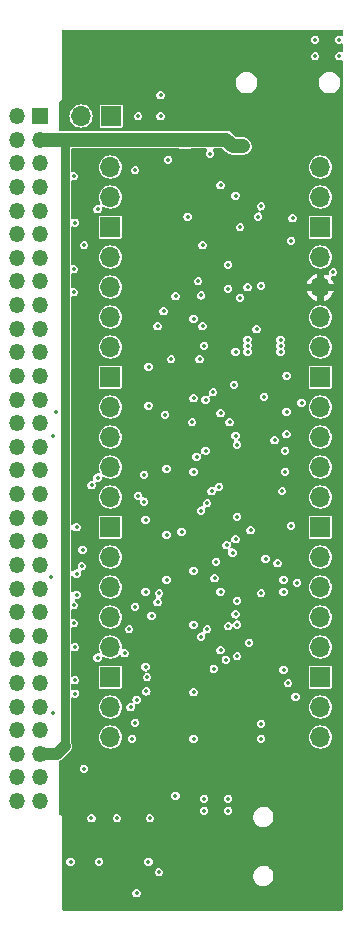
<source format=gbr>
%TF.GenerationSoftware,KiCad,Pcbnew,7.0.5-0*%
%TF.CreationDate,2023-06-15T10:43:23-05:00*%
%TF.ProjectId,PicoGUS,5069636f-4755-4532-9e6b-696361645f70,rev?*%
%TF.SameCoordinates,Original*%
%TF.FileFunction,Copper,L2,Inr*%
%TF.FilePolarity,Positive*%
%FSLAX46Y46*%
G04 Gerber Fmt 4.6, Leading zero omitted, Abs format (unit mm)*
G04 Created by KiCad (PCBNEW 7.0.5-0) date 2023-06-15 10:43:23*
%MOMM*%
%LPD*%
G01*
G04 APERTURE LIST*
%TA.AperFunction,ComponentPad*%
%ADD10R,1.700000X1.700000*%
%TD*%
%TA.AperFunction,ComponentPad*%
%ADD11O,1.700000X1.700000*%
%TD*%
%TA.AperFunction,ComponentPad*%
%ADD12R,1.350000X1.350000*%
%TD*%
%TA.AperFunction,ComponentPad*%
%ADD13O,1.350000X1.350000*%
%TD*%
%TA.AperFunction,ViaPad*%
%ADD14C,0.350000*%
%TD*%
%TA.AperFunction,Conductor*%
%ADD15C,1.200000*%
%TD*%
%TA.AperFunction,Conductor*%
%ADD16C,0.800000*%
%TD*%
%TA.AperFunction,Conductor*%
%ADD17C,1.000000*%
%TD*%
G04 APERTURE END LIST*
D10*
%TO.N,UART_TX*%
%TO.C,J6*%
X125354000Y-66040000D03*
D11*
%TO.N,GND*%
X122814000Y-66040000D03*
%TD*%
D12*
%TO.N,RESET*%
%TO.C,J3*%
X119348000Y-66040000D03*
D13*
%TO.N,D7*%
X117348000Y-66040000D03*
%TO.N,+5V*%
X119348000Y-68040000D03*
%TO.N,D6*%
X117348000Y-68040000D03*
%TO.N,IRQ2*%
X119348000Y-70040000D03*
%TO.N,D5*%
X117348000Y-70040000D03*
%TO.N,unconnected-(J3--5V-Pad7)*%
X119348000Y-72040000D03*
%TO.N,D4*%
X117348000Y-72040000D03*
%TO.N,unconnected-(J3-DRQ2-Pad9)*%
X119348000Y-74040000D03*
%TO.N,D3*%
X117348000Y-74040000D03*
%TO.N,unconnected-(J3--12V-Pad11)*%
X119348000Y-76040000D03*
%TO.N,D2*%
X117348000Y-76040000D03*
%TO.N,unconnected-(J3-UNUSED-Pad13)*%
X119348000Y-78040000D03*
%TO.N,D1*%
X117348000Y-78040000D03*
%TO.N,unconnected-(J3-+12V-Pad15)*%
X119348000Y-80040000D03*
%TO.N,D0*%
X117348000Y-80040000D03*
%TO.N,GND*%
X119348000Y-82040000D03*
%TO.N,I{slash}OCHRDY*%
X117348000Y-82040000D03*
%TO.N,unconnected-(J3-~{SMEMW}-Pad19)*%
X119348000Y-84040000D03*
%TO.N,AEN*%
X117348000Y-84040000D03*
%TO.N,unconnected-(J3-~{SMEMR}-Pad21)*%
X119348000Y-86040000D03*
%TO.N,unconnected-(J3-BA19-Pad22)*%
X117348000Y-86040000D03*
%TO.N,~{IOW}*%
X119348000Y-88040000D03*
%TO.N,unconnected-(J3-BA18-Pad24)*%
X117348000Y-88040000D03*
%TO.N,~{IOR}*%
X119348000Y-90040000D03*
%TO.N,unconnected-(J3-BA17-Pad26)*%
X117348000Y-90040000D03*
%TO.N,DACK3*%
X119348000Y-92040000D03*
%TO.N,unconnected-(J3-BA16-Pad28)*%
X117348000Y-92040000D03*
%TO.N,DRQ3*%
X119348000Y-94040000D03*
%TO.N,unconnected-(J3-BA15-Pad30)*%
X117348000Y-94040000D03*
%TO.N,DACK*%
X119348000Y-96040000D03*
%TO.N,unconnected-(J3-BA14-Pad32)*%
X117348000Y-96040000D03*
%TO.N,DRQ*%
X119348000Y-98040000D03*
%TO.N,unconnected-(J3-BA13-Pad34)*%
X117348000Y-98040000D03*
%TO.N,unconnected-(J3-~{DACK0}-Pad35)*%
X119348000Y-100040000D03*
%TO.N,unconnected-(J3-BA12-Pad36)*%
X117348000Y-100040000D03*
%TO.N,unconnected-(J3-CLK-Pad37)*%
X119348000Y-102040000D03*
%TO.N,unconnected-(J3-BA11-Pad38)*%
X117348000Y-102040000D03*
%TO.N,IRQ7*%
X119348000Y-104040000D03*
%TO.N,unconnected-(J3-BA10-Pad40)*%
X117348000Y-104040000D03*
%TO.N,unconnected-(J3-IRQ6-Pad41)*%
X119348000Y-106040000D03*
%TO.N,A9*%
X117348000Y-106040000D03*
%TO.N,IRQ*%
X119348000Y-108040000D03*
%TO.N,A8*%
X117348000Y-108040000D03*
%TO.N,IRQ4*%
X119348000Y-110040000D03*
%TO.N,A7*%
X117348000Y-110040000D03*
%TO.N,IRQ3*%
X119348000Y-112040000D03*
%TO.N,A6*%
X117348000Y-112040000D03*
%TO.N,unconnected-(J3-~{DACK2}-Pad49)*%
X119348000Y-114040000D03*
%TO.N,A5*%
X117348000Y-114040000D03*
%TO.N,TC*%
X119348000Y-116040000D03*
%TO.N,A4*%
X117348000Y-116040000D03*
%TO.N,unconnected-(J3-ALE-Pad53)*%
X119348000Y-118040000D03*
%TO.N,A3*%
X117348000Y-118040000D03*
%TO.N,+5V*%
X119348000Y-120040000D03*
%TO.N,A2*%
X117348000Y-120040000D03*
%TO.N,unconnected-(J3-OSC-Pad57)*%
X119348000Y-122040000D03*
%TO.N,A1*%
X117348000Y-122040000D03*
%TO.N,GND*%
X119348000Y-124040000D03*
%TO.N,A0*%
X117348000Y-124040000D03*
%TD*%
D11*
%TO.N,SPI_RX*%
%TO.C,U1*%
X125290500Y-70358000D03*
%TO.N,~{SPI_CS}*%
X125290500Y-72898000D03*
D10*
%TO.N,GND*%
X125290500Y-75438000D03*
D11*
%TO.N,SPI_SCK*%
X125290500Y-77978000D03*
%TO.N,SPI_TX*%
X125290500Y-80518000D03*
%TO.N,~{RIOW}*%
X125290500Y-83058000D03*
%TO.N,~{RIOR}*%
X125290500Y-85598000D03*
D10*
%TO.N,GND*%
X125290500Y-88138000D03*
D11*
%TO.N,AD0*%
X125290500Y-90678000D03*
%TO.N,AD1*%
X125290500Y-93218000D03*
%TO.N,AD2*%
X125290500Y-95758000D03*
%TO.N,AD3*%
X125290500Y-98298000D03*
D10*
%TO.N,GND*%
X125290500Y-100838000D03*
D11*
%TO.N,AD4*%
X125290500Y-103378000D03*
%TO.N,AD5*%
X125290500Y-105918000D03*
%TO.N,AD6*%
X125290500Y-108458000D03*
%TO.N,AD7*%
X125290500Y-110998000D03*
D10*
%TO.N,GND*%
X125290500Y-113538000D03*
D11*
%TO.N,RA8*%
X125290500Y-116078000D03*
%TO.N,RA9*%
X125290500Y-118618000D03*
%TO.N,DIN*%
X143070500Y-118618000D03*
%TO.N,BCK*%
X143070500Y-116078000D03*
D10*
%TO.N,GND*%
X143070500Y-113538000D03*
D11*
%TO.N,LRCK*%
X143070500Y-110998000D03*
%TO.N,~{RDACK}*%
X143070500Y-108458000D03*
%TO.N,RTC*%
X143070500Y-105918000D03*
%TO.N,RIRQ*%
X143070500Y-103378000D03*
D10*
%TO.N,GND*%
X143070500Y-100838000D03*
D11*
%TO.N,RDRQ*%
X143070500Y-98298000D03*
%TO.N,RUN*%
X143070500Y-95758000D03*
%TO.N,~{RI{slash}OCHRDY}*%
X143070500Y-93218000D03*
%TO.N,ADS*%
X143070500Y-90678000D03*
D10*
%TO.N,GND*%
X143070500Y-88138000D03*
D11*
%TO.N,UART_TX*%
X143070500Y-85598000D03*
%TO.N,unconnected-(U1-ADC_VREF-Pad35)*%
X143070500Y-83058000D03*
%TO.N,+3V3*%
X143070500Y-80518000D03*
%TO.N,unconnected-(U1-3V3_EN-Pad37)*%
X143070500Y-77978000D03*
D10*
%TO.N,GND*%
X143070500Y-75438000D03*
D11*
%TO.N,/VSYS*%
X143070500Y-72898000D03*
%TO.N,unconnected-(U1-VBUS-Pad40)*%
X143070500Y-70358000D03*
%TD*%
D14*
%TO.N,A0*%
X130048000Y-105283000D03*
%TO.N,A1*%
X129286000Y-107188000D03*
%TO.N,A2*%
X134620000Y-111252000D03*
X134620000Y-106299000D03*
X126492000Y-111506000D03*
%TO.N,A3*%
X135255000Y-109220000D03*
X124206000Y-111887000D03*
X135074000Y-112068000D03*
%TO.N,A4*%
X128143000Y-96393000D03*
X122301000Y-114935000D03*
%TO.N,A5*%
X128270000Y-112649000D03*
X128143000Y-98679000D03*
%TO.N,A6*%
X134493000Y-97409000D03*
X134239000Y-103759000D03*
X122301000Y-110998000D03*
X122882000Y-104140000D03*
%TO.N,A7*%
X132969000Y-99441000D03*
X132969000Y-110109000D03*
%TO.N,A8*%
X122174000Y-107442000D03*
X126873000Y-109474000D03*
X122174000Y-108966000D03*
X127000000Y-116078000D03*
%TO.N,A9*%
X120396000Y-116586000D03*
X127127000Y-118745000D03*
X127381000Y-117400000D03*
X120269000Y-105029000D03*
%TO.N,D0*%
X122174000Y-80942000D03*
X122428000Y-104775000D03*
%TO.N,D1*%
X122428000Y-106553000D03*
X122174000Y-78994000D03*
%TO.N,D2*%
X122936000Y-102743000D03*
X138049000Y-106426000D03*
X138430000Y-103505000D03*
X123063000Y-76962000D03*
%TO.N,D3*%
X135890000Y-108204000D03*
X135636000Y-102997000D03*
X122301000Y-75057000D03*
X122428000Y-100838000D03*
%TO.N,D4*%
X124206000Y-96647000D03*
X124206000Y-73914000D03*
%TO.N,D5*%
X123698000Y-97282000D03*
X122174000Y-71120000D03*
%TO.N,D6*%
X133858000Y-97790000D03*
X120396000Y-93091000D03*
X133350000Y-94361000D03*
%TO.N,D7*%
X136017000Y-99949000D03*
X136017000Y-93853000D03*
X120650000Y-91059000D03*
%TO.N,GND*%
X127635000Y-66040000D03*
X140081000Y-96139000D03*
X129409000Y-130048000D03*
X135255000Y-123825000D03*
X121920000Y-129159000D03*
X129286000Y-83820000D03*
X136906000Y-80518000D03*
X137795000Y-74549000D03*
X130806000Y-123571000D03*
X144653000Y-60960000D03*
X140589000Y-76581000D03*
X133096000Y-76962000D03*
X136017000Y-111760000D03*
X130175000Y-69723000D03*
X123059000Y-121285000D03*
X136906000Y-85979000D03*
X131318000Y-101219000D03*
X124333000Y-129159000D03*
X140225500Y-88011000D03*
X134620000Y-71882000D03*
X142621000Y-60960000D03*
X133223000Y-124841000D03*
X123694000Y-125476000D03*
X142621000Y-59563000D03*
X132842000Y-86614000D03*
X139700000Y-84963000D03*
X138049000Y-118745000D03*
X136906000Y-84963000D03*
X139700000Y-85471000D03*
X132334000Y-114808000D03*
X131836000Y-74549000D03*
X132334000Y-118745000D03*
X139700000Y-85979000D03*
X135255000Y-124841000D03*
X136906000Y-85471000D03*
X138049000Y-117475000D03*
X128520000Y-129159000D03*
X144653000Y-59563000D03*
X140716000Y-74676000D03*
X135255000Y-78613000D03*
X139446000Y-103886000D03*
X133223000Y-123825000D03*
X125853000Y-125476000D03*
X127508000Y-131826000D03*
X129540000Y-66040000D03*
X128647000Y-125476000D03*
X132334000Y-109093000D03*
X127381000Y-70612000D03*
X140208000Y-91059000D03*
X132207000Y-91948000D03*
%TO.N,~{IOW}*%
X128524000Y-87249000D03*
X128524000Y-90551000D03*
%TO.N,+3V3*%
X133858000Y-79248000D03*
X122555000Y-130429000D03*
X139700000Y-81915000D03*
X137922000Y-112268000D03*
X128524000Y-69977000D03*
X132076000Y-131064000D03*
X136906000Y-82931000D03*
X136906000Y-82423000D03*
X128397000Y-131826000D03*
X138176000Y-96139000D03*
X131568000Y-131064000D03*
X123059000Y-125476000D03*
X140208000Y-92202000D03*
X130048000Y-60960000D03*
X125009000Y-125476000D03*
X138811000Y-99314000D03*
X127885000Y-131318000D03*
X140053000Y-78077000D03*
X134620000Y-69850000D03*
X138049000Y-104422000D03*
X140208000Y-72644000D03*
X130048000Y-60452000D03*
X138086000Y-88048000D03*
X139700000Y-82423000D03*
X139700000Y-82931000D03*
X136906000Y-81915000D03*
%TO.N,I{slash}OCHRDY*%
X138049000Y-80391000D03*
X137668000Y-84074000D03*
%TO.N,+5V*%
X136652000Y-68580000D03*
X131953000Y-68072000D03*
X136144000Y-68580000D03*
X131445000Y-68072000D03*
X135636000Y-68580000D03*
%TO.N,~{RIOR}*%
X133096000Y-83820000D03*
X133223000Y-85471000D03*
%TO.N,RESET*%
X134620000Y-91186000D03*
X133731000Y-69215000D03*
%TO.N,TC*%
X128333500Y-114744500D03*
X128397000Y-113538000D03*
%TO.N,BUSOE*%
X130810000Y-81280000D03*
X130429000Y-86614000D03*
X132969000Y-81220000D03*
%TO.N,RIRQ*%
X141097000Y-105537000D03*
X140970000Y-115189000D03*
%TO.N,~{RDACK}*%
X141478000Y-90297000D03*
%TO.N,RDRQ*%
X140589000Y-100711000D03*
X140335000Y-114046000D03*
%TO.N,RTC*%
X139954000Y-112903000D03*
X139954000Y-106299000D03*
%TO.N,IRQ*%
X127515000Y-115450000D03*
X127381000Y-107569000D03*
%TO.N,DACK*%
X133350000Y-90043000D03*
X132588000Y-94869000D03*
X138049000Y-73660000D03*
X138303000Y-89789000D03*
%TO.N,DRQ*%
X122301000Y-113792000D03*
%TO.N,AEN*%
X135890000Y-85979000D03*
X135890000Y-72771000D03*
%TO.N,ADS*%
X140081000Y-94361000D03*
X140208000Y-92964000D03*
X132334000Y-104521000D03*
X132334000Y-96139000D03*
%TO.N,~{BUSOE}*%
X134112000Y-105156000D03*
X139827000Y-97788000D03*
X135763000Y-88773000D03*
X135890000Y-93091000D03*
X134048500Y-112839500D03*
X139192000Y-93472000D03*
X139954000Y-105283000D03*
%TO.N,RUN*%
X135382000Y-91948000D03*
X135255000Y-80645000D03*
%TO.N,AD7*%
X137160000Y-101092000D03*
X137033000Y-110617000D03*
%TO.N,AD6*%
X133477000Y-109474000D03*
X133477000Y-98806000D03*
%TO.N,AD5*%
X128270000Y-100203000D03*
X128270000Y-106299000D03*
%TO.N,AD4*%
X127635000Y-98171000D03*
%TO.N,AD3*%
X135128000Y-102362000D03*
X136017000Y-109093000D03*
%TO.N,AD2*%
X130048000Y-101473000D03*
X136017000Y-107061000D03*
X135890000Y-101854000D03*
X130048000Y-95885000D03*
%TO.N,AD1*%
X128778000Y-108331000D03*
%TO.N,AD0*%
X129413000Y-106426000D03*
%TO.N,UART_TX*%
X129540000Y-64262000D03*
%TO.N,Net-(U5-Pad4)*%
X132334000Y-89916000D03*
X132334000Y-83185000D03*
%TO.N,Net-(U5-Pad6)*%
X129921000Y-91313000D03*
X129794000Y-82550000D03*
%TO.N,Net-(U6-Pad10)*%
X136271000Y-75438000D03*
X136271000Y-81407000D03*
%TO.N,Net-(U5-Pad12)*%
X132715000Y-80010000D03*
X133985000Y-89408000D03*
%TO.N,~{RI{slash}OCHRDY}*%
X144145000Y-79248000D03*
%TD*%
D15*
%TO.N,+5V*%
X135636000Y-68580000D02*
X136525000Y-68580000D01*
D16*
X121412000Y-119380000D02*
X121412000Y-68040000D01*
D15*
X121412000Y-68040000D02*
X119348000Y-68040000D01*
X131223000Y-68072000D02*
X131953000Y-68072000D01*
D17*
X119348000Y-120040000D02*
X120752000Y-120040000D01*
D15*
X131604000Y-68040000D02*
X134842000Y-68040000D01*
X130810000Y-68040000D02*
X121412000Y-68040000D01*
D17*
X120752000Y-120040000D02*
X121412000Y-119380000D01*
D15*
X131223000Y-68072000D02*
X131191000Y-68040000D01*
X135096000Y-68040000D02*
X135636000Y-68580000D01*
%TD*%
%TA.AperFunction,Conductor*%
%TO.N,+3V3*%
G36*
X144930539Y-58740185D02*
G01*
X144976294Y-58792989D01*
X144987500Y-58844500D01*
X144987500Y-59133221D01*
X144967815Y-59200260D01*
X144915011Y-59246015D01*
X144845853Y-59255959D01*
X144807208Y-59243707D01*
X144763910Y-59221647D01*
X144653002Y-59204081D01*
X144652998Y-59204081D01*
X144542090Y-59221646D01*
X144442034Y-59272626D01*
X144362626Y-59352034D01*
X144311646Y-59452090D01*
X144294081Y-59562997D01*
X144294081Y-59563002D01*
X144311646Y-59673909D01*
X144362626Y-59773965D01*
X144442034Y-59853373D01*
X144542090Y-59904353D01*
X144652998Y-59921919D01*
X144653000Y-59921919D01*
X144653002Y-59921919D01*
X144763909Y-59904353D01*
X144763910Y-59904352D01*
X144763912Y-59904352D01*
X144807205Y-59882293D01*
X144875876Y-59869397D01*
X144940616Y-59895674D01*
X144980872Y-59952781D01*
X144987500Y-59992778D01*
X144987500Y-60530221D01*
X144967815Y-60597260D01*
X144915011Y-60643015D01*
X144845853Y-60652959D01*
X144807208Y-60640707D01*
X144763910Y-60618647D01*
X144653002Y-60601081D01*
X144652998Y-60601081D01*
X144542090Y-60618646D01*
X144442034Y-60669626D01*
X144362626Y-60749034D01*
X144311646Y-60849090D01*
X144294081Y-60959997D01*
X144294081Y-60960002D01*
X144311646Y-61070909D01*
X144362626Y-61170965D01*
X144442034Y-61250373D01*
X144542090Y-61301353D01*
X144652998Y-61318919D01*
X144653000Y-61318919D01*
X144653002Y-61318919D01*
X144763909Y-61301353D01*
X144763910Y-61301352D01*
X144763912Y-61301352D01*
X144807205Y-61279293D01*
X144875876Y-61266397D01*
X144940616Y-61292674D01*
X144980872Y-61349781D01*
X144987500Y-61389778D01*
X144987500Y-133179500D01*
X144967815Y-133246539D01*
X144915011Y-133292294D01*
X144863500Y-133303500D01*
X121328500Y-133303500D01*
X121261461Y-133283815D01*
X121215706Y-133231011D01*
X121204500Y-133179500D01*
X121204500Y-131826002D01*
X127149081Y-131826002D01*
X127166646Y-131936909D01*
X127217626Y-132036965D01*
X127297034Y-132116373D01*
X127397090Y-132167353D01*
X127507998Y-132184919D01*
X127508000Y-132184919D01*
X127508002Y-132184919D01*
X127618909Y-132167353D01*
X127618910Y-132167352D01*
X127618912Y-132167352D01*
X127718967Y-132116372D01*
X127798372Y-132036967D01*
X127849352Y-131936912D01*
X127849352Y-131936910D01*
X127849353Y-131936909D01*
X127866919Y-131826002D01*
X127866919Y-131825997D01*
X127849353Y-131715090D01*
X127798373Y-131615034D01*
X127718965Y-131535626D01*
X127618909Y-131484646D01*
X127508002Y-131467081D01*
X127507998Y-131467081D01*
X127397090Y-131484646D01*
X127297034Y-131535626D01*
X127217626Y-131615034D01*
X127166646Y-131715090D01*
X127149081Y-131825997D01*
X127149081Y-131826002D01*
X121204500Y-131826002D01*
X121204500Y-130048002D01*
X129050081Y-130048002D01*
X129067646Y-130158909D01*
X129118626Y-130258965D01*
X129198034Y-130338373D01*
X129298090Y-130389353D01*
X129408998Y-130406919D01*
X129409000Y-130406919D01*
X129409002Y-130406919D01*
X129519909Y-130389353D01*
X129519910Y-130389352D01*
X129519912Y-130389352D01*
X129611930Y-130342467D01*
X137386722Y-130342467D01*
X137396784Y-130528057D01*
X137396784Y-130528062D01*
X137446505Y-130707143D01*
X137446509Y-130707151D01*
X137533569Y-130871363D01*
X137596502Y-130945453D01*
X137653895Y-131013021D01*
X137801861Y-131125502D01*
X137801862Y-131125502D01*
X137801863Y-131125503D01*
X137970543Y-131203543D01*
X137970551Y-131203546D01*
X138025620Y-131215667D01*
X138152067Y-131243500D01*
X138152070Y-131243500D01*
X138291327Y-131243500D01*
X138291332Y-131243500D01*
X138429775Y-131228443D01*
X138605911Y-131169096D01*
X138765171Y-131073273D01*
X138900108Y-130945454D01*
X139004413Y-130791615D01*
X139038070Y-130707143D01*
X139073208Y-130618955D01*
X139073209Y-130618951D01*
X139103278Y-130435535D01*
X139093216Y-130249942D01*
X139067980Y-130159049D01*
X139043494Y-130070856D01*
X139043490Y-130070848D01*
X138956430Y-129906636D01*
X138836105Y-129764979D01*
X138759369Y-129706646D01*
X138688139Y-129652498D01*
X138688137Y-129652497D01*
X138688136Y-129652496D01*
X138519456Y-129574456D01*
X138519448Y-129574453D01*
X138337933Y-129534500D01*
X138198668Y-129534500D01*
X138198666Y-129534500D01*
X138060226Y-129549556D01*
X138060223Y-129549557D01*
X137884083Y-129608906D01*
X137724827Y-129704728D01*
X137724826Y-129704729D01*
X137589890Y-129832546D01*
X137485585Y-129986387D01*
X137485584Y-129986389D01*
X137416791Y-130159044D01*
X137386722Y-130342467D01*
X129611930Y-130342467D01*
X129619967Y-130338372D01*
X129699372Y-130258967D01*
X129750352Y-130158912D01*
X129750352Y-130158910D01*
X129750353Y-130158909D01*
X129767919Y-130048002D01*
X129767919Y-130047997D01*
X129750353Y-129937090D01*
X129699373Y-129837034D01*
X129619965Y-129757626D01*
X129519909Y-129706646D01*
X129409002Y-129689081D01*
X129408998Y-129689081D01*
X129298090Y-129706646D01*
X129198034Y-129757626D01*
X129118626Y-129837034D01*
X129067646Y-129937090D01*
X129050081Y-130047997D01*
X129050081Y-130048002D01*
X121204500Y-130048002D01*
X121204500Y-129369965D01*
X121204500Y-129159002D01*
X121561081Y-129159002D01*
X121578646Y-129269909D01*
X121629626Y-129369965D01*
X121709034Y-129449373D01*
X121809090Y-129500353D01*
X121919998Y-129517919D01*
X121920000Y-129517919D01*
X121920002Y-129517919D01*
X122030909Y-129500353D01*
X122030910Y-129500352D01*
X122030912Y-129500352D01*
X122130967Y-129449372D01*
X122210372Y-129369967D01*
X122261352Y-129269912D01*
X122261352Y-129269910D01*
X122261353Y-129269909D01*
X122278919Y-129159002D01*
X123974081Y-129159002D01*
X123991646Y-129269909D01*
X124042626Y-129369965D01*
X124122034Y-129449373D01*
X124222090Y-129500353D01*
X124332998Y-129517919D01*
X124333000Y-129517919D01*
X124333002Y-129517919D01*
X124443909Y-129500353D01*
X124443910Y-129500352D01*
X124443912Y-129500352D01*
X124543967Y-129449372D01*
X124623372Y-129369967D01*
X124674352Y-129269912D01*
X124674352Y-129269910D01*
X124674353Y-129269909D01*
X124691919Y-129159002D01*
X128161081Y-129159002D01*
X128178646Y-129269909D01*
X128229626Y-129369965D01*
X128309034Y-129449373D01*
X128409090Y-129500353D01*
X128519998Y-129517919D01*
X128520000Y-129517919D01*
X128520002Y-129517919D01*
X128630909Y-129500353D01*
X128630910Y-129500352D01*
X128630912Y-129500352D01*
X128730967Y-129449372D01*
X128810372Y-129369967D01*
X128861352Y-129269912D01*
X128861352Y-129269910D01*
X128861353Y-129269909D01*
X128878919Y-129159002D01*
X128878919Y-129158997D01*
X128861353Y-129048090D01*
X128810373Y-128948034D01*
X128730965Y-128868626D01*
X128630909Y-128817646D01*
X128520002Y-128800081D01*
X128519998Y-128800081D01*
X128409090Y-128817646D01*
X128309034Y-128868626D01*
X128229626Y-128948034D01*
X128178646Y-129048090D01*
X128161081Y-129158997D01*
X128161081Y-129159002D01*
X124691919Y-129159002D01*
X124691919Y-129158997D01*
X124674353Y-129048090D01*
X124623373Y-128948034D01*
X124543965Y-128868626D01*
X124443909Y-128817646D01*
X124333002Y-128800081D01*
X124332998Y-128800081D01*
X124222090Y-128817646D01*
X124122034Y-128868626D01*
X124042626Y-128948034D01*
X123991646Y-129048090D01*
X123974081Y-129158997D01*
X123974081Y-129159002D01*
X122278919Y-129159002D01*
X122278919Y-129158997D01*
X122261353Y-129048090D01*
X122210373Y-128948034D01*
X122130965Y-128868626D01*
X122030909Y-128817646D01*
X121920002Y-128800081D01*
X121919998Y-128800081D01*
X121809090Y-128817646D01*
X121709034Y-128868626D01*
X121629626Y-128948034D01*
X121578646Y-129048090D01*
X121561081Y-129158997D01*
X121561081Y-129159002D01*
X121204500Y-129159002D01*
X121204500Y-125535208D01*
X121207561Y-125513269D01*
X121208401Y-125504207D01*
X121205788Y-125476002D01*
X123335081Y-125476002D01*
X123352646Y-125586909D01*
X123403626Y-125686965D01*
X123483034Y-125766373D01*
X123583090Y-125817353D01*
X123693998Y-125834919D01*
X123694000Y-125834919D01*
X123694002Y-125834919D01*
X123804909Y-125817353D01*
X123804910Y-125817352D01*
X123804912Y-125817352D01*
X123904967Y-125766372D01*
X123984372Y-125686967D01*
X124035352Y-125586912D01*
X124035352Y-125586910D01*
X124035353Y-125586909D01*
X124052919Y-125476002D01*
X125494081Y-125476002D01*
X125511646Y-125586909D01*
X125562626Y-125686965D01*
X125642034Y-125766373D01*
X125742090Y-125817353D01*
X125852998Y-125834919D01*
X125853000Y-125834919D01*
X125853002Y-125834919D01*
X125963909Y-125817353D01*
X125963910Y-125817352D01*
X125963912Y-125817352D01*
X126063967Y-125766372D01*
X126143372Y-125686967D01*
X126194352Y-125586912D01*
X126194352Y-125586910D01*
X126194353Y-125586909D01*
X126211919Y-125476002D01*
X128288081Y-125476002D01*
X128305646Y-125586909D01*
X128356626Y-125686965D01*
X128436034Y-125766373D01*
X128536090Y-125817353D01*
X128646998Y-125834919D01*
X128647000Y-125834919D01*
X128647002Y-125834919D01*
X128757909Y-125817353D01*
X128757910Y-125817352D01*
X128757912Y-125817352D01*
X128857967Y-125766372D01*
X128937372Y-125686967D01*
X128988352Y-125586912D01*
X128988352Y-125586910D01*
X128988353Y-125586909D01*
X129005919Y-125476002D01*
X129005919Y-125475997D01*
X128988353Y-125365090D01*
X128976826Y-125342467D01*
X137386722Y-125342467D01*
X137391768Y-125435532D01*
X137393961Y-125475997D01*
X137396784Y-125528057D01*
X137396784Y-125528062D01*
X137446505Y-125707143D01*
X137446509Y-125707151D01*
X137533569Y-125871363D01*
X137596502Y-125945453D01*
X137653895Y-126013021D01*
X137801861Y-126125502D01*
X137801862Y-126125502D01*
X137801863Y-126125503D01*
X137970543Y-126203543D01*
X137970551Y-126203546D01*
X138025620Y-126215667D01*
X138152067Y-126243500D01*
X138152070Y-126243500D01*
X138291327Y-126243500D01*
X138291332Y-126243500D01*
X138429775Y-126228443D01*
X138605911Y-126169096D01*
X138765171Y-126073273D01*
X138900108Y-125945454D01*
X139004413Y-125791615D01*
X139048107Y-125681952D01*
X139073208Y-125618955D01*
X139078461Y-125586912D01*
X139103278Y-125435535D01*
X139093216Y-125249942D01*
X139093215Y-125249937D01*
X139043494Y-125070856D01*
X139043490Y-125070848D01*
X138956430Y-124906636D01*
X138836105Y-124764979D01*
X138790207Y-124730088D01*
X138688139Y-124652498D01*
X138688137Y-124652497D01*
X138688136Y-124652496D01*
X138519456Y-124574456D01*
X138519448Y-124574453D01*
X138337933Y-124534500D01*
X138198668Y-124534500D01*
X138198666Y-124534500D01*
X138060226Y-124549556D01*
X138060223Y-124549557D01*
X137884083Y-124608906D01*
X137724827Y-124704728D01*
X137724826Y-124704729D01*
X137589890Y-124832546D01*
X137485585Y-124986387D01*
X137485584Y-124986389D01*
X137416791Y-125159044D01*
X137402771Y-125244569D01*
X137388429Y-125332056D01*
X137386722Y-125342467D01*
X128976826Y-125342467D01*
X128937373Y-125265034D01*
X128857965Y-125185626D01*
X128757909Y-125134646D01*
X128647002Y-125117081D01*
X128646998Y-125117081D01*
X128536090Y-125134646D01*
X128436034Y-125185626D01*
X128356626Y-125265034D01*
X128305646Y-125365090D01*
X128288081Y-125475997D01*
X128288081Y-125476002D01*
X126211919Y-125476002D01*
X126211919Y-125475997D01*
X126194353Y-125365090D01*
X126143373Y-125265034D01*
X126063965Y-125185626D01*
X125963909Y-125134646D01*
X125853002Y-125117081D01*
X125852998Y-125117081D01*
X125742090Y-125134646D01*
X125642034Y-125185626D01*
X125562626Y-125265034D01*
X125511646Y-125365090D01*
X125494081Y-125475997D01*
X125494081Y-125476002D01*
X124052919Y-125476002D01*
X124052919Y-125475997D01*
X124035353Y-125365090D01*
X123984373Y-125265034D01*
X123904965Y-125185626D01*
X123804909Y-125134646D01*
X123694002Y-125117081D01*
X123693998Y-125117081D01*
X123583090Y-125134646D01*
X123483034Y-125185626D01*
X123403626Y-125265034D01*
X123352646Y-125365090D01*
X123335081Y-125475997D01*
X123335081Y-125476002D01*
X121205788Y-125476002D01*
X121204765Y-125464964D01*
X121204500Y-125459241D01*
X121204500Y-125448156D01*
X121202463Y-125437262D01*
X121201671Y-125431585D01*
X121198035Y-125392339D01*
X121195548Y-125383599D01*
X121192350Y-125374059D01*
X121189061Y-125365570D01*
X121189061Y-125365567D01*
X121189059Y-125365564D01*
X121189058Y-125365561D01*
X121168312Y-125332056D01*
X121165530Y-125327064D01*
X121147958Y-125291772D01*
X121147956Y-125291770D01*
X121147955Y-125291768D01*
X121142475Y-125284511D01*
X121136061Y-125276786D01*
X121129916Y-125270045D01*
X121098463Y-125246294D01*
X121094054Y-125242632D01*
X121064933Y-125216084D01*
X121064931Y-125216083D01*
X121064929Y-125216081D01*
X121057232Y-125211315D01*
X121048390Y-125206390D01*
X121040264Y-125202343D01*
X121002367Y-125191561D01*
X120996940Y-125189742D01*
X120983215Y-125184426D01*
X120927810Y-125141859D01*
X120904214Y-125076094D01*
X120904000Y-125068829D01*
X120904000Y-124841002D01*
X132864081Y-124841002D01*
X132881646Y-124951909D01*
X132932626Y-125051965D01*
X133012034Y-125131373D01*
X133112090Y-125182353D01*
X133222998Y-125199919D01*
X133223000Y-125199919D01*
X133223002Y-125199919D01*
X133333909Y-125182353D01*
X133333910Y-125182352D01*
X133333912Y-125182352D01*
X133433967Y-125131372D01*
X133513372Y-125051967D01*
X133564352Y-124951912D01*
X133564352Y-124951910D01*
X133564353Y-124951909D01*
X133581919Y-124841002D01*
X134896081Y-124841002D01*
X134913646Y-124951909D01*
X134964626Y-125051965D01*
X135044034Y-125131373D01*
X135144090Y-125182353D01*
X135254998Y-125199919D01*
X135255000Y-125199919D01*
X135255002Y-125199919D01*
X135365909Y-125182353D01*
X135365910Y-125182352D01*
X135365912Y-125182352D01*
X135465967Y-125131372D01*
X135545372Y-125051967D01*
X135596352Y-124951912D01*
X135596352Y-124951910D01*
X135596353Y-124951909D01*
X135613919Y-124841002D01*
X135613919Y-124840997D01*
X135596353Y-124730090D01*
X135545373Y-124630034D01*
X135465965Y-124550626D01*
X135365909Y-124499646D01*
X135255002Y-124482081D01*
X135254998Y-124482081D01*
X135144090Y-124499646D01*
X135044034Y-124550626D01*
X134964626Y-124630034D01*
X134913646Y-124730090D01*
X134896081Y-124840997D01*
X134896081Y-124841002D01*
X133581919Y-124841002D01*
X133581919Y-124840997D01*
X133564353Y-124730090D01*
X133513373Y-124630034D01*
X133433965Y-124550626D01*
X133333909Y-124499646D01*
X133223002Y-124482081D01*
X133222998Y-124482081D01*
X133112090Y-124499646D01*
X133012034Y-124550626D01*
X132932626Y-124630034D01*
X132881646Y-124730090D01*
X132864081Y-124840997D01*
X132864081Y-124841002D01*
X120904000Y-124841002D01*
X120904000Y-123571002D01*
X130447081Y-123571002D01*
X130464646Y-123681909D01*
X130515626Y-123781965D01*
X130595034Y-123861373D01*
X130695090Y-123912353D01*
X130805998Y-123929919D01*
X130806000Y-123929919D01*
X130806002Y-123929919D01*
X130916909Y-123912353D01*
X130916910Y-123912352D01*
X130916912Y-123912352D01*
X131016967Y-123861372D01*
X131053337Y-123825002D01*
X132864081Y-123825002D01*
X132881646Y-123935909D01*
X132932626Y-124035965D01*
X133012034Y-124115373D01*
X133112090Y-124166353D01*
X133222998Y-124183919D01*
X133223000Y-124183919D01*
X133223002Y-124183919D01*
X133333909Y-124166353D01*
X133333910Y-124166352D01*
X133333912Y-124166352D01*
X133433967Y-124115372D01*
X133513372Y-124035967D01*
X133564352Y-123935912D01*
X133564352Y-123935910D01*
X133564353Y-123935909D01*
X133581919Y-123825002D01*
X134896081Y-123825002D01*
X134913646Y-123935909D01*
X134964626Y-124035965D01*
X135044034Y-124115373D01*
X135144090Y-124166353D01*
X135254998Y-124183919D01*
X135255000Y-124183919D01*
X135255002Y-124183919D01*
X135365909Y-124166353D01*
X135365910Y-124166352D01*
X135365912Y-124166352D01*
X135465967Y-124115372D01*
X135545372Y-124035967D01*
X135596352Y-123935912D01*
X135596352Y-123935910D01*
X135596353Y-123935909D01*
X135613919Y-123825002D01*
X135613919Y-123824997D01*
X135596353Y-123714090D01*
X135545373Y-123614034D01*
X135465965Y-123534626D01*
X135365909Y-123483646D01*
X135255002Y-123466081D01*
X135254998Y-123466081D01*
X135144090Y-123483646D01*
X135044034Y-123534626D01*
X134964626Y-123614034D01*
X134913646Y-123714090D01*
X134896081Y-123824997D01*
X134896081Y-123825002D01*
X133581919Y-123825002D01*
X133581919Y-123824997D01*
X133564353Y-123714090D01*
X133513373Y-123614034D01*
X133433965Y-123534626D01*
X133333909Y-123483646D01*
X133223002Y-123466081D01*
X133222998Y-123466081D01*
X133112090Y-123483646D01*
X133012034Y-123534626D01*
X132932626Y-123614034D01*
X132881646Y-123714090D01*
X132864081Y-123824997D01*
X132864081Y-123825002D01*
X131053337Y-123825002D01*
X131096372Y-123781967D01*
X131147352Y-123681912D01*
X131147352Y-123681910D01*
X131147353Y-123681909D01*
X131164919Y-123571002D01*
X131164919Y-123570997D01*
X131147353Y-123460090D01*
X131096373Y-123360034D01*
X131016965Y-123280626D01*
X130916909Y-123229646D01*
X130806002Y-123212081D01*
X130805998Y-123212081D01*
X130695090Y-123229646D01*
X130595034Y-123280626D01*
X130515626Y-123360034D01*
X130464646Y-123460090D01*
X130447081Y-123570997D01*
X130447081Y-123571002D01*
X120904000Y-123571002D01*
X120904000Y-121285002D01*
X122700081Y-121285002D01*
X122717646Y-121395909D01*
X122768626Y-121495965D01*
X122848034Y-121575373D01*
X122948090Y-121626353D01*
X123058998Y-121643919D01*
X123059000Y-121643919D01*
X123059002Y-121643919D01*
X123169909Y-121626353D01*
X123169910Y-121626352D01*
X123169912Y-121626352D01*
X123269967Y-121575372D01*
X123349372Y-121495967D01*
X123400352Y-121395912D01*
X123400352Y-121395910D01*
X123400353Y-121395909D01*
X123417919Y-121285002D01*
X123417919Y-121284997D01*
X123400353Y-121174090D01*
X123349373Y-121074034D01*
X123269965Y-120994626D01*
X123169909Y-120943646D01*
X123059002Y-120926081D01*
X123058998Y-120926081D01*
X122948090Y-120943646D01*
X122848034Y-120994626D01*
X122768626Y-121074034D01*
X122717646Y-121174090D01*
X122700081Y-121284997D01*
X122700081Y-121285002D01*
X120904000Y-121285002D01*
X120904000Y-120742383D01*
X120923684Y-120675348D01*
X120976488Y-120629593D01*
X120993408Y-120623310D01*
X121003191Y-120620468D01*
X121020515Y-120610221D01*
X121037983Y-120601663D01*
X121056703Y-120594253D01*
X121094542Y-120566759D01*
X121099391Y-120563574D01*
X121139656Y-120539763D01*
X121153897Y-120525520D01*
X121168678Y-120512897D01*
X121184967Y-120501063D01*
X121184969Y-120501059D01*
X121184971Y-120501059D01*
X121196845Y-120486703D01*
X121214776Y-120465028D01*
X121218689Y-120460728D01*
X121883623Y-119795796D01*
X121956408Y-119701962D01*
X122019374Y-119556458D01*
X122044175Y-119399867D01*
X122029254Y-119242027D01*
X121975550Y-119092857D01*
X121960941Y-119071360D01*
X121939541Y-119004849D01*
X121939500Y-119001663D01*
X121939500Y-118617999D01*
X124308270Y-118617999D01*
X124327143Y-118809626D01*
X124383038Y-118993884D01*
X124473802Y-119163692D01*
X124473806Y-119163699D01*
X124595958Y-119312541D01*
X124744800Y-119434693D01*
X124744807Y-119434697D01*
X124840315Y-119485747D01*
X124914617Y-119525462D01*
X125098876Y-119581357D01*
X125290500Y-119600230D01*
X125482124Y-119581357D01*
X125666383Y-119525462D01*
X125836198Y-119434694D01*
X125985041Y-119312541D01*
X126107194Y-119163698D01*
X126197962Y-118993883D01*
X126253857Y-118809624D01*
X126260222Y-118745002D01*
X126768081Y-118745002D01*
X126785646Y-118855909D01*
X126836626Y-118955965D01*
X126916034Y-119035373D01*
X127016090Y-119086353D01*
X127126998Y-119103919D01*
X127127000Y-119103919D01*
X127127002Y-119103919D01*
X127237909Y-119086353D01*
X127237910Y-119086352D01*
X127237912Y-119086352D01*
X127337967Y-119035372D01*
X127417372Y-118955967D01*
X127468352Y-118855912D01*
X127468352Y-118855910D01*
X127468353Y-118855909D01*
X127485919Y-118745002D01*
X131975081Y-118745002D01*
X131992646Y-118855909D01*
X132043626Y-118955965D01*
X132123034Y-119035373D01*
X132223090Y-119086353D01*
X132333998Y-119103919D01*
X132334000Y-119103919D01*
X132334002Y-119103919D01*
X132444909Y-119086353D01*
X132444910Y-119086352D01*
X132444912Y-119086352D01*
X132544967Y-119035372D01*
X132624372Y-118955967D01*
X132675352Y-118855912D01*
X132675352Y-118855910D01*
X132675353Y-118855909D01*
X132692919Y-118745002D01*
X137690081Y-118745002D01*
X137707646Y-118855909D01*
X137758626Y-118955965D01*
X137838034Y-119035373D01*
X137938090Y-119086353D01*
X138048998Y-119103919D01*
X138049000Y-119103919D01*
X138049002Y-119103919D01*
X138159909Y-119086353D01*
X138159910Y-119086352D01*
X138159912Y-119086352D01*
X138259967Y-119035372D01*
X138339372Y-118955967D01*
X138390352Y-118855912D01*
X138390352Y-118855910D01*
X138390353Y-118855909D01*
X138407919Y-118745002D01*
X138407919Y-118744997D01*
X138390353Y-118634090D01*
X138382155Y-118618000D01*
X142088270Y-118618000D01*
X142107143Y-118809626D01*
X142163038Y-118993884D01*
X142253802Y-119163692D01*
X142253806Y-119163699D01*
X142375958Y-119312541D01*
X142524800Y-119434693D01*
X142524807Y-119434697D01*
X142620315Y-119485747D01*
X142694617Y-119525462D01*
X142878876Y-119581357D01*
X143070500Y-119600230D01*
X143262124Y-119581357D01*
X143446383Y-119525462D01*
X143616198Y-119434694D01*
X143765041Y-119312541D01*
X143887194Y-119163698D01*
X143977962Y-118993883D01*
X144033857Y-118809624D01*
X144052730Y-118618000D01*
X144033857Y-118426376D01*
X143977962Y-118242117D01*
X143887194Y-118072302D01*
X143887193Y-118072300D01*
X143765041Y-117923458D01*
X143616199Y-117801306D01*
X143616192Y-117801302D01*
X143446384Y-117710538D01*
X143262126Y-117654643D01*
X143070500Y-117635770D01*
X142878873Y-117654643D01*
X142694615Y-117710538D01*
X142524807Y-117801302D01*
X142524800Y-117801306D01*
X142375958Y-117923458D01*
X142253806Y-118072300D01*
X142253802Y-118072307D01*
X142163038Y-118242115D01*
X142107143Y-118426373D01*
X142088270Y-118618000D01*
X138382155Y-118618000D01*
X138339373Y-118534034D01*
X138259965Y-118454626D01*
X138159909Y-118403646D01*
X138049002Y-118386081D01*
X138048998Y-118386081D01*
X137938090Y-118403646D01*
X137838034Y-118454626D01*
X137758626Y-118534034D01*
X137707646Y-118634090D01*
X137690081Y-118744997D01*
X137690081Y-118745002D01*
X132692919Y-118745002D01*
X132692919Y-118744997D01*
X132675353Y-118634090D01*
X132624373Y-118534034D01*
X132544965Y-118454626D01*
X132444909Y-118403646D01*
X132334002Y-118386081D01*
X132333998Y-118386081D01*
X132223090Y-118403646D01*
X132123034Y-118454626D01*
X132043626Y-118534034D01*
X131992646Y-118634090D01*
X131975081Y-118744997D01*
X131975081Y-118745002D01*
X127485919Y-118745002D01*
X127485919Y-118744997D01*
X127468353Y-118634090D01*
X127417373Y-118534034D01*
X127337965Y-118454626D01*
X127237909Y-118403646D01*
X127127002Y-118386081D01*
X127126998Y-118386081D01*
X127016090Y-118403646D01*
X126916034Y-118454626D01*
X126836626Y-118534034D01*
X126785646Y-118634090D01*
X126768081Y-118744997D01*
X126768081Y-118745002D01*
X126260222Y-118745002D01*
X126272730Y-118618000D01*
X126253857Y-118426376D01*
X126197962Y-118242117D01*
X126107194Y-118072302D01*
X126107193Y-118072300D01*
X125985041Y-117923458D01*
X125836199Y-117801306D01*
X125836192Y-117801302D01*
X125666384Y-117710538D01*
X125482126Y-117654643D01*
X125290500Y-117635770D01*
X125098873Y-117654643D01*
X124914615Y-117710538D01*
X124744807Y-117801302D01*
X124744800Y-117801306D01*
X124595958Y-117923458D01*
X124473806Y-118072300D01*
X124473802Y-118072307D01*
X124383038Y-118242115D01*
X124327143Y-118426373D01*
X124308270Y-118617999D01*
X121939500Y-118617999D01*
X121939500Y-117400002D01*
X127022081Y-117400002D01*
X127039646Y-117510909D01*
X127090626Y-117610965D01*
X127170034Y-117690373D01*
X127270090Y-117741353D01*
X127380998Y-117758919D01*
X127381000Y-117758919D01*
X127381002Y-117758919D01*
X127491909Y-117741353D01*
X127491910Y-117741352D01*
X127491912Y-117741352D01*
X127591967Y-117690372D01*
X127671372Y-117610967D01*
X127722352Y-117510912D01*
X127722352Y-117510910D01*
X127722353Y-117510909D01*
X127728040Y-117475002D01*
X137690081Y-117475002D01*
X137707646Y-117585909D01*
X137758626Y-117685965D01*
X137838034Y-117765373D01*
X137938090Y-117816353D01*
X138048998Y-117833919D01*
X138049000Y-117833919D01*
X138049002Y-117833919D01*
X138159909Y-117816353D01*
X138159910Y-117816352D01*
X138159912Y-117816352D01*
X138259967Y-117765372D01*
X138339372Y-117685967D01*
X138390352Y-117585912D01*
X138390352Y-117585910D01*
X138390353Y-117585909D01*
X138407919Y-117475002D01*
X138407919Y-117474997D01*
X138390353Y-117364090D01*
X138339373Y-117264034D01*
X138259965Y-117184626D01*
X138159909Y-117133646D01*
X138049002Y-117116081D01*
X138048998Y-117116081D01*
X137938090Y-117133646D01*
X137838034Y-117184626D01*
X137758626Y-117264034D01*
X137707646Y-117364090D01*
X137690081Y-117474997D01*
X137690081Y-117475002D01*
X127728040Y-117475002D01*
X127739919Y-117400002D01*
X127739919Y-117399997D01*
X127722353Y-117289090D01*
X127671373Y-117189034D01*
X127591965Y-117109626D01*
X127491909Y-117058646D01*
X127381002Y-117041081D01*
X127380998Y-117041081D01*
X127270090Y-117058646D01*
X127170034Y-117109626D01*
X127090626Y-117189034D01*
X127039646Y-117289090D01*
X127022081Y-117399997D01*
X127022081Y-117400002D01*
X121939500Y-117400002D01*
X121939500Y-116077999D01*
X124308270Y-116077999D01*
X124327143Y-116269626D01*
X124383038Y-116453884D01*
X124473802Y-116623692D01*
X124473806Y-116623699D01*
X124595958Y-116772541D01*
X124744800Y-116894693D01*
X124744807Y-116894697D01*
X124838766Y-116944919D01*
X124914617Y-116985462D01*
X125098876Y-117041357D01*
X125290500Y-117060230D01*
X125482124Y-117041357D01*
X125666383Y-116985462D01*
X125836198Y-116894694D01*
X125985041Y-116772541D01*
X126107194Y-116623698D01*
X126197962Y-116453883D01*
X126253857Y-116269624D01*
X126272730Y-116078002D01*
X126641081Y-116078002D01*
X126658646Y-116188909D01*
X126709626Y-116288965D01*
X126789034Y-116368373D01*
X126889090Y-116419353D01*
X126999998Y-116436919D01*
X127000000Y-116436919D01*
X127000002Y-116436919D01*
X127110909Y-116419353D01*
X127110910Y-116419352D01*
X127110912Y-116419352D01*
X127210967Y-116368372D01*
X127290372Y-116288967D01*
X127341352Y-116188912D01*
X127341352Y-116188910D01*
X127341353Y-116188909D01*
X127358919Y-116078002D01*
X127358919Y-116077999D01*
X142088270Y-116077999D01*
X142107143Y-116269626D01*
X142163038Y-116453884D01*
X142253802Y-116623692D01*
X142253806Y-116623699D01*
X142375958Y-116772541D01*
X142524800Y-116894693D01*
X142524807Y-116894697D01*
X142618766Y-116944919D01*
X142694617Y-116985462D01*
X142878876Y-117041357D01*
X143070500Y-117060230D01*
X143262124Y-117041357D01*
X143446383Y-116985462D01*
X143616198Y-116894694D01*
X143765041Y-116772541D01*
X143887194Y-116623698D01*
X143977962Y-116453883D01*
X144033857Y-116269624D01*
X144052730Y-116078000D01*
X144033857Y-115886376D01*
X143977962Y-115702117D01*
X143955966Y-115660965D01*
X143887197Y-115532307D01*
X143887193Y-115532300D01*
X143765041Y-115383458D01*
X143616199Y-115261306D01*
X143616192Y-115261302D01*
X143446384Y-115170538D01*
X143262126Y-115114643D01*
X143070500Y-115095770D01*
X142878873Y-115114643D01*
X142694615Y-115170538D01*
X142524807Y-115261302D01*
X142524800Y-115261306D01*
X142375958Y-115383458D01*
X142253806Y-115532300D01*
X142253802Y-115532307D01*
X142163038Y-115702115D01*
X142107143Y-115886373D01*
X142088270Y-116077999D01*
X127358919Y-116077999D01*
X127358919Y-116077997D01*
X127341353Y-115967096D01*
X127341352Y-115967088D01*
X127341347Y-115967079D01*
X127340282Y-115963798D01*
X127340160Y-115959561D01*
X127339826Y-115957449D01*
X127340098Y-115957405D01*
X127338281Y-115893957D01*
X127374357Y-115834121D01*
X127437055Y-115803288D01*
X127477608Y-115802997D01*
X127514998Y-115808919D01*
X127515000Y-115808919D01*
X127515002Y-115808919D01*
X127625909Y-115791353D01*
X127625910Y-115791352D01*
X127625912Y-115791352D01*
X127725967Y-115740372D01*
X127805372Y-115660967D01*
X127856352Y-115560912D01*
X127856352Y-115560910D01*
X127856353Y-115560909D01*
X127873919Y-115450002D01*
X127873919Y-115449997D01*
X127856353Y-115339090D01*
X127805373Y-115239034D01*
X127755341Y-115189002D01*
X140611081Y-115189002D01*
X140628646Y-115299909D01*
X140679626Y-115399965D01*
X140759034Y-115479373D01*
X140859090Y-115530353D01*
X140969998Y-115547919D01*
X140970000Y-115547919D01*
X140970002Y-115547919D01*
X141080909Y-115530353D01*
X141080910Y-115530352D01*
X141080912Y-115530352D01*
X141180967Y-115479372D01*
X141260372Y-115399967D01*
X141311352Y-115299912D01*
X141311352Y-115299910D01*
X141311353Y-115299909D01*
X141328919Y-115189002D01*
X141328919Y-115188997D01*
X141311353Y-115078090D01*
X141260373Y-114978034D01*
X141180965Y-114898626D01*
X141080909Y-114847646D01*
X140970002Y-114830081D01*
X140969998Y-114830081D01*
X140859090Y-114847646D01*
X140759034Y-114898626D01*
X140679626Y-114978034D01*
X140628646Y-115078090D01*
X140611081Y-115188997D01*
X140611081Y-115189002D01*
X127755341Y-115189002D01*
X127725965Y-115159626D01*
X127625909Y-115108646D01*
X127515002Y-115091081D01*
X127514998Y-115091081D01*
X127404090Y-115108646D01*
X127304034Y-115159626D01*
X127224626Y-115239034D01*
X127173646Y-115339090D01*
X127156081Y-115449997D01*
X127156081Y-115450002D01*
X127173646Y-115560906D01*
X127174719Y-115564207D01*
X127174840Y-115568442D01*
X127175174Y-115570551D01*
X127174901Y-115570594D01*
X127176716Y-115634048D01*
X127140638Y-115693882D01*
X127077938Y-115724712D01*
X127037393Y-115725003D01*
X127008258Y-115720389D01*
X127000000Y-115719081D01*
X126999999Y-115719081D01*
X126999998Y-115719081D01*
X126889090Y-115736646D01*
X126789034Y-115787626D01*
X126709626Y-115867034D01*
X126658646Y-115967090D01*
X126641081Y-116077997D01*
X126641081Y-116078002D01*
X126272730Y-116078002D01*
X126272730Y-116078000D01*
X126253857Y-115886376D01*
X126197962Y-115702117D01*
X126175966Y-115660965D01*
X126107197Y-115532307D01*
X126107193Y-115532300D01*
X125985041Y-115383458D01*
X125836199Y-115261306D01*
X125836192Y-115261302D01*
X125666384Y-115170538D01*
X125482126Y-115114643D01*
X125290500Y-115095770D01*
X125098873Y-115114643D01*
X124914615Y-115170538D01*
X124744807Y-115261302D01*
X124744800Y-115261306D01*
X124595958Y-115383458D01*
X124473806Y-115532300D01*
X124473802Y-115532307D01*
X124383038Y-115702115D01*
X124327143Y-115886373D01*
X124308270Y-116077999D01*
X121939500Y-116077999D01*
X121939500Y-115351021D01*
X121959185Y-115283982D01*
X122011989Y-115238227D01*
X122081147Y-115228283D01*
X122119794Y-115240536D01*
X122190090Y-115276353D01*
X122300998Y-115293919D01*
X122301000Y-115293919D01*
X122301002Y-115293919D01*
X122411909Y-115276353D01*
X122411910Y-115276352D01*
X122411912Y-115276352D01*
X122511967Y-115225372D01*
X122591372Y-115145967D01*
X122642352Y-115045912D01*
X122642352Y-115045910D01*
X122642353Y-115045909D01*
X122659919Y-114935002D01*
X122659919Y-114934997D01*
X122642353Y-114824090D01*
X122601802Y-114744502D01*
X127974581Y-114744502D01*
X127992146Y-114855409D01*
X128043126Y-114955465D01*
X128122534Y-115034873D01*
X128222590Y-115085853D01*
X128333498Y-115103419D01*
X128333500Y-115103419D01*
X128333502Y-115103419D01*
X128444409Y-115085853D01*
X128444410Y-115085852D01*
X128444412Y-115085852D01*
X128544467Y-115034872D01*
X128623872Y-114955467D01*
X128674852Y-114855412D01*
X128674852Y-114855410D01*
X128674853Y-114855409D01*
X128682362Y-114808002D01*
X131975081Y-114808002D01*
X131992646Y-114918909D01*
X132043626Y-115018965D01*
X132123034Y-115098373D01*
X132223090Y-115149353D01*
X132333998Y-115166919D01*
X132334000Y-115166919D01*
X132334002Y-115166919D01*
X132444909Y-115149353D01*
X132444910Y-115149352D01*
X132444912Y-115149352D01*
X132544967Y-115098372D01*
X132624372Y-115018967D01*
X132675352Y-114918912D01*
X132675352Y-114918910D01*
X132675353Y-114918909D01*
X132692919Y-114808002D01*
X132692919Y-114807997D01*
X132675353Y-114697090D01*
X132624373Y-114597034D01*
X132544965Y-114517626D01*
X132444909Y-114466646D01*
X132334002Y-114449081D01*
X132333998Y-114449081D01*
X132223090Y-114466646D01*
X132123034Y-114517626D01*
X132043626Y-114597034D01*
X131992646Y-114697090D01*
X131975081Y-114807997D01*
X131975081Y-114808002D01*
X128682362Y-114808002D01*
X128692419Y-114744502D01*
X128692419Y-114744497D01*
X128674853Y-114633590D01*
X128623873Y-114533534D01*
X128544465Y-114454126D01*
X128444409Y-114403146D01*
X128333502Y-114385581D01*
X128333498Y-114385581D01*
X128222590Y-114403146D01*
X128122534Y-114454126D01*
X128043126Y-114533534D01*
X127992146Y-114633590D01*
X127974581Y-114744497D01*
X127974581Y-114744502D01*
X122601802Y-114744502D01*
X122591373Y-114724034D01*
X122511965Y-114644626D01*
X122411909Y-114593646D01*
X122301002Y-114576081D01*
X122300998Y-114576081D01*
X122190091Y-114593646D01*
X122119793Y-114629464D01*
X122051123Y-114642359D01*
X121986383Y-114616081D01*
X121946127Y-114558974D01*
X121939500Y-114518978D01*
X121939500Y-114400558D01*
X124313000Y-114400558D01*
X124320398Y-114437749D01*
X124348577Y-114479922D01*
X124390750Y-114508101D01*
X124390752Y-114508102D01*
X124418705Y-114513662D01*
X124427941Y-114515500D01*
X124427942Y-114515500D01*
X126153059Y-114515500D01*
X126160456Y-114514028D01*
X126190248Y-114508102D01*
X126232422Y-114479922D01*
X126260602Y-114437748D01*
X126268000Y-114400558D01*
X126268000Y-114046002D01*
X139976081Y-114046002D01*
X139993646Y-114156909D01*
X140044626Y-114256965D01*
X140124034Y-114336373D01*
X140224090Y-114387353D01*
X140334998Y-114404919D01*
X140335000Y-114404919D01*
X140335002Y-114404919D01*
X140362536Y-114400558D01*
X142093000Y-114400558D01*
X142100398Y-114437749D01*
X142128577Y-114479922D01*
X142170750Y-114508101D01*
X142170752Y-114508102D01*
X142198705Y-114513662D01*
X142207941Y-114515500D01*
X142207942Y-114515500D01*
X143933059Y-114515500D01*
X143940456Y-114514028D01*
X143970248Y-114508102D01*
X144012422Y-114479922D01*
X144040602Y-114437748D01*
X144048000Y-114400558D01*
X144048000Y-112675442D01*
X144040602Y-112638252D01*
X144034108Y-112628533D01*
X144012422Y-112596077D01*
X143970249Y-112567898D01*
X143933059Y-112560500D01*
X143933058Y-112560500D01*
X142207942Y-112560500D01*
X142207941Y-112560500D01*
X142170750Y-112567898D01*
X142128577Y-112596077D01*
X142100398Y-112638250D01*
X142093000Y-112675441D01*
X142093000Y-114400558D01*
X140362536Y-114400558D01*
X140445909Y-114387353D01*
X140445910Y-114387352D01*
X140445912Y-114387352D01*
X140545967Y-114336372D01*
X140625372Y-114256967D01*
X140676352Y-114156912D01*
X140676352Y-114156910D01*
X140676353Y-114156909D01*
X140693919Y-114046002D01*
X140693919Y-114045997D01*
X140676353Y-113935090D01*
X140625373Y-113835034D01*
X140545965Y-113755626D01*
X140445909Y-113704646D01*
X140335002Y-113687081D01*
X140334998Y-113687081D01*
X140224090Y-113704646D01*
X140124034Y-113755626D01*
X140044626Y-113835034D01*
X139993646Y-113935090D01*
X139976081Y-114045997D01*
X139976081Y-114046002D01*
X126268000Y-114046002D01*
X126268000Y-112675442D01*
X126262740Y-112649002D01*
X127911081Y-112649002D01*
X127928646Y-112759909D01*
X127979626Y-112859965D01*
X128059034Y-112939373D01*
X128080700Y-112950412D01*
X128159088Y-112990352D01*
X128187904Y-112994916D01*
X128251037Y-113024844D01*
X128287969Y-113084155D01*
X128286973Y-113154017D01*
X128248364Y-113212251D01*
X128224802Y-113227873D01*
X128186034Y-113247626D01*
X128106626Y-113327034D01*
X128055646Y-113427090D01*
X128038081Y-113537997D01*
X128038081Y-113538002D01*
X128055646Y-113648909D01*
X128106626Y-113748965D01*
X128186034Y-113828373D01*
X128286090Y-113879353D01*
X128396998Y-113896919D01*
X128397000Y-113896919D01*
X128397002Y-113896919D01*
X128507909Y-113879353D01*
X128507910Y-113879352D01*
X128507912Y-113879352D01*
X128607967Y-113828372D01*
X128687372Y-113748967D01*
X128738352Y-113648912D01*
X128738352Y-113648910D01*
X128738353Y-113648909D01*
X128755919Y-113538002D01*
X128755919Y-113537997D01*
X128738353Y-113427090D01*
X128687373Y-113327034D01*
X128607965Y-113247626D01*
X128507908Y-113196646D01*
X128507909Y-113196646D01*
X128479095Y-113192083D01*
X128415960Y-113162154D01*
X128379029Y-113102842D01*
X128380027Y-113032979D01*
X128418637Y-112974747D01*
X128442196Y-112959126D01*
X128480967Y-112939372D01*
X128560372Y-112859967D01*
X128570799Y-112839502D01*
X133689581Y-112839502D01*
X133707146Y-112950409D01*
X133758126Y-113050465D01*
X133837534Y-113129873D01*
X133937590Y-113180853D01*
X134048498Y-113198419D01*
X134048500Y-113198419D01*
X134048502Y-113198419D01*
X134159409Y-113180853D01*
X134159410Y-113180852D01*
X134159412Y-113180852D01*
X134259467Y-113129872D01*
X134338872Y-113050467D01*
X134389852Y-112950412D01*
X134389852Y-112950410D01*
X134389853Y-112950409D01*
X134397362Y-112903002D01*
X139595081Y-112903002D01*
X139612646Y-113013909D01*
X139663626Y-113113965D01*
X139743034Y-113193373D01*
X139843090Y-113244353D01*
X139953998Y-113261919D01*
X139954000Y-113261919D01*
X139954002Y-113261919D01*
X140064909Y-113244353D01*
X140064910Y-113244352D01*
X140064912Y-113244352D01*
X140164967Y-113193372D01*
X140244372Y-113113967D01*
X140295352Y-113013912D01*
X140295352Y-113013910D01*
X140295353Y-113013909D01*
X140312919Y-112903002D01*
X140312919Y-112902997D01*
X140295353Y-112792090D01*
X140244373Y-112692034D01*
X140164965Y-112612626D01*
X140064909Y-112561646D01*
X139954002Y-112544081D01*
X139953998Y-112544081D01*
X139843090Y-112561646D01*
X139743034Y-112612626D01*
X139663626Y-112692034D01*
X139612646Y-112792090D01*
X139595081Y-112902997D01*
X139595081Y-112903002D01*
X134397362Y-112903002D01*
X134407419Y-112839502D01*
X134407419Y-112839497D01*
X134389853Y-112728590D01*
X134338873Y-112628534D01*
X134259465Y-112549126D01*
X134159409Y-112498146D01*
X134048502Y-112480581D01*
X134048498Y-112480581D01*
X133937590Y-112498146D01*
X133837534Y-112549126D01*
X133758126Y-112628534D01*
X133707146Y-112728590D01*
X133689581Y-112839497D01*
X133689581Y-112839502D01*
X128570799Y-112839502D01*
X128611352Y-112759912D01*
X128611352Y-112759910D01*
X128611353Y-112759909D01*
X128628919Y-112649002D01*
X128628919Y-112648997D01*
X128611353Y-112538090D01*
X128560373Y-112438034D01*
X128480965Y-112358626D01*
X128380909Y-112307646D01*
X128270002Y-112290081D01*
X128269998Y-112290081D01*
X128159090Y-112307646D01*
X128059034Y-112358626D01*
X127979626Y-112438034D01*
X127928646Y-112538090D01*
X127911081Y-112648997D01*
X127911081Y-112649002D01*
X126262740Y-112649002D01*
X126260602Y-112638252D01*
X126254108Y-112628533D01*
X126232422Y-112596077D01*
X126190249Y-112567898D01*
X126153059Y-112560500D01*
X126153058Y-112560500D01*
X124427942Y-112560500D01*
X124427941Y-112560500D01*
X124390750Y-112567898D01*
X124348577Y-112596077D01*
X124320398Y-112638250D01*
X124313000Y-112675441D01*
X124313000Y-114400558D01*
X121939500Y-114400558D01*
X121939500Y-114208021D01*
X121959185Y-114140982D01*
X122011989Y-114095227D01*
X122081147Y-114085283D01*
X122119794Y-114097536D01*
X122190090Y-114133353D01*
X122300998Y-114150919D01*
X122301000Y-114150919D01*
X122301002Y-114150919D01*
X122411909Y-114133353D01*
X122411910Y-114133352D01*
X122411912Y-114133352D01*
X122511967Y-114082372D01*
X122591372Y-114002967D01*
X122642352Y-113902912D01*
X122642352Y-113902910D01*
X122642353Y-113902909D01*
X122659919Y-113792002D01*
X122659919Y-113791997D01*
X122642353Y-113681090D01*
X122591373Y-113581034D01*
X122511965Y-113501626D01*
X122411909Y-113450646D01*
X122301002Y-113433081D01*
X122300998Y-113433081D01*
X122190091Y-113450646D01*
X122119793Y-113486464D01*
X122051123Y-113499359D01*
X121986383Y-113473081D01*
X121946127Y-113415974D01*
X121939500Y-113375978D01*
X121939500Y-111887002D01*
X123847081Y-111887002D01*
X123864646Y-111997909D01*
X123915626Y-112097965D01*
X123995034Y-112177373D01*
X124095090Y-112228353D01*
X124205998Y-112245919D01*
X124206000Y-112245919D01*
X124206002Y-112245919D01*
X124316909Y-112228353D01*
X124316910Y-112228352D01*
X124316912Y-112228352D01*
X124416967Y-112177372D01*
X124496372Y-112097967D01*
X124511640Y-112068002D01*
X134715081Y-112068002D01*
X134732646Y-112178909D01*
X134783626Y-112278965D01*
X134863034Y-112358373D01*
X134963090Y-112409353D01*
X135073998Y-112426919D01*
X135074000Y-112426919D01*
X135074002Y-112426919D01*
X135184909Y-112409353D01*
X135184910Y-112409352D01*
X135184912Y-112409352D01*
X135284967Y-112358372D01*
X135364372Y-112278967D01*
X135415352Y-112178912D01*
X135415352Y-112178910D01*
X135415353Y-112178909D01*
X135432919Y-112068002D01*
X135432919Y-112067997D01*
X135415353Y-111957090D01*
X135364373Y-111857034D01*
X135284965Y-111777626D01*
X135250375Y-111760002D01*
X135658081Y-111760002D01*
X135675646Y-111870909D01*
X135726626Y-111970965D01*
X135806034Y-112050373D01*
X135906090Y-112101353D01*
X136016998Y-112118919D01*
X136017000Y-112118919D01*
X136017002Y-112118919D01*
X136127909Y-112101353D01*
X136127910Y-112101352D01*
X136127912Y-112101352D01*
X136227967Y-112050372D01*
X136307372Y-111970967D01*
X136358352Y-111870912D01*
X136358352Y-111870910D01*
X136358353Y-111870909D01*
X136375919Y-111760002D01*
X136375919Y-111759997D01*
X136358353Y-111649090D01*
X136307373Y-111549034D01*
X136227965Y-111469626D01*
X136127909Y-111418646D01*
X136017002Y-111401081D01*
X136016998Y-111401081D01*
X135906090Y-111418646D01*
X135806034Y-111469626D01*
X135726626Y-111549034D01*
X135675646Y-111649090D01*
X135658081Y-111759997D01*
X135658081Y-111760002D01*
X135250375Y-111760002D01*
X135184909Y-111726646D01*
X135074002Y-111709081D01*
X135074000Y-111709081D01*
X135041605Y-111714212D01*
X134964081Y-111726490D01*
X134894788Y-111717534D01*
X134867129Y-111694250D01*
X134873302Y-111714212D01*
X134854577Y-111781526D01*
X134836997Y-111803664D01*
X134783625Y-111857036D01*
X134732646Y-111957090D01*
X134715081Y-112067997D01*
X134715081Y-112068002D01*
X124511640Y-112068002D01*
X124547352Y-111997912D01*
X124562260Y-111903787D01*
X124592187Y-111840657D01*
X124651499Y-111803725D01*
X124721361Y-111804723D01*
X124743185Y-111813831D01*
X124914615Y-111905461D01*
X124914617Y-111905462D01*
X125098876Y-111961357D01*
X125290500Y-111980230D01*
X125482124Y-111961357D01*
X125666383Y-111905462D01*
X125836198Y-111814694D01*
X125955279Y-111716966D01*
X125985040Y-111692542D01*
X125990717Y-111685625D01*
X126048462Y-111646290D01*
X126118307Y-111644419D01*
X126178076Y-111680606D01*
X126197057Y-111707996D01*
X126201627Y-111716966D01*
X126281034Y-111796373D01*
X126381090Y-111847353D01*
X126491998Y-111864919D01*
X126492000Y-111864919D01*
X126492002Y-111864919D01*
X126602909Y-111847353D01*
X126602910Y-111847352D01*
X126602912Y-111847352D01*
X126702967Y-111796372D01*
X126782372Y-111716967D01*
X126833352Y-111616912D01*
X126833352Y-111616910D01*
X126833353Y-111616909D01*
X126850919Y-111506002D01*
X126850919Y-111505997D01*
X126833353Y-111395090D01*
X126782373Y-111295034D01*
X126739341Y-111252002D01*
X134261081Y-111252002D01*
X134278646Y-111362909D01*
X134329626Y-111462965D01*
X134409034Y-111542373D01*
X134509090Y-111593353D01*
X134619998Y-111610919D01*
X134620000Y-111610919D01*
X134620002Y-111610919D01*
X134729917Y-111593510D01*
X134799210Y-111602464D01*
X134826869Y-111625748D01*
X134820697Y-111605786D01*
X134839422Y-111538472D01*
X134856995Y-111516343D01*
X134910372Y-111462967D01*
X134961352Y-111362912D01*
X134961352Y-111362910D01*
X134961353Y-111362909D01*
X134978919Y-111252002D01*
X134978919Y-111251997D01*
X134961353Y-111141090D01*
X134910373Y-111041034D01*
X134867339Y-110998000D01*
X142088270Y-110998000D01*
X142107143Y-111189626D01*
X142163038Y-111373884D01*
X142253802Y-111543692D01*
X142253806Y-111543699D01*
X142375958Y-111692541D01*
X142524800Y-111814693D01*
X142524807Y-111814697D01*
X142604018Y-111857036D01*
X142694617Y-111905462D01*
X142878876Y-111961357D01*
X143070500Y-111980230D01*
X143262124Y-111961357D01*
X143446383Y-111905462D01*
X143616198Y-111814694D01*
X143765041Y-111692541D01*
X143887194Y-111543698D01*
X143977962Y-111373883D01*
X144033857Y-111189624D01*
X144052730Y-110998000D01*
X144033857Y-110806376D01*
X143977962Y-110622117D01*
X143956507Y-110581978D01*
X143887197Y-110452307D01*
X143887193Y-110452300D01*
X143765041Y-110303458D01*
X143616199Y-110181306D01*
X143616192Y-110181302D01*
X143446384Y-110090538D01*
X143262126Y-110034643D01*
X143070500Y-110015770D01*
X142878873Y-110034643D01*
X142694615Y-110090538D01*
X142524807Y-110181302D01*
X142524800Y-110181306D01*
X142375958Y-110303458D01*
X142253806Y-110452300D01*
X142253802Y-110452307D01*
X142163038Y-110622115D01*
X142107143Y-110806373D01*
X142088270Y-110998000D01*
X134867339Y-110998000D01*
X134830965Y-110961626D01*
X134730909Y-110910646D01*
X134620002Y-110893081D01*
X134619998Y-110893081D01*
X134509090Y-110910646D01*
X134409034Y-110961626D01*
X134329626Y-111041034D01*
X134278646Y-111141090D01*
X134261081Y-111251997D01*
X134261081Y-111252002D01*
X126739341Y-111252002D01*
X126702965Y-111215626D01*
X126602909Y-111164646D01*
X126492002Y-111147081D01*
X126491998Y-111147081D01*
X126412873Y-111159613D01*
X126343579Y-111150658D01*
X126290127Y-111105662D01*
X126269488Y-111038910D01*
X126270072Y-111024986D01*
X126272730Y-110998000D01*
X126253857Y-110806376D01*
X126197962Y-110622117D01*
X126195228Y-110617002D01*
X136674081Y-110617002D01*
X136691646Y-110727909D01*
X136742626Y-110827965D01*
X136822034Y-110907373D01*
X136922090Y-110958353D01*
X137032998Y-110975919D01*
X137033000Y-110975919D01*
X137033002Y-110975919D01*
X137143909Y-110958353D01*
X137143910Y-110958352D01*
X137143912Y-110958352D01*
X137243967Y-110907372D01*
X137323372Y-110827967D01*
X137374352Y-110727912D01*
X137374352Y-110727910D01*
X137374353Y-110727909D01*
X137391919Y-110617002D01*
X137391919Y-110616997D01*
X137374353Y-110506090D01*
X137323373Y-110406034D01*
X137243965Y-110326626D01*
X137143909Y-110275646D01*
X137033002Y-110258081D01*
X137032998Y-110258081D01*
X136922090Y-110275646D01*
X136822034Y-110326626D01*
X136742626Y-110406034D01*
X136691646Y-110506090D01*
X136674081Y-110616997D01*
X136674081Y-110617002D01*
X126195228Y-110617002D01*
X126176507Y-110581978D01*
X126107197Y-110452307D01*
X126107193Y-110452300D01*
X125985041Y-110303458D01*
X125836199Y-110181306D01*
X125836192Y-110181302D01*
X125700928Y-110109002D01*
X132610081Y-110109002D01*
X132627646Y-110219909D01*
X132678626Y-110319965D01*
X132758034Y-110399373D01*
X132858090Y-110450353D01*
X132968998Y-110467919D01*
X132969000Y-110467919D01*
X132969002Y-110467919D01*
X133079909Y-110450353D01*
X133079910Y-110450352D01*
X133079912Y-110450352D01*
X133179967Y-110399372D01*
X133259372Y-110319967D01*
X133310352Y-110219912D01*
X133310352Y-110219910D01*
X133310353Y-110219909D01*
X133327919Y-110109002D01*
X133327919Y-110108997D01*
X133310352Y-109998089D01*
X133307338Y-109988812D01*
X133311087Y-109987593D01*
X133301776Y-109937767D01*
X133328110Y-109873050D01*
X133385252Y-109832844D01*
X133444543Y-109827778D01*
X133477000Y-109832919D01*
X133477000Y-109832918D01*
X133477001Y-109832919D01*
X133477002Y-109832919D01*
X133587909Y-109815353D01*
X133587910Y-109815352D01*
X133587912Y-109815352D01*
X133687967Y-109764372D01*
X133767372Y-109684967D01*
X133818352Y-109584912D01*
X133818352Y-109584910D01*
X133818353Y-109584909D01*
X133835919Y-109474002D01*
X133835919Y-109473997D01*
X133818353Y-109363090D01*
X133767373Y-109263034D01*
X133724341Y-109220002D01*
X134896081Y-109220002D01*
X134913646Y-109330909D01*
X134964626Y-109430965D01*
X135044034Y-109510373D01*
X135144090Y-109561353D01*
X135254998Y-109578919D01*
X135255000Y-109578919D01*
X135255002Y-109578919D01*
X135365909Y-109561353D01*
X135365910Y-109561352D01*
X135365912Y-109561352D01*
X135465967Y-109510372D01*
X135545372Y-109430967D01*
X135571937Y-109378828D01*
X135619909Y-109328033D01*
X135687730Y-109311237D01*
X135753866Y-109333773D01*
X135770103Y-109347442D01*
X135806034Y-109383373D01*
X135906090Y-109434353D01*
X136016998Y-109451919D01*
X136017000Y-109451919D01*
X136017002Y-109451919D01*
X136127909Y-109434353D01*
X136127910Y-109434352D01*
X136127912Y-109434352D01*
X136227967Y-109383372D01*
X136307372Y-109303967D01*
X136358352Y-109203912D01*
X136358352Y-109203910D01*
X136358353Y-109203909D01*
X136375919Y-109093002D01*
X136375919Y-109092997D01*
X136358353Y-108982090D01*
X136307373Y-108882034D01*
X136227965Y-108802626D01*
X136127908Y-108751646D01*
X136127909Y-108751646D01*
X136099095Y-108747083D01*
X136035960Y-108717154D01*
X135999029Y-108657842D01*
X136000027Y-108587979D01*
X136038637Y-108529747D01*
X136062196Y-108514126D01*
X136100967Y-108494372D01*
X136137340Y-108457999D01*
X142088270Y-108457999D01*
X142107143Y-108649626D01*
X142163038Y-108833884D01*
X142253802Y-109003692D01*
X142253806Y-109003699D01*
X142375958Y-109152541D01*
X142524800Y-109274693D01*
X142524807Y-109274697D01*
X142690179Y-109363090D01*
X142694617Y-109365462D01*
X142878876Y-109421357D01*
X143070500Y-109440230D01*
X143262124Y-109421357D01*
X143446383Y-109365462D01*
X143616198Y-109274694D01*
X143765041Y-109152541D01*
X143887194Y-109003698D01*
X143977962Y-108833883D01*
X144033857Y-108649624D01*
X144052730Y-108458000D01*
X144033857Y-108266376D01*
X143977962Y-108082117D01*
X143930346Y-107993033D01*
X143887197Y-107912307D01*
X143887193Y-107912300D01*
X143765041Y-107763458D01*
X143616199Y-107641306D01*
X143616192Y-107641302D01*
X143446384Y-107550538D01*
X143262126Y-107494643D01*
X143070500Y-107475770D01*
X142878873Y-107494643D01*
X142694615Y-107550538D01*
X142524807Y-107641302D01*
X142524800Y-107641306D01*
X142375958Y-107763458D01*
X142253806Y-107912300D01*
X142253802Y-107912307D01*
X142163038Y-108082115D01*
X142107143Y-108266373D01*
X142088270Y-108457999D01*
X136137340Y-108457999D01*
X136180372Y-108414967D01*
X136231352Y-108314912D01*
X136231352Y-108314910D01*
X136231353Y-108314909D01*
X136248919Y-108204002D01*
X136248919Y-108203997D01*
X136231353Y-108093090D01*
X136180373Y-107993034D01*
X136100965Y-107913626D01*
X136000909Y-107862646D01*
X135890002Y-107845081D01*
X135889998Y-107845081D01*
X135779090Y-107862646D01*
X135679034Y-107913626D01*
X135599626Y-107993034D01*
X135548646Y-108093090D01*
X135531081Y-108203997D01*
X135531081Y-108204002D01*
X135548646Y-108314909D01*
X135599626Y-108414965D01*
X135679034Y-108494373D01*
X135711959Y-108511148D01*
X135779088Y-108545352D01*
X135807904Y-108549916D01*
X135871037Y-108579844D01*
X135907969Y-108639155D01*
X135906973Y-108709017D01*
X135868364Y-108767251D01*
X135844802Y-108782873D01*
X135806034Y-108802626D01*
X135726627Y-108882033D01*
X135700062Y-108934171D01*
X135652087Y-108984967D01*
X135584266Y-109001762D01*
X135518131Y-108979225D01*
X135501896Y-108965557D01*
X135465965Y-108929626D01*
X135365909Y-108878646D01*
X135255002Y-108861081D01*
X135254998Y-108861081D01*
X135144090Y-108878646D01*
X135044034Y-108929626D01*
X134964626Y-109009034D01*
X134913646Y-109109090D01*
X134896081Y-109219997D01*
X134896081Y-109220002D01*
X133724341Y-109220002D01*
X133687965Y-109183626D01*
X133587909Y-109132646D01*
X133477002Y-109115081D01*
X133476998Y-109115081D01*
X133366090Y-109132646D01*
X133266034Y-109183626D01*
X133186626Y-109263034D01*
X133135646Y-109363090D01*
X133118081Y-109473997D01*
X133118081Y-109474002D01*
X133135647Y-109584910D01*
X133138662Y-109594188D01*
X133134936Y-109595398D01*
X133144202Y-109645436D01*
X133117761Y-109710109D01*
X133060553Y-109750221D01*
X133001455Y-109755221D01*
X132969002Y-109750081D01*
X132968998Y-109750081D01*
X132858090Y-109767646D01*
X132758034Y-109818626D01*
X132678626Y-109898034D01*
X132627646Y-109998090D01*
X132610081Y-110108997D01*
X132610081Y-110109002D01*
X125700928Y-110109002D01*
X125666384Y-110090538D01*
X125482126Y-110034643D01*
X125290500Y-110015770D01*
X125098873Y-110034643D01*
X124914615Y-110090538D01*
X124744807Y-110181302D01*
X124744800Y-110181306D01*
X124595958Y-110303458D01*
X124473806Y-110452300D01*
X124473802Y-110452307D01*
X124383038Y-110622115D01*
X124327143Y-110806373D01*
X124308270Y-110997999D01*
X124327142Y-111189622D01*
X124383644Y-111375882D01*
X124384267Y-111445749D01*
X124347019Y-111504861D01*
X124283725Y-111534452D01*
X124245586Y-111534350D01*
X124206003Y-111528081D01*
X124205998Y-111528081D01*
X124095090Y-111545646D01*
X123995034Y-111596626D01*
X123915626Y-111676034D01*
X123864646Y-111776090D01*
X123847081Y-111886997D01*
X123847081Y-111887002D01*
X121939500Y-111887002D01*
X121939500Y-111414021D01*
X121959185Y-111346982D01*
X122011989Y-111301227D01*
X122081147Y-111291283D01*
X122119794Y-111303536D01*
X122190090Y-111339353D01*
X122300998Y-111356919D01*
X122301000Y-111356919D01*
X122301002Y-111356919D01*
X122411909Y-111339353D01*
X122411910Y-111339352D01*
X122411912Y-111339352D01*
X122511967Y-111288372D01*
X122591372Y-111208967D01*
X122642352Y-111108912D01*
X122642352Y-111108910D01*
X122642353Y-111108909D01*
X122659919Y-110998002D01*
X122659919Y-110997997D01*
X122642353Y-110887090D01*
X122591373Y-110787034D01*
X122511965Y-110707626D01*
X122411909Y-110656646D01*
X122301002Y-110639081D01*
X122300998Y-110639081D01*
X122190091Y-110656646D01*
X122119793Y-110692464D01*
X122051123Y-110705359D01*
X121986383Y-110679081D01*
X121946127Y-110621974D01*
X121939500Y-110581978D01*
X121939500Y-109474002D01*
X126514081Y-109474002D01*
X126531646Y-109584909D01*
X126582626Y-109684965D01*
X126662034Y-109764373D01*
X126762090Y-109815353D01*
X126872998Y-109832919D01*
X126873000Y-109832919D01*
X126873002Y-109832919D01*
X126983909Y-109815353D01*
X126983910Y-109815352D01*
X126983912Y-109815352D01*
X127083967Y-109764372D01*
X127163372Y-109684967D01*
X127214352Y-109584912D01*
X127214352Y-109584910D01*
X127214353Y-109584909D01*
X127231919Y-109474002D01*
X127231919Y-109473997D01*
X127214353Y-109363090D01*
X127163373Y-109263034D01*
X127083965Y-109183626D01*
X126983909Y-109132646D01*
X126873002Y-109115081D01*
X126872998Y-109115081D01*
X126762090Y-109132646D01*
X126662034Y-109183626D01*
X126582626Y-109263034D01*
X126531646Y-109363090D01*
X126514081Y-109473997D01*
X126514081Y-109474002D01*
X121939500Y-109474002D01*
X121939500Y-109432963D01*
X121959185Y-109365924D01*
X122011989Y-109320169D01*
X122081147Y-109310225D01*
X122082898Y-109310490D01*
X122173998Y-109324919D01*
X122174000Y-109324919D01*
X122174002Y-109324919D01*
X122284909Y-109307353D01*
X122284910Y-109307352D01*
X122284912Y-109307352D01*
X122384967Y-109256372D01*
X122464372Y-109176967D01*
X122515352Y-109076912D01*
X122515352Y-109076910D01*
X122515353Y-109076909D01*
X122532919Y-108966002D01*
X122532919Y-108965997D01*
X122515353Y-108855090D01*
X122464373Y-108755034D01*
X122384965Y-108675626D01*
X122284909Y-108624646D01*
X122174002Y-108607081D01*
X122174000Y-108607081D01*
X122139445Y-108612554D01*
X122082897Y-108621510D01*
X122013604Y-108612554D01*
X121960152Y-108567557D01*
X121939513Y-108500806D01*
X121939500Y-108499036D01*
X121939500Y-108458000D01*
X124308270Y-108458000D01*
X124327143Y-108649626D01*
X124383038Y-108833884D01*
X124473802Y-109003692D01*
X124473806Y-109003699D01*
X124595958Y-109152541D01*
X124744800Y-109274693D01*
X124744807Y-109274697D01*
X124910179Y-109363090D01*
X124914617Y-109365462D01*
X125098876Y-109421357D01*
X125290500Y-109440230D01*
X125482124Y-109421357D01*
X125666383Y-109365462D01*
X125836198Y-109274694D01*
X125985041Y-109152541D01*
X126033904Y-109093002D01*
X131975081Y-109093002D01*
X131992646Y-109203909D01*
X132043626Y-109303965D01*
X132123034Y-109383373D01*
X132223090Y-109434353D01*
X132333998Y-109451919D01*
X132334000Y-109451919D01*
X132334002Y-109451919D01*
X132444909Y-109434353D01*
X132444910Y-109434352D01*
X132444912Y-109434352D01*
X132544967Y-109383372D01*
X132624372Y-109303967D01*
X132675352Y-109203912D01*
X132675352Y-109203910D01*
X132675353Y-109203909D01*
X132692919Y-109093002D01*
X132692919Y-109092997D01*
X132675353Y-108982090D01*
X132624373Y-108882034D01*
X132544965Y-108802626D01*
X132444909Y-108751646D01*
X132334002Y-108734081D01*
X132333998Y-108734081D01*
X132223090Y-108751646D01*
X132123034Y-108802626D01*
X132043626Y-108882034D01*
X131992646Y-108982090D01*
X131975081Y-109092997D01*
X131975081Y-109093002D01*
X126033904Y-109093002D01*
X126107194Y-109003698D01*
X126197962Y-108833883D01*
X126253857Y-108649624D01*
X126272730Y-108458000D01*
X126260222Y-108331002D01*
X128419081Y-108331002D01*
X128436646Y-108441909D01*
X128487626Y-108541965D01*
X128567034Y-108621373D01*
X128667090Y-108672353D01*
X128777998Y-108689919D01*
X128778000Y-108689919D01*
X128778002Y-108689919D01*
X128888909Y-108672353D01*
X128888910Y-108672352D01*
X128888912Y-108672352D01*
X128988967Y-108621372D01*
X129068372Y-108541967D01*
X129119352Y-108441912D01*
X129119352Y-108441910D01*
X129119353Y-108441909D01*
X129136919Y-108331002D01*
X129136919Y-108330997D01*
X129119353Y-108220090D01*
X129068373Y-108120034D01*
X128988965Y-108040626D01*
X128888909Y-107989646D01*
X128778002Y-107972081D01*
X128777998Y-107972081D01*
X128667090Y-107989646D01*
X128567034Y-108040626D01*
X128487626Y-108120034D01*
X128436646Y-108220090D01*
X128419081Y-108330997D01*
X128419081Y-108331002D01*
X126260222Y-108331002D01*
X126253857Y-108266376D01*
X126197962Y-108082117D01*
X126150346Y-107993033D01*
X126107197Y-107912307D01*
X126107193Y-107912300D01*
X125985041Y-107763458D01*
X125836199Y-107641306D01*
X125836192Y-107641302D01*
X125700928Y-107569002D01*
X127022081Y-107569002D01*
X127039646Y-107679909D01*
X127090626Y-107779965D01*
X127170034Y-107859373D01*
X127270090Y-107910353D01*
X127380998Y-107927919D01*
X127381000Y-107927919D01*
X127381002Y-107927919D01*
X127491909Y-107910353D01*
X127491910Y-107910352D01*
X127491912Y-107910352D01*
X127591967Y-107859372D01*
X127671372Y-107779967D01*
X127722352Y-107679912D01*
X127722352Y-107679910D01*
X127722353Y-107679909D01*
X127739919Y-107569002D01*
X127739919Y-107568997D01*
X127722353Y-107458090D01*
X127671373Y-107358034D01*
X127591965Y-107278626D01*
X127491909Y-107227646D01*
X127381002Y-107210081D01*
X127380998Y-107210081D01*
X127270090Y-107227646D01*
X127170034Y-107278626D01*
X127090626Y-107358034D01*
X127039646Y-107458090D01*
X127022081Y-107568997D01*
X127022081Y-107569002D01*
X125700928Y-107569002D01*
X125666384Y-107550538D01*
X125482126Y-107494643D01*
X125290500Y-107475770D01*
X125098873Y-107494643D01*
X124914615Y-107550538D01*
X124744807Y-107641302D01*
X124744800Y-107641306D01*
X124595958Y-107763458D01*
X124473806Y-107912300D01*
X124473802Y-107912307D01*
X124383038Y-108082115D01*
X124327143Y-108266373D01*
X124308270Y-108458000D01*
X121939500Y-108458000D01*
X121939500Y-107908963D01*
X121959185Y-107841924D01*
X122011989Y-107796169D01*
X122081147Y-107786225D01*
X122082898Y-107786490D01*
X122173998Y-107800919D01*
X122174000Y-107800919D01*
X122174002Y-107800919D01*
X122284909Y-107783353D01*
X122284910Y-107783352D01*
X122284912Y-107783352D01*
X122384967Y-107732372D01*
X122464372Y-107652967D01*
X122515352Y-107552912D01*
X122515352Y-107552910D01*
X122515353Y-107552909D01*
X122532919Y-107442002D01*
X122532919Y-107441997D01*
X122515353Y-107331090D01*
X122464373Y-107231034D01*
X122421341Y-107188002D01*
X128927081Y-107188002D01*
X128944646Y-107298909D01*
X128995626Y-107398965D01*
X129075034Y-107478373D01*
X129175090Y-107529353D01*
X129285998Y-107546919D01*
X129286000Y-107546919D01*
X129286002Y-107546919D01*
X129396909Y-107529353D01*
X129396910Y-107529352D01*
X129396912Y-107529352D01*
X129496967Y-107478372D01*
X129576372Y-107398967D01*
X129627352Y-107298912D01*
X129627352Y-107298910D01*
X129627353Y-107298909D01*
X129644919Y-107188002D01*
X129644919Y-107187997D01*
X129627353Y-107077090D01*
X129619156Y-107061002D01*
X135658081Y-107061002D01*
X135675646Y-107171909D01*
X135726626Y-107271965D01*
X135806034Y-107351373D01*
X135906090Y-107402353D01*
X136016998Y-107419919D01*
X136017000Y-107419919D01*
X136017002Y-107419919D01*
X136127909Y-107402353D01*
X136127910Y-107402352D01*
X136127912Y-107402352D01*
X136227967Y-107351372D01*
X136307372Y-107271967D01*
X136358352Y-107171912D01*
X136358352Y-107171910D01*
X136358353Y-107171909D01*
X136375919Y-107061002D01*
X136375919Y-107060997D01*
X136358353Y-106950090D01*
X136307373Y-106850034D01*
X136227965Y-106770626D01*
X136127909Y-106719646D01*
X136017002Y-106702081D01*
X136016998Y-106702081D01*
X135906090Y-106719646D01*
X135806034Y-106770626D01*
X135726626Y-106850034D01*
X135675646Y-106950090D01*
X135658081Y-107060997D01*
X135658081Y-107061002D01*
X129619156Y-107061002D01*
X129576373Y-106977034D01*
X129540442Y-106941103D01*
X129506957Y-106879780D01*
X129511941Y-106810088D01*
X129553813Y-106754155D01*
X129571822Y-106742940D01*
X129623967Y-106716372D01*
X129703372Y-106636967D01*
X129754352Y-106536912D01*
X129754352Y-106536910D01*
X129754353Y-106536909D01*
X129771919Y-106426002D01*
X129771919Y-106425997D01*
X129754353Y-106315090D01*
X129746156Y-106299002D01*
X134261081Y-106299002D01*
X134278646Y-106409909D01*
X134329626Y-106509965D01*
X134409034Y-106589373D01*
X134509090Y-106640353D01*
X134619998Y-106657919D01*
X134620000Y-106657919D01*
X134620002Y-106657919D01*
X134730909Y-106640353D01*
X134730910Y-106640352D01*
X134730912Y-106640352D01*
X134830967Y-106589372D01*
X134910372Y-106509967D01*
X134953154Y-106426002D01*
X137690081Y-106426002D01*
X137707646Y-106536909D01*
X137758626Y-106636965D01*
X137838034Y-106716373D01*
X137938090Y-106767353D01*
X138048998Y-106784919D01*
X138049000Y-106784919D01*
X138049002Y-106784919D01*
X138159909Y-106767353D01*
X138159910Y-106767352D01*
X138159912Y-106767352D01*
X138259967Y-106716372D01*
X138339372Y-106636967D01*
X138390352Y-106536912D01*
X138390352Y-106536910D01*
X138390353Y-106536909D01*
X138407919Y-106426002D01*
X138407919Y-106425997D01*
X138390353Y-106315090D01*
X138382156Y-106299002D01*
X139595081Y-106299002D01*
X139612646Y-106409909D01*
X139663626Y-106509965D01*
X139743034Y-106589373D01*
X139843090Y-106640353D01*
X139953998Y-106657919D01*
X139954000Y-106657919D01*
X139954002Y-106657919D01*
X140064909Y-106640353D01*
X140064910Y-106640352D01*
X140064912Y-106640352D01*
X140164967Y-106589372D01*
X140244372Y-106509967D01*
X140295352Y-106409912D01*
X140295352Y-106409910D01*
X140295353Y-106409909D01*
X140312919Y-106299002D01*
X140312919Y-106298997D01*
X140295353Y-106188090D01*
X140244373Y-106088034D01*
X140164965Y-106008626D01*
X140064909Y-105957646D01*
X139954002Y-105940081D01*
X139953998Y-105940081D01*
X139843090Y-105957646D01*
X139743034Y-106008626D01*
X139663626Y-106088034D01*
X139612646Y-106188090D01*
X139595081Y-106298997D01*
X139595081Y-106299002D01*
X138382156Y-106299002D01*
X138339373Y-106215034D01*
X138259965Y-106135626D01*
X138159909Y-106084646D01*
X138049002Y-106067081D01*
X138048998Y-106067081D01*
X137938090Y-106084646D01*
X137838034Y-106135626D01*
X137758626Y-106215034D01*
X137707646Y-106315090D01*
X137690081Y-106425997D01*
X137690081Y-106426002D01*
X134953154Y-106426002D01*
X134961352Y-106409912D01*
X134961352Y-106409910D01*
X134961353Y-106409909D01*
X134978919Y-106299002D01*
X134978919Y-106298997D01*
X134961353Y-106188090D01*
X134910373Y-106088034D01*
X134830965Y-106008626D01*
X134730909Y-105957646D01*
X134620002Y-105940081D01*
X134619998Y-105940081D01*
X134509090Y-105957646D01*
X134409034Y-106008626D01*
X134329626Y-106088034D01*
X134278646Y-106188090D01*
X134261081Y-106298997D01*
X134261081Y-106299002D01*
X129746156Y-106299002D01*
X129703373Y-106215034D01*
X129623965Y-106135626D01*
X129523909Y-106084646D01*
X129413002Y-106067081D01*
X129412998Y-106067081D01*
X129302090Y-106084646D01*
X129202034Y-106135626D01*
X129122626Y-106215034D01*
X129071646Y-106315090D01*
X129054081Y-106425997D01*
X129054081Y-106426002D01*
X129071646Y-106536909D01*
X129122626Y-106636965D01*
X129158557Y-106672896D01*
X129192042Y-106734219D01*
X129187058Y-106803911D01*
X129145186Y-106859844D01*
X129127171Y-106871062D01*
X129075033Y-106897627D01*
X128995626Y-106977034D01*
X128944646Y-107077090D01*
X128927081Y-107187997D01*
X128927081Y-107188002D01*
X122421341Y-107188002D01*
X122384966Y-107151627D01*
X122374716Y-107146405D01*
X122323919Y-107098432D01*
X122307123Y-107030611D01*
X122329659Y-106964476D01*
X122384373Y-106921023D01*
X122418505Y-106914359D01*
X122418361Y-106913446D01*
X122538909Y-106894353D01*
X122538910Y-106894352D01*
X122538912Y-106894352D01*
X122638967Y-106843372D01*
X122718372Y-106763967D01*
X122769352Y-106663912D01*
X122769352Y-106663910D01*
X122769353Y-106663909D01*
X122786919Y-106553002D01*
X122786919Y-106552997D01*
X122769353Y-106442090D01*
X122718373Y-106342034D01*
X122638965Y-106262626D01*
X122538909Y-106211646D01*
X122428002Y-106194081D01*
X122427998Y-106194081D01*
X122317090Y-106211646D01*
X122217034Y-106262626D01*
X122151181Y-106328480D01*
X122089858Y-106361965D01*
X122020166Y-106356981D01*
X121964233Y-106315109D01*
X121939816Y-106249645D01*
X121939500Y-106240799D01*
X121939500Y-105917999D01*
X124308270Y-105917999D01*
X124327143Y-106109626D01*
X124383038Y-106293884D01*
X124473802Y-106463692D01*
X124473806Y-106463699D01*
X124595958Y-106612541D01*
X124744800Y-106734693D01*
X124744807Y-106734697D01*
X124838766Y-106784919D01*
X124914617Y-106825462D01*
X125098876Y-106881357D01*
X125290500Y-106900230D01*
X125482124Y-106881357D01*
X125666383Y-106825462D01*
X125836198Y-106734694D01*
X125985041Y-106612541D01*
X126107194Y-106463698D01*
X126195226Y-106299002D01*
X127911081Y-106299002D01*
X127928646Y-106409909D01*
X127979626Y-106509965D01*
X128059034Y-106589373D01*
X128159090Y-106640353D01*
X128269998Y-106657919D01*
X128270000Y-106657919D01*
X128270002Y-106657919D01*
X128380909Y-106640353D01*
X128380910Y-106640352D01*
X128380912Y-106640352D01*
X128480967Y-106589372D01*
X128560372Y-106509967D01*
X128611352Y-106409912D01*
X128611352Y-106409910D01*
X128611353Y-106409909D01*
X128628919Y-106299002D01*
X128628919Y-106298997D01*
X128611353Y-106188090D01*
X128560373Y-106088034D01*
X128480965Y-106008626D01*
X128380909Y-105957646D01*
X128270002Y-105940081D01*
X128269998Y-105940081D01*
X128159090Y-105957646D01*
X128059034Y-106008626D01*
X127979626Y-106088034D01*
X127928646Y-106188090D01*
X127911081Y-106298997D01*
X127911081Y-106299002D01*
X126195226Y-106299002D01*
X126197962Y-106293883D01*
X126253857Y-106109624D01*
X126272730Y-105918000D01*
X126272730Y-105917999D01*
X142088270Y-105917999D01*
X142107143Y-106109626D01*
X142163038Y-106293884D01*
X142253802Y-106463692D01*
X142253806Y-106463699D01*
X142375958Y-106612541D01*
X142524800Y-106734693D01*
X142524807Y-106734697D01*
X142618766Y-106784919D01*
X142694617Y-106825462D01*
X142878876Y-106881357D01*
X143070500Y-106900230D01*
X143262124Y-106881357D01*
X143446383Y-106825462D01*
X143616198Y-106734694D01*
X143765041Y-106612541D01*
X143887194Y-106463698D01*
X143977962Y-106293883D01*
X144033857Y-106109624D01*
X144052730Y-105918000D01*
X144033857Y-105726376D01*
X143977962Y-105542117D01*
X143926785Y-105446372D01*
X143887197Y-105372307D01*
X143887193Y-105372300D01*
X143765041Y-105223458D01*
X143616199Y-105101306D01*
X143616192Y-105101302D01*
X143446384Y-105010538D01*
X143262126Y-104954643D01*
X143070500Y-104935770D01*
X142878873Y-104954643D01*
X142694615Y-105010538D01*
X142524807Y-105101302D01*
X142524800Y-105101306D01*
X142375958Y-105223458D01*
X142253806Y-105372300D01*
X142253802Y-105372307D01*
X142163038Y-105542115D01*
X142107143Y-105726373D01*
X142088270Y-105917999D01*
X126272730Y-105917999D01*
X126253857Y-105726376D01*
X126197962Y-105542117D01*
X126146785Y-105446372D01*
X126107197Y-105372307D01*
X126107193Y-105372300D01*
X126033908Y-105283002D01*
X129689081Y-105283002D01*
X129706646Y-105393909D01*
X129757626Y-105493965D01*
X129837034Y-105573373D01*
X129937090Y-105624353D01*
X130047998Y-105641919D01*
X130048000Y-105641919D01*
X130048002Y-105641919D01*
X130158909Y-105624353D01*
X130158910Y-105624352D01*
X130158912Y-105624352D01*
X130258967Y-105573372D01*
X130338372Y-105493967D01*
X130389352Y-105393912D01*
X130389352Y-105393910D01*
X130389353Y-105393909D01*
X130406919Y-105283002D01*
X130406919Y-105282997D01*
X130389353Y-105172090D01*
X130381156Y-105156002D01*
X133753081Y-105156002D01*
X133770646Y-105266909D01*
X133821626Y-105366965D01*
X133901034Y-105446373D01*
X134001090Y-105497353D01*
X134111998Y-105514919D01*
X134112000Y-105514919D01*
X134112002Y-105514919D01*
X134222909Y-105497353D01*
X134222910Y-105497352D01*
X134222912Y-105497352D01*
X134322967Y-105446372D01*
X134402372Y-105366967D01*
X134445154Y-105283002D01*
X139595081Y-105283002D01*
X139612646Y-105393909D01*
X139663626Y-105493965D01*
X139743034Y-105573373D01*
X139843090Y-105624353D01*
X139953998Y-105641919D01*
X139954000Y-105641919D01*
X139954002Y-105641919D01*
X140064909Y-105624353D01*
X140064910Y-105624352D01*
X140064912Y-105624352D01*
X140164967Y-105573372D01*
X140201337Y-105537002D01*
X140738081Y-105537002D01*
X140755646Y-105647909D01*
X140806626Y-105747965D01*
X140886034Y-105827373D01*
X140986090Y-105878353D01*
X141096998Y-105895919D01*
X141097000Y-105895919D01*
X141097002Y-105895919D01*
X141207909Y-105878353D01*
X141207910Y-105878352D01*
X141207912Y-105878352D01*
X141307967Y-105827372D01*
X141387372Y-105747967D01*
X141438352Y-105647912D01*
X141438352Y-105647910D01*
X141438353Y-105647909D01*
X141455919Y-105537002D01*
X141455919Y-105536997D01*
X141438353Y-105426090D01*
X141387373Y-105326034D01*
X141307965Y-105246626D01*
X141207909Y-105195646D01*
X141097002Y-105178081D01*
X141096998Y-105178081D01*
X140986090Y-105195646D01*
X140886034Y-105246626D01*
X140806626Y-105326034D01*
X140755646Y-105426090D01*
X140738081Y-105536997D01*
X140738081Y-105537002D01*
X140201337Y-105537002D01*
X140244372Y-105493967D01*
X140295352Y-105393912D01*
X140295352Y-105393910D01*
X140295353Y-105393909D01*
X140312919Y-105283002D01*
X140312919Y-105282997D01*
X140295353Y-105172090D01*
X140244373Y-105072034D01*
X140164965Y-104992626D01*
X140064909Y-104941646D01*
X139954002Y-104924081D01*
X139953998Y-104924081D01*
X139843090Y-104941646D01*
X139743034Y-104992626D01*
X139663626Y-105072034D01*
X139612646Y-105172090D01*
X139595081Y-105282997D01*
X139595081Y-105283002D01*
X134445154Y-105283002D01*
X134453352Y-105266912D01*
X134453352Y-105266910D01*
X134453353Y-105266909D01*
X134470919Y-105156002D01*
X134470919Y-105155997D01*
X134453353Y-105045090D01*
X134402373Y-104945034D01*
X134322965Y-104865626D01*
X134222909Y-104814646D01*
X134112002Y-104797081D01*
X134111998Y-104797081D01*
X134001090Y-104814646D01*
X133901034Y-104865626D01*
X133821626Y-104945034D01*
X133770646Y-105045090D01*
X133753081Y-105155997D01*
X133753081Y-105156002D01*
X130381156Y-105156002D01*
X130338373Y-105072034D01*
X130258965Y-104992626D01*
X130158909Y-104941646D01*
X130048002Y-104924081D01*
X130047998Y-104924081D01*
X129937090Y-104941646D01*
X129837034Y-104992626D01*
X129757626Y-105072034D01*
X129706646Y-105172090D01*
X129689081Y-105282997D01*
X129689081Y-105283002D01*
X126033908Y-105283002D01*
X125985041Y-105223458D01*
X125836199Y-105101306D01*
X125836192Y-105101302D01*
X125666384Y-105010538D01*
X125482126Y-104954643D01*
X125290500Y-104935770D01*
X125098873Y-104954643D01*
X124914615Y-105010538D01*
X124744807Y-105101302D01*
X124744800Y-105101306D01*
X124595958Y-105223458D01*
X124473806Y-105372300D01*
X124473802Y-105372307D01*
X124383038Y-105542115D01*
X124327143Y-105726373D01*
X124308270Y-105917999D01*
X121939500Y-105917999D01*
X121939500Y-105087201D01*
X121959185Y-105020162D01*
X122011989Y-104974407D01*
X122081147Y-104964463D01*
X122144703Y-104993488D01*
X122151181Y-104999520D01*
X122217034Y-105065373D01*
X122317090Y-105116353D01*
X122427998Y-105133919D01*
X122428000Y-105133919D01*
X122428002Y-105133919D01*
X122538909Y-105116353D01*
X122538910Y-105116352D01*
X122538912Y-105116352D01*
X122638967Y-105065372D01*
X122718372Y-104985967D01*
X122769352Y-104885912D01*
X122769352Y-104885910D01*
X122769353Y-104885909D01*
X122786919Y-104775002D01*
X122786919Y-104774997D01*
X122769353Y-104664091D01*
X122768426Y-104661238D01*
X122768321Y-104657576D01*
X122767826Y-104654449D01*
X122768230Y-104654384D01*
X122766431Y-104591397D01*
X122802511Y-104531564D01*
X122823992Y-104521002D01*
X131975081Y-104521002D01*
X131992646Y-104631909D01*
X132043626Y-104731965D01*
X132123034Y-104811373D01*
X132223090Y-104862353D01*
X132333998Y-104879919D01*
X132334000Y-104879919D01*
X132334002Y-104879919D01*
X132444909Y-104862353D01*
X132444910Y-104862352D01*
X132444912Y-104862352D01*
X132544967Y-104811372D01*
X132624372Y-104731967D01*
X132675352Y-104631912D01*
X132675352Y-104631910D01*
X132675353Y-104631909D01*
X132692919Y-104521002D01*
X132692919Y-104520997D01*
X132675353Y-104410090D01*
X132624373Y-104310034D01*
X132544965Y-104230626D01*
X132444909Y-104179646D01*
X132334002Y-104162081D01*
X132333998Y-104162081D01*
X132223090Y-104179646D01*
X132123034Y-104230626D01*
X132043626Y-104310034D01*
X131992646Y-104410090D01*
X131975081Y-104520997D01*
X131975081Y-104521002D01*
X122823992Y-104521002D01*
X122865212Y-104500735D01*
X122876843Y-104499736D01*
X122992909Y-104481353D01*
X122992910Y-104481352D01*
X122992912Y-104481352D01*
X123092967Y-104430372D01*
X123172372Y-104350967D01*
X123223352Y-104250912D01*
X123223352Y-104250910D01*
X123223353Y-104250909D01*
X123240919Y-104140002D01*
X123240919Y-104139997D01*
X123223353Y-104029090D01*
X123172373Y-103929034D01*
X123092965Y-103849626D01*
X122992909Y-103798646D01*
X122882002Y-103781081D01*
X122881998Y-103781081D01*
X122771090Y-103798646D01*
X122671034Y-103849626D01*
X122591626Y-103929034D01*
X122540646Y-104029090D01*
X122523081Y-104139997D01*
X122523081Y-104140002D01*
X122540646Y-104250908D01*
X122541574Y-104253762D01*
X122541678Y-104257423D01*
X122542174Y-104260551D01*
X122541769Y-104260615D01*
X122543569Y-104323603D01*
X122507489Y-104383436D01*
X122444788Y-104414265D01*
X122433156Y-104415263D01*
X122317090Y-104433646D01*
X122217034Y-104484626D01*
X122151181Y-104550480D01*
X122089858Y-104583965D01*
X122020166Y-104578981D01*
X121964233Y-104537109D01*
X121939816Y-104471645D01*
X121939500Y-104462799D01*
X121939500Y-103378000D01*
X124308270Y-103378000D01*
X124327143Y-103569626D01*
X124383038Y-103753884D01*
X124473802Y-103923692D01*
X124473806Y-103923699D01*
X124595958Y-104072541D01*
X124744800Y-104194693D01*
X124744807Y-104194697D01*
X124914615Y-104285461D01*
X124914617Y-104285462D01*
X125098876Y-104341357D01*
X125290500Y-104360230D01*
X125482124Y-104341357D01*
X125666383Y-104285462D01*
X125836198Y-104194694D01*
X125985041Y-104072541D01*
X126107194Y-103923698D01*
X126195226Y-103759002D01*
X133880081Y-103759002D01*
X133897646Y-103869909D01*
X133948626Y-103969965D01*
X134028034Y-104049373D01*
X134128090Y-104100353D01*
X134238998Y-104117919D01*
X134239000Y-104117919D01*
X134239002Y-104117919D01*
X134349909Y-104100353D01*
X134349910Y-104100352D01*
X134349912Y-104100352D01*
X134449967Y-104049372D01*
X134529372Y-103969967D01*
X134572154Y-103886002D01*
X139087081Y-103886002D01*
X139104646Y-103996909D01*
X139155626Y-104096965D01*
X139235034Y-104176373D01*
X139335090Y-104227353D01*
X139445998Y-104244919D01*
X139446000Y-104244919D01*
X139446002Y-104244919D01*
X139556909Y-104227353D01*
X139556910Y-104227352D01*
X139556912Y-104227352D01*
X139656967Y-104176372D01*
X139736372Y-104096967D01*
X139787352Y-103996912D01*
X139787352Y-103996910D01*
X139787353Y-103996909D01*
X139804919Y-103886002D01*
X139804919Y-103885997D01*
X139787353Y-103775090D01*
X139736373Y-103675034D01*
X139656965Y-103595626D01*
X139556909Y-103544646D01*
X139446002Y-103527081D01*
X139445998Y-103527081D01*
X139335090Y-103544646D01*
X139235034Y-103595626D01*
X139155626Y-103675034D01*
X139104646Y-103775090D01*
X139087081Y-103885997D01*
X139087081Y-103886002D01*
X134572154Y-103886002D01*
X134580352Y-103869912D01*
X134580352Y-103869910D01*
X134580353Y-103869909D01*
X134597919Y-103759002D01*
X134597919Y-103758997D01*
X134580353Y-103648090D01*
X134529373Y-103548034D01*
X134486341Y-103505002D01*
X138071081Y-103505002D01*
X138088646Y-103615909D01*
X138139626Y-103715965D01*
X138219034Y-103795373D01*
X138319090Y-103846353D01*
X138429998Y-103863919D01*
X138430000Y-103863919D01*
X138430002Y-103863919D01*
X138540909Y-103846353D01*
X138540910Y-103846352D01*
X138540912Y-103846352D01*
X138640967Y-103795372D01*
X138720372Y-103715967D01*
X138771352Y-103615912D01*
X138771352Y-103615910D01*
X138771353Y-103615909D01*
X138788919Y-103505002D01*
X138788919Y-103504997D01*
X138771353Y-103394090D01*
X138763155Y-103378000D01*
X142088270Y-103378000D01*
X142107143Y-103569626D01*
X142163038Y-103753884D01*
X142253802Y-103923692D01*
X142253806Y-103923699D01*
X142375958Y-104072541D01*
X142524800Y-104194693D01*
X142524807Y-104194697D01*
X142694615Y-104285461D01*
X142694617Y-104285462D01*
X142878876Y-104341357D01*
X143070500Y-104360230D01*
X143262124Y-104341357D01*
X143446383Y-104285462D01*
X143616198Y-104194694D01*
X143765041Y-104072541D01*
X143887194Y-103923698D01*
X143977962Y-103753883D01*
X144033857Y-103569624D01*
X144052730Y-103378000D01*
X144033857Y-103186376D01*
X143977962Y-103002117D01*
X143952224Y-102953965D01*
X143887197Y-102832307D01*
X143887193Y-102832300D01*
X143765041Y-102683458D01*
X143616199Y-102561306D01*
X143616192Y-102561302D01*
X143446384Y-102470538D01*
X143262126Y-102414643D01*
X143070500Y-102395770D01*
X142878873Y-102414643D01*
X142694615Y-102470538D01*
X142524807Y-102561302D01*
X142524800Y-102561306D01*
X142375958Y-102683458D01*
X142253806Y-102832300D01*
X142253802Y-102832307D01*
X142163038Y-103002115D01*
X142107143Y-103186373D01*
X142088270Y-103378000D01*
X138763155Y-103378000D01*
X138720373Y-103294034D01*
X138640965Y-103214626D01*
X138540909Y-103163646D01*
X138430002Y-103146081D01*
X138429998Y-103146081D01*
X138319090Y-103163646D01*
X138219034Y-103214626D01*
X138139626Y-103294034D01*
X138088646Y-103394090D01*
X138071081Y-103504997D01*
X138071081Y-103505002D01*
X134486341Y-103505002D01*
X134449965Y-103468626D01*
X134349909Y-103417646D01*
X134239002Y-103400081D01*
X134238998Y-103400081D01*
X134128090Y-103417646D01*
X134028034Y-103468626D01*
X133948626Y-103548034D01*
X133897646Y-103648090D01*
X133880081Y-103758997D01*
X133880081Y-103759002D01*
X126195226Y-103759002D01*
X126197962Y-103753883D01*
X126253857Y-103569624D01*
X126272730Y-103378000D01*
X126253857Y-103186376D01*
X126197962Y-103002117D01*
X126172224Y-102953965D01*
X126107197Y-102832307D01*
X126107193Y-102832300D01*
X125985041Y-102683458D01*
X125836199Y-102561306D01*
X125836192Y-102561302D01*
X125666384Y-102470538D01*
X125482126Y-102414643D01*
X125290500Y-102395770D01*
X125098873Y-102414643D01*
X124914615Y-102470538D01*
X124744807Y-102561302D01*
X124744800Y-102561306D01*
X124595958Y-102683458D01*
X124473806Y-102832300D01*
X124473802Y-102832307D01*
X124383038Y-103002115D01*
X124327143Y-103186373D01*
X124308270Y-103378000D01*
X121939500Y-103378000D01*
X121939500Y-102743002D01*
X122577081Y-102743002D01*
X122594646Y-102853909D01*
X122645626Y-102953965D01*
X122725034Y-103033373D01*
X122825090Y-103084353D01*
X122935998Y-103101919D01*
X122936000Y-103101919D01*
X122936002Y-103101919D01*
X123046909Y-103084353D01*
X123046910Y-103084352D01*
X123046912Y-103084352D01*
X123146967Y-103033372D01*
X123226372Y-102953967D01*
X123277352Y-102853912D01*
X123277352Y-102853910D01*
X123277353Y-102853909D01*
X123294919Y-102743002D01*
X123294919Y-102742997D01*
X123277353Y-102632090D01*
X123226373Y-102532034D01*
X123146965Y-102452626D01*
X123046909Y-102401646D01*
X122936002Y-102384081D01*
X122935998Y-102384081D01*
X122825090Y-102401646D01*
X122725034Y-102452626D01*
X122645626Y-102532034D01*
X122594646Y-102632090D01*
X122577081Y-102742997D01*
X122577081Y-102743002D01*
X121939500Y-102743002D01*
X121939500Y-102362002D01*
X134769081Y-102362002D01*
X134786646Y-102472909D01*
X134837626Y-102572965D01*
X134917034Y-102652373D01*
X135017090Y-102703353D01*
X135079813Y-102713286D01*
X135128000Y-102720919D01*
X135160455Y-102715778D01*
X135229746Y-102724731D01*
X135283199Y-102769726D01*
X135303840Y-102836478D01*
X135294767Y-102875871D01*
X135297662Y-102876812D01*
X135294647Y-102886089D01*
X135277081Y-102996997D01*
X135277081Y-102997002D01*
X135294646Y-103107909D01*
X135345626Y-103207965D01*
X135425034Y-103287373D01*
X135525090Y-103338353D01*
X135635998Y-103355919D01*
X135636000Y-103355919D01*
X135636002Y-103355919D01*
X135746909Y-103338353D01*
X135746910Y-103338352D01*
X135746912Y-103338352D01*
X135846967Y-103287372D01*
X135926372Y-103207967D01*
X135977352Y-103107912D01*
X135977352Y-103107910D01*
X135977353Y-103107909D01*
X135994919Y-102997002D01*
X135994919Y-102996997D01*
X135977353Y-102886090D01*
X135926373Y-102786034D01*
X135846965Y-102706626D01*
X135746909Y-102655646D01*
X135636002Y-102638081D01*
X135635997Y-102638081D01*
X135603543Y-102643221D01*
X135534250Y-102634266D01*
X135480798Y-102589270D01*
X135460159Y-102522518D01*
X135469328Y-102483159D01*
X135466338Y-102482188D01*
X135469350Y-102472915D01*
X135469352Y-102472912D01*
X135486919Y-102362000D01*
X135486919Y-102361997D01*
X135469510Y-102252082D01*
X135478465Y-102182788D01*
X135523461Y-102129337D01*
X135590212Y-102108697D01*
X135657526Y-102127422D01*
X135677119Y-102142981D01*
X135679033Y-102144372D01*
X135754429Y-102182788D01*
X135779090Y-102195353D01*
X135889998Y-102212919D01*
X135890000Y-102212919D01*
X135890002Y-102212919D01*
X136000909Y-102195353D01*
X136000910Y-102195352D01*
X136000912Y-102195352D01*
X136100967Y-102144372D01*
X136180372Y-102064967D01*
X136231352Y-101964912D01*
X136231352Y-101964910D01*
X136231353Y-101964909D01*
X136248919Y-101854002D01*
X136248919Y-101853997D01*
X136231353Y-101743090D01*
X136209682Y-101700558D01*
X142093000Y-101700558D01*
X142100398Y-101737749D01*
X142128577Y-101779922D01*
X142170750Y-101808101D01*
X142170752Y-101808102D01*
X142198705Y-101813662D01*
X142207941Y-101815500D01*
X142207942Y-101815500D01*
X143933059Y-101815500D01*
X143940456Y-101814028D01*
X143970248Y-101808102D01*
X144012422Y-101779922D01*
X144040602Y-101737748D01*
X144048000Y-101700558D01*
X144048000Y-99975442D01*
X144040602Y-99938252D01*
X144040601Y-99938250D01*
X144012422Y-99896077D01*
X143970249Y-99867898D01*
X143933059Y-99860500D01*
X143933058Y-99860500D01*
X142207942Y-99860500D01*
X142207941Y-99860500D01*
X142170750Y-99867898D01*
X142128577Y-99896077D01*
X142100398Y-99938250D01*
X142093000Y-99975441D01*
X142093000Y-101700558D01*
X136209682Y-101700558D01*
X136180373Y-101643034D01*
X136100965Y-101563626D01*
X136000909Y-101512646D01*
X135890002Y-101495081D01*
X135889998Y-101495081D01*
X135779090Y-101512646D01*
X135679034Y-101563626D01*
X135599626Y-101643034D01*
X135548646Y-101743090D01*
X135531081Y-101853997D01*
X135531081Y-101854003D01*
X135548489Y-101963918D01*
X135539534Y-102033211D01*
X135494538Y-102086663D01*
X135427786Y-102107302D01*
X135360472Y-102088577D01*
X135340882Y-102073019D01*
X135338966Y-102071627D01*
X135238909Y-102020646D01*
X135128002Y-102003081D01*
X135127998Y-102003081D01*
X135017090Y-102020646D01*
X134917034Y-102071626D01*
X134837626Y-102151034D01*
X134786646Y-102251090D01*
X134769081Y-102361997D01*
X134769081Y-102362002D01*
X121939500Y-102362002D01*
X121939500Y-101700558D01*
X124313000Y-101700558D01*
X124320398Y-101737749D01*
X124348577Y-101779922D01*
X124390750Y-101808101D01*
X124390752Y-101808102D01*
X124418705Y-101813662D01*
X124427941Y-101815500D01*
X124427942Y-101815500D01*
X126153059Y-101815500D01*
X126160456Y-101814028D01*
X126190248Y-101808102D01*
X126232422Y-101779922D01*
X126260602Y-101737748D01*
X126268000Y-101700558D01*
X126268000Y-101473002D01*
X129689081Y-101473002D01*
X129706646Y-101583909D01*
X129757626Y-101683965D01*
X129837034Y-101763373D01*
X129937090Y-101814353D01*
X130047998Y-101831919D01*
X130048000Y-101831919D01*
X130048002Y-101831919D01*
X130158909Y-101814353D01*
X130158910Y-101814352D01*
X130158912Y-101814352D01*
X130258967Y-101763372D01*
X130338372Y-101683967D01*
X130389352Y-101583912D01*
X130389352Y-101583910D01*
X130389353Y-101583909D01*
X130406919Y-101473002D01*
X130406919Y-101472997D01*
X130389353Y-101362090D01*
X130338373Y-101262034D01*
X130295341Y-101219002D01*
X130959081Y-101219002D01*
X130976646Y-101329909D01*
X131027626Y-101429965D01*
X131107034Y-101509373D01*
X131207090Y-101560353D01*
X131317998Y-101577919D01*
X131318000Y-101577919D01*
X131318002Y-101577919D01*
X131428909Y-101560353D01*
X131428910Y-101560352D01*
X131428912Y-101560352D01*
X131528967Y-101509372D01*
X131608372Y-101429967D01*
X131659352Y-101329912D01*
X131659352Y-101329910D01*
X131659353Y-101329909D01*
X131676919Y-101219002D01*
X131676919Y-101218997D01*
X131659353Y-101108090D01*
X131651156Y-101092002D01*
X136801081Y-101092002D01*
X136818646Y-101202909D01*
X136869626Y-101302965D01*
X136949034Y-101382373D01*
X137049090Y-101433353D01*
X137159998Y-101450919D01*
X137160000Y-101450919D01*
X137160002Y-101450919D01*
X137270909Y-101433353D01*
X137270910Y-101433352D01*
X137270912Y-101433352D01*
X137370967Y-101382372D01*
X137450372Y-101302967D01*
X137501352Y-101202912D01*
X137501352Y-101202910D01*
X137501353Y-101202909D01*
X137518919Y-101092002D01*
X137518919Y-101091997D01*
X137501353Y-100981090D01*
X137450373Y-100881034D01*
X137370965Y-100801626D01*
X137270909Y-100750646D01*
X137160002Y-100733081D01*
X137159998Y-100733081D01*
X137049090Y-100750646D01*
X136949034Y-100801626D01*
X136869626Y-100881034D01*
X136818646Y-100981090D01*
X136801081Y-101091997D01*
X136801081Y-101092002D01*
X131651156Y-101092002D01*
X131608373Y-101008034D01*
X131528965Y-100928626D01*
X131428909Y-100877646D01*
X131318002Y-100860081D01*
X131317998Y-100860081D01*
X131207090Y-100877646D01*
X131107034Y-100928626D01*
X131027626Y-101008034D01*
X130976646Y-101108090D01*
X130959081Y-101218997D01*
X130959081Y-101219002D01*
X130295341Y-101219002D01*
X130258965Y-101182626D01*
X130158909Y-101131646D01*
X130048002Y-101114081D01*
X130047998Y-101114081D01*
X129937090Y-101131646D01*
X129837034Y-101182626D01*
X129757626Y-101262034D01*
X129706646Y-101362090D01*
X129689081Y-101472997D01*
X129689081Y-101473002D01*
X126268000Y-101473002D01*
X126268000Y-100711002D01*
X140230081Y-100711002D01*
X140247646Y-100821909D01*
X140298626Y-100921965D01*
X140378034Y-101001373D01*
X140478090Y-101052353D01*
X140588998Y-101069919D01*
X140589000Y-101069919D01*
X140589002Y-101069919D01*
X140699909Y-101052353D01*
X140699910Y-101052352D01*
X140699912Y-101052352D01*
X140799967Y-101001372D01*
X140879372Y-100921967D01*
X140930352Y-100821912D01*
X140930352Y-100821910D01*
X140930353Y-100821909D01*
X140947919Y-100711002D01*
X140947919Y-100710997D01*
X140930353Y-100600090D01*
X140879373Y-100500034D01*
X140799965Y-100420626D01*
X140699909Y-100369646D01*
X140589002Y-100352081D01*
X140588998Y-100352081D01*
X140478090Y-100369646D01*
X140378034Y-100420626D01*
X140298626Y-100500034D01*
X140247646Y-100600090D01*
X140230081Y-100710997D01*
X140230081Y-100711002D01*
X126268000Y-100711002D01*
X126268000Y-100203002D01*
X127911081Y-100203002D01*
X127928646Y-100313909D01*
X127979626Y-100413965D01*
X128059034Y-100493373D01*
X128159090Y-100544353D01*
X128269998Y-100561919D01*
X128270000Y-100561919D01*
X128270002Y-100561919D01*
X128380909Y-100544353D01*
X128380910Y-100544352D01*
X128380912Y-100544352D01*
X128480967Y-100493372D01*
X128560372Y-100413967D01*
X128611352Y-100313912D01*
X128611352Y-100313910D01*
X128611353Y-100313909D01*
X128628919Y-100203002D01*
X128628919Y-100202997D01*
X128611353Y-100092090D01*
X128560373Y-99992034D01*
X128517341Y-99949002D01*
X135658081Y-99949002D01*
X135675646Y-100059909D01*
X135726626Y-100159965D01*
X135806034Y-100239373D01*
X135906090Y-100290353D01*
X136016998Y-100307919D01*
X136017000Y-100307919D01*
X136017002Y-100307919D01*
X136127909Y-100290353D01*
X136127910Y-100290352D01*
X136127912Y-100290352D01*
X136227967Y-100239372D01*
X136307372Y-100159967D01*
X136358352Y-100059912D01*
X136358352Y-100059910D01*
X136358353Y-100059909D01*
X136375919Y-99949002D01*
X136375919Y-99948997D01*
X136358353Y-99838090D01*
X136307373Y-99738034D01*
X136227965Y-99658626D01*
X136127909Y-99607646D01*
X136017002Y-99590081D01*
X136016998Y-99590081D01*
X135906090Y-99607646D01*
X135806034Y-99658626D01*
X135726626Y-99738034D01*
X135675646Y-99838090D01*
X135658081Y-99948997D01*
X135658081Y-99949002D01*
X128517341Y-99949002D01*
X128480965Y-99912626D01*
X128380909Y-99861646D01*
X128270002Y-99844081D01*
X128269998Y-99844081D01*
X128159090Y-99861646D01*
X128059034Y-99912626D01*
X127979626Y-99992034D01*
X127928646Y-100092090D01*
X127911081Y-100202997D01*
X127911081Y-100203002D01*
X126268000Y-100203002D01*
X126268000Y-99975442D01*
X126260602Y-99938252D01*
X126260601Y-99938250D01*
X126232422Y-99896077D01*
X126190249Y-99867898D01*
X126153059Y-99860500D01*
X126153058Y-99860500D01*
X124427942Y-99860500D01*
X124427941Y-99860500D01*
X124390750Y-99867898D01*
X124348577Y-99896077D01*
X124320398Y-99938250D01*
X124313000Y-99975441D01*
X124313000Y-101700558D01*
X121939500Y-101700558D01*
X121939500Y-101150201D01*
X121959185Y-101083162D01*
X122011989Y-101037407D01*
X122081147Y-101027463D01*
X122144703Y-101056488D01*
X122151181Y-101062520D01*
X122217034Y-101128373D01*
X122317090Y-101179353D01*
X122427998Y-101196919D01*
X122428000Y-101196919D01*
X122428002Y-101196919D01*
X122538909Y-101179353D01*
X122538910Y-101179352D01*
X122538912Y-101179352D01*
X122638967Y-101128372D01*
X122718372Y-101048967D01*
X122769352Y-100948912D01*
X122769352Y-100948910D01*
X122769353Y-100948909D01*
X122786919Y-100838002D01*
X122786919Y-100837997D01*
X122769353Y-100727090D01*
X122718373Y-100627034D01*
X122638965Y-100547626D01*
X122538909Y-100496646D01*
X122428002Y-100479081D01*
X122427998Y-100479081D01*
X122317090Y-100496646D01*
X122217036Y-100547625D01*
X122151181Y-100613480D01*
X122089857Y-100646964D01*
X122020166Y-100641979D01*
X121964232Y-100600108D01*
X121939816Y-100534643D01*
X121939500Y-100525798D01*
X121939500Y-99441002D01*
X132610081Y-99441002D01*
X132627646Y-99551909D01*
X132678626Y-99651965D01*
X132758034Y-99731373D01*
X132858090Y-99782353D01*
X132968998Y-99799919D01*
X132969000Y-99799919D01*
X132969002Y-99799919D01*
X133079909Y-99782353D01*
X133079910Y-99782352D01*
X133079912Y-99782352D01*
X133179967Y-99731372D01*
X133259372Y-99651967D01*
X133310352Y-99551912D01*
X133310352Y-99551910D01*
X133310353Y-99551909D01*
X133327919Y-99441002D01*
X133327919Y-99440997D01*
X133310352Y-99330089D01*
X133307338Y-99320812D01*
X133311087Y-99319593D01*
X133301776Y-99269767D01*
X133328110Y-99205050D01*
X133385252Y-99164844D01*
X133444543Y-99159778D01*
X133477000Y-99164919D01*
X133477000Y-99164918D01*
X133477001Y-99164919D01*
X133477002Y-99164919D01*
X133587909Y-99147353D01*
X133587910Y-99147352D01*
X133587912Y-99147352D01*
X133687967Y-99096372D01*
X133767372Y-99016967D01*
X133818352Y-98916912D01*
X133818352Y-98916910D01*
X133818353Y-98916909D01*
X133835919Y-98806002D01*
X133835919Y-98805997D01*
X133818353Y-98695090D01*
X133767373Y-98595034D01*
X133687965Y-98515626D01*
X133587909Y-98464646D01*
X133477002Y-98447081D01*
X133476998Y-98447081D01*
X133366090Y-98464646D01*
X133266034Y-98515626D01*
X133186626Y-98595034D01*
X133135646Y-98695090D01*
X133118081Y-98805997D01*
X133118081Y-98806002D01*
X133135647Y-98916910D01*
X133138662Y-98926188D01*
X133134936Y-98927398D01*
X133144202Y-98977436D01*
X133117761Y-99042109D01*
X133060553Y-99082221D01*
X133001455Y-99087221D01*
X132969002Y-99082081D01*
X132968998Y-99082081D01*
X132858090Y-99099646D01*
X132758034Y-99150626D01*
X132678626Y-99230034D01*
X132627646Y-99330090D01*
X132610081Y-99440997D01*
X132610081Y-99441002D01*
X121939500Y-99441002D01*
X121939500Y-98297999D01*
X124308270Y-98297999D01*
X124327143Y-98489626D01*
X124383038Y-98673884D01*
X124473802Y-98843692D01*
X124473806Y-98843699D01*
X124595958Y-98992541D01*
X124744800Y-99114693D01*
X124744807Y-99114697D01*
X124829148Y-99159778D01*
X124914617Y-99205462D01*
X125098876Y-99261357D01*
X125290500Y-99280230D01*
X125482124Y-99261357D01*
X125666383Y-99205462D01*
X125836198Y-99114694D01*
X125985041Y-98992541D01*
X126107194Y-98843698D01*
X126197962Y-98673883D01*
X126253857Y-98489624D01*
X126272730Y-98298000D01*
X126260222Y-98171002D01*
X127276081Y-98171002D01*
X127293646Y-98281909D01*
X127344626Y-98381965D01*
X127424034Y-98461373D01*
X127524090Y-98512353D01*
X127596277Y-98523785D01*
X127635000Y-98529919D01*
X127643565Y-98528562D01*
X127712856Y-98537515D01*
X127766309Y-98582509D01*
X127786951Y-98649260D01*
X127785438Y-98670429D01*
X127784081Y-98678998D01*
X127784081Y-98679002D01*
X127801646Y-98789909D01*
X127852626Y-98889965D01*
X127932034Y-98969373D01*
X128032090Y-99020353D01*
X128142998Y-99037919D01*
X128143000Y-99037919D01*
X128143002Y-99037919D01*
X128253909Y-99020353D01*
X128253910Y-99020352D01*
X128253912Y-99020352D01*
X128353967Y-98969372D01*
X128433372Y-98889967D01*
X128484352Y-98789912D01*
X128484352Y-98789910D01*
X128484353Y-98789909D01*
X128501919Y-98679002D01*
X128501919Y-98678997D01*
X128484353Y-98568090D01*
X128433373Y-98468034D01*
X128353965Y-98388626D01*
X128253909Y-98337646D01*
X128143002Y-98320081D01*
X128142998Y-98320081D01*
X128134429Y-98321438D01*
X128065136Y-98312481D01*
X128047935Y-98298000D01*
X142088270Y-98298000D01*
X142107143Y-98489626D01*
X142163038Y-98673884D01*
X142253802Y-98843692D01*
X142253806Y-98843699D01*
X142375958Y-98992541D01*
X142524800Y-99114693D01*
X142524807Y-99114697D01*
X142609148Y-99159778D01*
X142694617Y-99205462D01*
X142878876Y-99261357D01*
X143070500Y-99280230D01*
X143262124Y-99261357D01*
X143446383Y-99205462D01*
X143616198Y-99114694D01*
X143765041Y-98992541D01*
X143887194Y-98843698D01*
X143977962Y-98673883D01*
X144033857Y-98489624D01*
X144052730Y-98298000D01*
X144033857Y-98106376D01*
X143977962Y-97922117D01*
X143955785Y-97880626D01*
X143887197Y-97752307D01*
X143887193Y-97752300D01*
X143765041Y-97603458D01*
X143616199Y-97481306D01*
X143616192Y-97481302D01*
X143446384Y-97390538D01*
X143262126Y-97334643D01*
X143070500Y-97315770D01*
X142878873Y-97334643D01*
X142694615Y-97390538D01*
X142524807Y-97481302D01*
X142524800Y-97481306D01*
X142375958Y-97603458D01*
X142253806Y-97752300D01*
X142253802Y-97752307D01*
X142163038Y-97922115D01*
X142107143Y-98106373D01*
X142088270Y-98298000D01*
X128047935Y-98298000D01*
X128011685Y-98267483D01*
X127991048Y-98200731D01*
X127992561Y-98179572D01*
X127993919Y-98171000D01*
X127987323Y-98129352D01*
X127976353Y-98060090D01*
X127925373Y-97960034D01*
X127845965Y-97880626D01*
X127745909Y-97829646D01*
X127635002Y-97812081D01*
X127634998Y-97812081D01*
X127524090Y-97829646D01*
X127424034Y-97880626D01*
X127344626Y-97960034D01*
X127293646Y-98060090D01*
X127276081Y-98170997D01*
X127276081Y-98171002D01*
X126260222Y-98171002D01*
X126253857Y-98106376D01*
X126197962Y-97922117D01*
X126175785Y-97880626D01*
X126127345Y-97790002D01*
X133499081Y-97790002D01*
X133516646Y-97900909D01*
X133567626Y-98000965D01*
X133647034Y-98080373D01*
X133747090Y-98131353D01*
X133857998Y-98148919D01*
X133858000Y-98148919D01*
X133858002Y-98148919D01*
X133968909Y-98131353D01*
X133968910Y-98131352D01*
X133968912Y-98131352D01*
X134068967Y-98080372D01*
X134148372Y-98000967D01*
X134199352Y-97900912D01*
X134199352Y-97900910D01*
X134199353Y-97900909D01*
X134208365Y-97844009D01*
X134234915Y-97788002D01*
X139468081Y-97788002D01*
X139485646Y-97898909D01*
X139536626Y-97998965D01*
X139616034Y-98078373D01*
X139716090Y-98129353D01*
X139826998Y-98146919D01*
X139827000Y-98146919D01*
X139827002Y-98146919D01*
X139937909Y-98129353D01*
X139937910Y-98129352D01*
X139937912Y-98129352D01*
X140037967Y-98078372D01*
X140117372Y-97998967D01*
X140168352Y-97898912D01*
X140168352Y-97898910D01*
X140168353Y-97898909D01*
X140185919Y-97788002D01*
X140185919Y-97787997D01*
X140168353Y-97677090D01*
X140117373Y-97577034D01*
X140037965Y-97497626D01*
X139937909Y-97446646D01*
X139827002Y-97429081D01*
X139826998Y-97429081D01*
X139716090Y-97446646D01*
X139616034Y-97497626D01*
X139536626Y-97577034D01*
X139485646Y-97677090D01*
X139468081Y-97787997D01*
X139468081Y-97788002D01*
X134234915Y-97788002D01*
X134238294Y-97780874D01*
X134297605Y-97743942D01*
X134367468Y-97744940D01*
X134375634Y-97748255D01*
X134382086Y-97750351D01*
X134382088Y-97750352D01*
X134419058Y-97756207D01*
X134492998Y-97767919D01*
X134493000Y-97767919D01*
X134493002Y-97767919D01*
X134603909Y-97750353D01*
X134603910Y-97750352D01*
X134603912Y-97750352D01*
X134703967Y-97699372D01*
X134783372Y-97619967D01*
X134834352Y-97519912D01*
X134834352Y-97519910D01*
X134834353Y-97519909D01*
X134851919Y-97409002D01*
X134851919Y-97408997D01*
X134834353Y-97298090D01*
X134783373Y-97198034D01*
X134703965Y-97118626D01*
X134603909Y-97067646D01*
X134493002Y-97050081D01*
X134492998Y-97050081D01*
X134382090Y-97067646D01*
X134282034Y-97118626D01*
X134202626Y-97198034D01*
X134151647Y-97298090D01*
X134142634Y-97354992D01*
X134112704Y-97418127D01*
X134053392Y-97455057D01*
X133983529Y-97454059D01*
X133975361Y-97450743D01*
X133968910Y-97448647D01*
X133858002Y-97431081D01*
X133857998Y-97431081D01*
X133747090Y-97448646D01*
X133647034Y-97499626D01*
X133567626Y-97579034D01*
X133516646Y-97679090D01*
X133499081Y-97789997D01*
X133499081Y-97790002D01*
X126127345Y-97790002D01*
X126107197Y-97752307D01*
X126107193Y-97752300D01*
X125985041Y-97603458D01*
X125836199Y-97481306D01*
X125836192Y-97481302D01*
X125666384Y-97390538D01*
X125482126Y-97334643D01*
X125290500Y-97315770D01*
X125098873Y-97334643D01*
X124914615Y-97390538D01*
X124744807Y-97481302D01*
X124744800Y-97481306D01*
X124595958Y-97603458D01*
X124473806Y-97752300D01*
X124473802Y-97752307D01*
X124383038Y-97922115D01*
X124327143Y-98106373D01*
X124308270Y-98297999D01*
X121939500Y-98297999D01*
X121939500Y-97282002D01*
X123339081Y-97282002D01*
X123356646Y-97392909D01*
X123407626Y-97492965D01*
X123487034Y-97572373D01*
X123587090Y-97623353D01*
X123697998Y-97640919D01*
X123698000Y-97640919D01*
X123698002Y-97640919D01*
X123808909Y-97623353D01*
X123808910Y-97623352D01*
X123808912Y-97623352D01*
X123908967Y-97572372D01*
X123988372Y-97492967D01*
X124039352Y-97392912D01*
X124039352Y-97392910D01*
X124039353Y-97392909D01*
X124056919Y-97282002D01*
X124056919Y-97281997D01*
X124039352Y-97171089D01*
X124036338Y-97161812D01*
X124040087Y-97160593D01*
X124030776Y-97110767D01*
X124057110Y-97046050D01*
X124114252Y-97005844D01*
X124173543Y-97000778D01*
X124206000Y-97005919D01*
X124206000Y-97005918D01*
X124206001Y-97005919D01*
X124206002Y-97005919D01*
X124316909Y-96988353D01*
X124316910Y-96988352D01*
X124316912Y-96988352D01*
X124416967Y-96937372D01*
X124496372Y-96857967D01*
X124547352Y-96757912D01*
X124562260Y-96663787D01*
X124592187Y-96600657D01*
X124651499Y-96563725D01*
X124721361Y-96564723D01*
X124743185Y-96573831D01*
X124914615Y-96665461D01*
X124914617Y-96665462D01*
X125098876Y-96721357D01*
X125290500Y-96740230D01*
X125482124Y-96721357D01*
X125666383Y-96665462D01*
X125836198Y-96574694D01*
X125985041Y-96452541D01*
X126033904Y-96393002D01*
X127784081Y-96393002D01*
X127801646Y-96503909D01*
X127852626Y-96603965D01*
X127932034Y-96683373D01*
X128032090Y-96734353D01*
X128142998Y-96751919D01*
X128143000Y-96751919D01*
X128143002Y-96751919D01*
X128253909Y-96734353D01*
X128253910Y-96734352D01*
X128253912Y-96734352D01*
X128353967Y-96683372D01*
X128433372Y-96603967D01*
X128484352Y-96503912D01*
X128484352Y-96503910D01*
X128484353Y-96503909D01*
X128501919Y-96393002D01*
X128501919Y-96392997D01*
X128484353Y-96282090D01*
X128433373Y-96182034D01*
X128353965Y-96102626D01*
X128253909Y-96051646D01*
X128143002Y-96034081D01*
X128142998Y-96034081D01*
X128032090Y-96051646D01*
X127932034Y-96102626D01*
X127852626Y-96182034D01*
X127801646Y-96282090D01*
X127784081Y-96392997D01*
X127784081Y-96393002D01*
X126033904Y-96393002D01*
X126107194Y-96303698D01*
X126197962Y-96133883D01*
X126253857Y-95949624D01*
X126260222Y-95885002D01*
X129689081Y-95885002D01*
X129706646Y-95995909D01*
X129757626Y-96095965D01*
X129837034Y-96175373D01*
X129937090Y-96226353D01*
X130047998Y-96243919D01*
X130048000Y-96243919D01*
X130048002Y-96243919D01*
X130158909Y-96226353D01*
X130158910Y-96226352D01*
X130158912Y-96226352D01*
X130258967Y-96175372D01*
X130295337Y-96139002D01*
X131975081Y-96139002D01*
X131992646Y-96249909D01*
X132043626Y-96349965D01*
X132123034Y-96429373D01*
X132223090Y-96480353D01*
X132333998Y-96497919D01*
X132334000Y-96497919D01*
X132334002Y-96497919D01*
X132444909Y-96480353D01*
X132444910Y-96480352D01*
X132444912Y-96480352D01*
X132544967Y-96429372D01*
X132624372Y-96349967D01*
X132675352Y-96249912D01*
X132675352Y-96249910D01*
X132675353Y-96249909D01*
X132692919Y-96139002D01*
X139722081Y-96139002D01*
X139739646Y-96249909D01*
X139790626Y-96349965D01*
X139870034Y-96429373D01*
X139970090Y-96480353D01*
X140080998Y-96497919D01*
X140081000Y-96497919D01*
X140081002Y-96497919D01*
X140191909Y-96480353D01*
X140191910Y-96480352D01*
X140191912Y-96480352D01*
X140291967Y-96429372D01*
X140371372Y-96349967D01*
X140422352Y-96249912D01*
X140422352Y-96249910D01*
X140422353Y-96249909D01*
X140439919Y-96139002D01*
X140439919Y-96138997D01*
X140422353Y-96028090D01*
X140371373Y-95928034D01*
X140291965Y-95848626D01*
X140191909Y-95797646D01*
X140081002Y-95780081D01*
X140080998Y-95780081D01*
X139970090Y-95797646D01*
X139870034Y-95848626D01*
X139790626Y-95928034D01*
X139739646Y-96028090D01*
X139722081Y-96138997D01*
X139722081Y-96139002D01*
X132692919Y-96139002D01*
X132692919Y-96138997D01*
X132675353Y-96028090D01*
X132624373Y-95928034D01*
X132544965Y-95848626D01*
X132444909Y-95797646D01*
X132334002Y-95780081D01*
X132333998Y-95780081D01*
X132223090Y-95797646D01*
X132123034Y-95848626D01*
X132043626Y-95928034D01*
X131992646Y-96028090D01*
X131975081Y-96138997D01*
X131975081Y-96139002D01*
X130295337Y-96139002D01*
X130338372Y-96095967D01*
X130389352Y-95995912D01*
X130389352Y-95995910D01*
X130389353Y-95995909D01*
X130406919Y-95885002D01*
X130406919Y-95884997D01*
X130389353Y-95774090D01*
X130381154Y-95757999D01*
X142088270Y-95757999D01*
X142107143Y-95949626D01*
X142163038Y-96133884D01*
X142253802Y-96303692D01*
X142253806Y-96303699D01*
X142375958Y-96452541D01*
X142524800Y-96574693D01*
X142524807Y-96574697D01*
X142660071Y-96646997D01*
X142694617Y-96665462D01*
X142878876Y-96721357D01*
X143070500Y-96740230D01*
X143262124Y-96721357D01*
X143446383Y-96665462D01*
X143616198Y-96574694D01*
X143765041Y-96452541D01*
X143887194Y-96303698D01*
X143977962Y-96133883D01*
X144033857Y-95949624D01*
X144052730Y-95758000D01*
X144033857Y-95566376D01*
X143977962Y-95382117D01*
X143977961Y-95382115D01*
X143887197Y-95212307D01*
X143887193Y-95212300D01*
X143765041Y-95063458D01*
X143616199Y-94941306D01*
X143616192Y-94941302D01*
X143446384Y-94850538D01*
X143262126Y-94794643D01*
X143070500Y-94775770D01*
X142878873Y-94794643D01*
X142694615Y-94850538D01*
X142524807Y-94941302D01*
X142524800Y-94941306D01*
X142375958Y-95063458D01*
X142253806Y-95212300D01*
X142253802Y-95212307D01*
X142163038Y-95382115D01*
X142107143Y-95566373D01*
X142088270Y-95757999D01*
X130381154Y-95757999D01*
X130338373Y-95674034D01*
X130258965Y-95594626D01*
X130158909Y-95543646D01*
X130048002Y-95526081D01*
X130047998Y-95526081D01*
X129937090Y-95543646D01*
X129837034Y-95594626D01*
X129757626Y-95674034D01*
X129706646Y-95774090D01*
X129689081Y-95884997D01*
X129689081Y-95885002D01*
X126260222Y-95885002D01*
X126272730Y-95758000D01*
X126253857Y-95566376D01*
X126197962Y-95382117D01*
X126197961Y-95382115D01*
X126107197Y-95212307D01*
X126107193Y-95212300D01*
X125985041Y-95063458D01*
X125836199Y-94941306D01*
X125836192Y-94941302D01*
X125700928Y-94869002D01*
X132229081Y-94869002D01*
X132246646Y-94979909D01*
X132297626Y-95079965D01*
X132377034Y-95159373D01*
X132477090Y-95210353D01*
X132587998Y-95227919D01*
X132588000Y-95227919D01*
X132588002Y-95227919D01*
X132698909Y-95210353D01*
X132698910Y-95210352D01*
X132698912Y-95210352D01*
X132798967Y-95159372D01*
X132878372Y-95079967D01*
X132929352Y-94979912D01*
X132929352Y-94979910D01*
X132929353Y-94979909D01*
X132946919Y-94869002D01*
X132946919Y-94868997D01*
X132929510Y-94759082D01*
X132938465Y-94689788D01*
X132983461Y-94636337D01*
X133050212Y-94615697D01*
X133117526Y-94634422D01*
X133137119Y-94649981D01*
X133139033Y-94651372D01*
X133214429Y-94689788D01*
X133239090Y-94702353D01*
X133349998Y-94719919D01*
X133350000Y-94719919D01*
X133350002Y-94719919D01*
X133460909Y-94702353D01*
X133460910Y-94702352D01*
X133460912Y-94702352D01*
X133560967Y-94651372D01*
X133640372Y-94571967D01*
X133691352Y-94471912D01*
X133691352Y-94471910D01*
X133691353Y-94471909D01*
X133708919Y-94361002D01*
X139722081Y-94361002D01*
X139739646Y-94471909D01*
X139790626Y-94571965D01*
X139870034Y-94651373D01*
X139970090Y-94702353D01*
X140080998Y-94719919D01*
X140081000Y-94719919D01*
X140081002Y-94719919D01*
X140191909Y-94702353D01*
X140191910Y-94702352D01*
X140191912Y-94702352D01*
X140291967Y-94651372D01*
X140371372Y-94571967D01*
X140422352Y-94471912D01*
X140422352Y-94471910D01*
X140422353Y-94471909D01*
X140439919Y-94361002D01*
X140439919Y-94360997D01*
X140422353Y-94250090D01*
X140371373Y-94150034D01*
X140291965Y-94070626D01*
X140191909Y-94019646D01*
X140081002Y-94002081D01*
X140080998Y-94002081D01*
X139970090Y-94019646D01*
X139870034Y-94070626D01*
X139790626Y-94150034D01*
X139739646Y-94250090D01*
X139722081Y-94360997D01*
X139722081Y-94361002D01*
X133708919Y-94361002D01*
X133708919Y-94360997D01*
X133691353Y-94250090D01*
X133640373Y-94150034D01*
X133560965Y-94070626D01*
X133460909Y-94019646D01*
X133350002Y-94002081D01*
X133349998Y-94002081D01*
X133239090Y-94019646D01*
X133139034Y-94070626D01*
X133059626Y-94150034D01*
X133008646Y-94250090D01*
X132991081Y-94360997D01*
X132991081Y-94361003D01*
X133008489Y-94470918D01*
X132999534Y-94540211D01*
X132954538Y-94593663D01*
X132887786Y-94614302D01*
X132820472Y-94595577D01*
X132800882Y-94580019D01*
X132798966Y-94578627D01*
X132698909Y-94527646D01*
X132588002Y-94510081D01*
X132587998Y-94510081D01*
X132477090Y-94527646D01*
X132377034Y-94578626D01*
X132297626Y-94658034D01*
X132246646Y-94758090D01*
X132229081Y-94868997D01*
X132229081Y-94869002D01*
X125700928Y-94869002D01*
X125666384Y-94850538D01*
X125482126Y-94794643D01*
X125290500Y-94775770D01*
X125098873Y-94794643D01*
X124914615Y-94850538D01*
X124744807Y-94941302D01*
X124744800Y-94941306D01*
X124595958Y-95063458D01*
X124473806Y-95212300D01*
X124473802Y-95212307D01*
X124383038Y-95382115D01*
X124327143Y-95566373D01*
X124308270Y-95757999D01*
X124327142Y-95949622D01*
X124383644Y-96135882D01*
X124384267Y-96205749D01*
X124347019Y-96264861D01*
X124283725Y-96294452D01*
X124245586Y-96294350D01*
X124206003Y-96288081D01*
X124205998Y-96288081D01*
X124095090Y-96305646D01*
X123995034Y-96356626D01*
X123915626Y-96436034D01*
X123864646Y-96536090D01*
X123847081Y-96646997D01*
X123847081Y-96647002D01*
X123864647Y-96757910D01*
X123867662Y-96767188D01*
X123863936Y-96768398D01*
X123873202Y-96818436D01*
X123846761Y-96883109D01*
X123789553Y-96923221D01*
X123730455Y-96928221D01*
X123698002Y-96923081D01*
X123697998Y-96923081D01*
X123587090Y-96940646D01*
X123487034Y-96991626D01*
X123407626Y-97071034D01*
X123356646Y-97171090D01*
X123339081Y-97281997D01*
X123339081Y-97282002D01*
X121939500Y-97282002D01*
X121939500Y-93218000D01*
X124308270Y-93218000D01*
X124327143Y-93409626D01*
X124383038Y-93593884D01*
X124473802Y-93763692D01*
X124473806Y-93763699D01*
X124595958Y-93912541D01*
X124744800Y-94034693D01*
X124744807Y-94034697D01*
X124914615Y-94125461D01*
X124914617Y-94125462D01*
X125098876Y-94181357D01*
X125290500Y-94200230D01*
X125482124Y-94181357D01*
X125666383Y-94125462D01*
X125836198Y-94034694D01*
X125985041Y-93912541D01*
X126107194Y-93763698D01*
X126197962Y-93593883D01*
X126253857Y-93409624D01*
X126272730Y-93218000D01*
X126260222Y-93091002D01*
X135531081Y-93091002D01*
X135548646Y-93201909D01*
X135599626Y-93301965D01*
X135599628Y-93301967D01*
X135679033Y-93381372D01*
X135731169Y-93407936D01*
X135781966Y-93455910D01*
X135798762Y-93523731D01*
X135776226Y-93589866D01*
X135762558Y-93606102D01*
X135726626Y-93642034D01*
X135675646Y-93742090D01*
X135658081Y-93852997D01*
X135658081Y-93853002D01*
X135675646Y-93963909D01*
X135726626Y-94063965D01*
X135806034Y-94143373D01*
X135906090Y-94194353D01*
X136016998Y-94211919D01*
X136017000Y-94211919D01*
X136017002Y-94211919D01*
X136127909Y-94194353D01*
X136127910Y-94194352D01*
X136127912Y-94194352D01*
X136227967Y-94143372D01*
X136307372Y-94063967D01*
X136358352Y-93963912D01*
X136358352Y-93963910D01*
X136358353Y-93963909D01*
X136375919Y-93853002D01*
X136375919Y-93852997D01*
X136358353Y-93742090D01*
X136307373Y-93642034D01*
X136227965Y-93562626D01*
X136175829Y-93536062D01*
X136125033Y-93488088D01*
X136121049Y-93472002D01*
X138833081Y-93472002D01*
X138850646Y-93582909D01*
X138901626Y-93682965D01*
X138981034Y-93762373D01*
X139081090Y-93813353D01*
X139191998Y-93830919D01*
X139192000Y-93830919D01*
X139192002Y-93830919D01*
X139302909Y-93813353D01*
X139302910Y-93813352D01*
X139302912Y-93813352D01*
X139402967Y-93762372D01*
X139482372Y-93682967D01*
X139533352Y-93582912D01*
X139533352Y-93582910D01*
X139533353Y-93582909D01*
X139550919Y-93472002D01*
X139550919Y-93471997D01*
X139533353Y-93361090D01*
X139482373Y-93261034D01*
X139402965Y-93181626D01*
X139302909Y-93130646D01*
X139192002Y-93113081D01*
X139191998Y-93113081D01*
X139081090Y-93130646D01*
X138981034Y-93181626D01*
X138901626Y-93261034D01*
X138850646Y-93361090D01*
X138833081Y-93471997D01*
X138833081Y-93472002D01*
X136121049Y-93472002D01*
X136108237Y-93420267D01*
X136130774Y-93354132D01*
X136144437Y-93337901D01*
X136180372Y-93301967D01*
X136231352Y-93201912D01*
X136231352Y-93201910D01*
X136231353Y-93201909D01*
X136248919Y-93091002D01*
X136248919Y-93090997D01*
X136231353Y-92980090D01*
X136223156Y-92964002D01*
X139849081Y-92964002D01*
X139866646Y-93074909D01*
X139917626Y-93174965D01*
X139997034Y-93254373D01*
X140097090Y-93305353D01*
X140207998Y-93322919D01*
X140208000Y-93322919D01*
X140208002Y-93322919D01*
X140318909Y-93305353D01*
X140318910Y-93305352D01*
X140318912Y-93305352D01*
X140418967Y-93254372D01*
X140455339Y-93218000D01*
X142088270Y-93218000D01*
X142107143Y-93409626D01*
X142163038Y-93593884D01*
X142253802Y-93763692D01*
X142253806Y-93763699D01*
X142375958Y-93912541D01*
X142524800Y-94034693D01*
X142524807Y-94034697D01*
X142694615Y-94125461D01*
X142694617Y-94125462D01*
X142878876Y-94181357D01*
X143070500Y-94200230D01*
X143262124Y-94181357D01*
X143446383Y-94125462D01*
X143616198Y-94034694D01*
X143765041Y-93912541D01*
X143887194Y-93763698D01*
X143977962Y-93593883D01*
X144033857Y-93409624D01*
X144052730Y-93218000D01*
X144033857Y-93026376D01*
X143977962Y-92842117D01*
X143930346Y-92753033D01*
X143887197Y-92672307D01*
X143887193Y-92672300D01*
X143765041Y-92523458D01*
X143616199Y-92401306D01*
X143616192Y-92401302D01*
X143446384Y-92310538D01*
X143262126Y-92254643D01*
X143070500Y-92235770D01*
X142878873Y-92254643D01*
X142694615Y-92310538D01*
X142524807Y-92401302D01*
X142524800Y-92401306D01*
X142375958Y-92523458D01*
X142253806Y-92672300D01*
X142253802Y-92672307D01*
X142163038Y-92842115D01*
X142107143Y-93026373D01*
X142088270Y-93218000D01*
X140455339Y-93218000D01*
X140498372Y-93174967D01*
X140549352Y-93074912D01*
X140549352Y-93074910D01*
X140549353Y-93074909D01*
X140566919Y-92964002D01*
X140566919Y-92963997D01*
X140549353Y-92853090D01*
X140498373Y-92753034D01*
X140418965Y-92673626D01*
X140318909Y-92622646D01*
X140208002Y-92605081D01*
X140207998Y-92605081D01*
X140097090Y-92622646D01*
X139997034Y-92673626D01*
X139917626Y-92753034D01*
X139866646Y-92853090D01*
X139849081Y-92963997D01*
X139849081Y-92964002D01*
X136223156Y-92964002D01*
X136180373Y-92880034D01*
X136100965Y-92800626D01*
X136000909Y-92749646D01*
X135890002Y-92732081D01*
X135889998Y-92732081D01*
X135779090Y-92749646D01*
X135679034Y-92800626D01*
X135599626Y-92880034D01*
X135548646Y-92980090D01*
X135531081Y-93090997D01*
X135531081Y-93091002D01*
X126260222Y-93091002D01*
X126253857Y-93026376D01*
X126197962Y-92842117D01*
X126150346Y-92753033D01*
X126107197Y-92672307D01*
X126107193Y-92672300D01*
X125985041Y-92523458D01*
X125836199Y-92401306D01*
X125836192Y-92401302D01*
X125666384Y-92310538D01*
X125482126Y-92254643D01*
X125290500Y-92235770D01*
X125098873Y-92254643D01*
X124914615Y-92310538D01*
X124744807Y-92401302D01*
X124744800Y-92401306D01*
X124595958Y-92523458D01*
X124473806Y-92672300D01*
X124473802Y-92672307D01*
X124383038Y-92842115D01*
X124327143Y-93026373D01*
X124308270Y-93218000D01*
X121939500Y-93218000D01*
X121939500Y-91948002D01*
X131848081Y-91948002D01*
X131865646Y-92058909D01*
X131916626Y-92158965D01*
X131996034Y-92238373D01*
X132096090Y-92289353D01*
X132206998Y-92306919D01*
X132207000Y-92306919D01*
X132207002Y-92306919D01*
X132317909Y-92289353D01*
X132317910Y-92289352D01*
X132317912Y-92289352D01*
X132417967Y-92238372D01*
X132497372Y-92158967D01*
X132548352Y-92058912D01*
X132548352Y-92058910D01*
X132548353Y-92058909D01*
X132565919Y-91948002D01*
X135023081Y-91948002D01*
X135040646Y-92058909D01*
X135091626Y-92158965D01*
X135171034Y-92238373D01*
X135271090Y-92289353D01*
X135381998Y-92306919D01*
X135382000Y-92306919D01*
X135382002Y-92306919D01*
X135492909Y-92289353D01*
X135492910Y-92289352D01*
X135492912Y-92289352D01*
X135592967Y-92238372D01*
X135672372Y-92158967D01*
X135723352Y-92058912D01*
X135723352Y-92058910D01*
X135723353Y-92058909D01*
X135740919Y-91948002D01*
X135740919Y-91947997D01*
X135723353Y-91837090D01*
X135672373Y-91737034D01*
X135592965Y-91657626D01*
X135492909Y-91606646D01*
X135382002Y-91589081D01*
X135381998Y-91589081D01*
X135271090Y-91606646D01*
X135171034Y-91657626D01*
X135091626Y-91737034D01*
X135040646Y-91837090D01*
X135023081Y-91947997D01*
X135023081Y-91948002D01*
X132565919Y-91948002D01*
X132565919Y-91947997D01*
X132548353Y-91837090D01*
X132497373Y-91737034D01*
X132417965Y-91657626D01*
X132317909Y-91606646D01*
X132207002Y-91589081D01*
X132206998Y-91589081D01*
X132096090Y-91606646D01*
X131996034Y-91657626D01*
X131916626Y-91737034D01*
X131865646Y-91837090D01*
X131848081Y-91947997D01*
X131848081Y-91948002D01*
X121939500Y-91948002D01*
X121939500Y-90677999D01*
X124308270Y-90677999D01*
X124327143Y-90869626D01*
X124383038Y-91053884D01*
X124473802Y-91223692D01*
X124473806Y-91223699D01*
X124595958Y-91372541D01*
X124744800Y-91494693D01*
X124744807Y-91494697D01*
X124838766Y-91544919D01*
X124914617Y-91585462D01*
X125098876Y-91641357D01*
X125290500Y-91660230D01*
X125482124Y-91641357D01*
X125666383Y-91585462D01*
X125836198Y-91494694D01*
X125985041Y-91372541D01*
X126033904Y-91313002D01*
X129562081Y-91313002D01*
X129579646Y-91423909D01*
X129630626Y-91523965D01*
X129710034Y-91603373D01*
X129810090Y-91654353D01*
X129920998Y-91671919D01*
X129921000Y-91671919D01*
X129921002Y-91671919D01*
X130031909Y-91654353D01*
X130031910Y-91654352D01*
X130031912Y-91654352D01*
X130131967Y-91603372D01*
X130211372Y-91523967D01*
X130262352Y-91423912D01*
X130262352Y-91423910D01*
X130262353Y-91423909D01*
X130279919Y-91313002D01*
X130279919Y-91312997D01*
X130262353Y-91202090D01*
X130254156Y-91186002D01*
X134261081Y-91186002D01*
X134278646Y-91296909D01*
X134329626Y-91396965D01*
X134409034Y-91476373D01*
X134509090Y-91527353D01*
X134619998Y-91544919D01*
X134620000Y-91544919D01*
X134620002Y-91544919D01*
X134730909Y-91527353D01*
X134730910Y-91527352D01*
X134730912Y-91527352D01*
X134830967Y-91476372D01*
X134910372Y-91396967D01*
X134961352Y-91296912D01*
X134961352Y-91296910D01*
X134961353Y-91296909D01*
X134978919Y-91186002D01*
X134978919Y-91185997D01*
X134961353Y-91075090D01*
X134953156Y-91059002D01*
X139849081Y-91059002D01*
X139866646Y-91169909D01*
X139917626Y-91269965D01*
X139997034Y-91349373D01*
X140097090Y-91400353D01*
X140207998Y-91417919D01*
X140208000Y-91417919D01*
X140208002Y-91417919D01*
X140318909Y-91400353D01*
X140318910Y-91400352D01*
X140318912Y-91400352D01*
X140418967Y-91349372D01*
X140498372Y-91269967D01*
X140549352Y-91169912D01*
X140549352Y-91169910D01*
X140549353Y-91169909D01*
X140566919Y-91059002D01*
X140566919Y-91058997D01*
X140549353Y-90948090D01*
X140498373Y-90848034D01*
X140418965Y-90768626D01*
X140318909Y-90717646D01*
X140208002Y-90700081D01*
X140207998Y-90700081D01*
X140097090Y-90717646D01*
X139997034Y-90768626D01*
X139917626Y-90848034D01*
X139866646Y-90948090D01*
X139849081Y-91058997D01*
X139849081Y-91059002D01*
X134953156Y-91059002D01*
X134910373Y-90975034D01*
X134830965Y-90895626D01*
X134730909Y-90844646D01*
X134620002Y-90827081D01*
X134619998Y-90827081D01*
X134509090Y-90844646D01*
X134409034Y-90895626D01*
X134329626Y-90975034D01*
X134278646Y-91075090D01*
X134261081Y-91185997D01*
X134261081Y-91186002D01*
X130254156Y-91186002D01*
X130211373Y-91102034D01*
X130131965Y-91022626D01*
X130031909Y-90971646D01*
X129921002Y-90954081D01*
X129920998Y-90954081D01*
X129810090Y-90971646D01*
X129710034Y-91022626D01*
X129630626Y-91102034D01*
X129579646Y-91202090D01*
X129562081Y-91312997D01*
X129562081Y-91313002D01*
X126033904Y-91313002D01*
X126107194Y-91223698D01*
X126197962Y-91053883D01*
X126253857Y-90869624D01*
X126272730Y-90678000D01*
X126260222Y-90551002D01*
X128165081Y-90551002D01*
X128182646Y-90661909D01*
X128233626Y-90761965D01*
X128313034Y-90841373D01*
X128413090Y-90892353D01*
X128523998Y-90909919D01*
X128524000Y-90909919D01*
X128524002Y-90909919D01*
X128634909Y-90892353D01*
X128634910Y-90892352D01*
X128634912Y-90892352D01*
X128734967Y-90841372D01*
X128814372Y-90761967D01*
X128857155Y-90678000D01*
X142088270Y-90678000D01*
X142107143Y-90869626D01*
X142163038Y-91053884D01*
X142253802Y-91223692D01*
X142253806Y-91223699D01*
X142375958Y-91372541D01*
X142524800Y-91494693D01*
X142524807Y-91494697D01*
X142618766Y-91544919D01*
X142694617Y-91585462D01*
X142878876Y-91641357D01*
X143070500Y-91660230D01*
X143262124Y-91641357D01*
X143446383Y-91585462D01*
X143616198Y-91494694D01*
X143765041Y-91372541D01*
X143887194Y-91223698D01*
X143977962Y-91053883D01*
X144033857Y-90869624D01*
X144052730Y-90678000D01*
X144033857Y-90486376D01*
X143977962Y-90302117D01*
X143952224Y-90253965D01*
X143887197Y-90132307D01*
X143887193Y-90132300D01*
X143765041Y-89983458D01*
X143616199Y-89861306D01*
X143616192Y-89861302D01*
X143446384Y-89770538D01*
X143262126Y-89714643D01*
X143070500Y-89695770D01*
X142878873Y-89714643D01*
X142694615Y-89770538D01*
X142524807Y-89861302D01*
X142524800Y-89861306D01*
X142375958Y-89983458D01*
X142253806Y-90132300D01*
X142253802Y-90132307D01*
X142163038Y-90302115D01*
X142107143Y-90486373D01*
X142088270Y-90678000D01*
X128857155Y-90678000D01*
X128865352Y-90661912D01*
X128865352Y-90661910D01*
X128865353Y-90661909D01*
X128882919Y-90551002D01*
X128882919Y-90550997D01*
X128865353Y-90440090D01*
X128814373Y-90340034D01*
X128734965Y-90260626D01*
X128634909Y-90209646D01*
X128524002Y-90192081D01*
X128523998Y-90192081D01*
X128413090Y-90209646D01*
X128313034Y-90260626D01*
X128233626Y-90340034D01*
X128182646Y-90440090D01*
X128165081Y-90550997D01*
X128165081Y-90551002D01*
X126260222Y-90551002D01*
X126253857Y-90486376D01*
X126197962Y-90302117D01*
X126172224Y-90253965D01*
X126107197Y-90132307D01*
X126107193Y-90132300D01*
X125985041Y-89983458D01*
X125902846Y-89916002D01*
X131975081Y-89916002D01*
X131992646Y-90026909D01*
X132043626Y-90126965D01*
X132123034Y-90206373D01*
X132223090Y-90257353D01*
X132333998Y-90274919D01*
X132334000Y-90274919D01*
X132334002Y-90274919D01*
X132444909Y-90257353D01*
X132444910Y-90257352D01*
X132444912Y-90257352D01*
X132544967Y-90206372D01*
X132624372Y-90126967D01*
X132667154Y-90043002D01*
X132991081Y-90043002D01*
X133008646Y-90153909D01*
X133059626Y-90253965D01*
X133139034Y-90333373D01*
X133239090Y-90384353D01*
X133349998Y-90401919D01*
X133350000Y-90401919D01*
X133350002Y-90401919D01*
X133460909Y-90384353D01*
X133460910Y-90384352D01*
X133460912Y-90384352D01*
X133560967Y-90333372D01*
X133597337Y-90297002D01*
X141119081Y-90297002D01*
X141136646Y-90407909D01*
X141187626Y-90507965D01*
X141267034Y-90587373D01*
X141367090Y-90638353D01*
X141477998Y-90655919D01*
X141478000Y-90655919D01*
X141478002Y-90655919D01*
X141588909Y-90638353D01*
X141588910Y-90638352D01*
X141588912Y-90638352D01*
X141688967Y-90587372D01*
X141768372Y-90507967D01*
X141819352Y-90407912D01*
X141819352Y-90407910D01*
X141819353Y-90407909D01*
X141836919Y-90297002D01*
X141836919Y-90296997D01*
X141819353Y-90186090D01*
X141768373Y-90086034D01*
X141688965Y-90006626D01*
X141588909Y-89955646D01*
X141478002Y-89938081D01*
X141477998Y-89938081D01*
X141367090Y-89955646D01*
X141267034Y-90006626D01*
X141187626Y-90086034D01*
X141136646Y-90186090D01*
X141119081Y-90296997D01*
X141119081Y-90297002D01*
X133597337Y-90297002D01*
X133640372Y-90253967D01*
X133691352Y-90153912D01*
X133691352Y-90153910D01*
X133691353Y-90153909D01*
X133708919Y-90043002D01*
X133708919Y-90042997D01*
X133691353Y-89932090D01*
X133683153Y-89915997D01*
X133674774Y-89899553D01*
X133661879Y-89830885D01*
X133678879Y-89789002D01*
X137944081Y-89789002D01*
X137961646Y-89899909D01*
X138012626Y-89999965D01*
X138092034Y-90079373D01*
X138192090Y-90130353D01*
X138302998Y-90147919D01*
X138303000Y-90147919D01*
X138303002Y-90147919D01*
X138413909Y-90130353D01*
X138413910Y-90130352D01*
X138413912Y-90130352D01*
X138513967Y-90079372D01*
X138593372Y-89999967D01*
X138644352Y-89899912D01*
X138644352Y-89899910D01*
X138644353Y-89899909D01*
X138661919Y-89789002D01*
X138661919Y-89788997D01*
X138644353Y-89678090D01*
X138593373Y-89578034D01*
X138513965Y-89498626D01*
X138413909Y-89447646D01*
X138303002Y-89430081D01*
X138302998Y-89430081D01*
X138192090Y-89447646D01*
X138092034Y-89498626D01*
X138012626Y-89578034D01*
X137961646Y-89678090D01*
X137944081Y-89788997D01*
X137944081Y-89789002D01*
X133678879Y-89789002D01*
X133688156Y-89766145D01*
X133745262Y-89725888D01*
X133815068Y-89722896D01*
X133841551Y-89732774D01*
X133874088Y-89749352D01*
X133874090Y-89749353D01*
X133984998Y-89766919D01*
X133985000Y-89766919D01*
X133985002Y-89766919D01*
X134095909Y-89749353D01*
X134095910Y-89749352D01*
X134095912Y-89749352D01*
X134195967Y-89698372D01*
X134275372Y-89618967D01*
X134326352Y-89518912D01*
X134326352Y-89518910D01*
X134326353Y-89518909D01*
X134343919Y-89408002D01*
X134343919Y-89407997D01*
X134326353Y-89297090D01*
X134275373Y-89197034D01*
X134195965Y-89117626D01*
X134095909Y-89066646D01*
X133985002Y-89049081D01*
X133984998Y-89049081D01*
X133874090Y-89066646D01*
X133774034Y-89117626D01*
X133694626Y-89197034D01*
X133643646Y-89297090D01*
X133626081Y-89407997D01*
X133626081Y-89408002D01*
X133643646Y-89518908D01*
X133660225Y-89551446D01*
X133673120Y-89620115D01*
X133646843Y-89684855D01*
X133589736Y-89725111D01*
X133519930Y-89728103D01*
X133493448Y-89718225D01*
X133460912Y-89701648D01*
X133460911Y-89701647D01*
X133460908Y-89701646D01*
X133350002Y-89684081D01*
X133349998Y-89684081D01*
X133239090Y-89701646D01*
X133139034Y-89752626D01*
X133059626Y-89832034D01*
X133008646Y-89932090D01*
X132991081Y-90042997D01*
X132991081Y-90043002D01*
X132667154Y-90043002D01*
X132675352Y-90026912D01*
X132675352Y-90026910D01*
X132675353Y-90026909D01*
X132692919Y-89916002D01*
X132692919Y-89915997D01*
X132675353Y-89805090D01*
X132624373Y-89705034D01*
X132544965Y-89625626D01*
X132444909Y-89574646D01*
X132334002Y-89557081D01*
X132333998Y-89557081D01*
X132223090Y-89574646D01*
X132123034Y-89625626D01*
X132043626Y-89705034D01*
X131992646Y-89805090D01*
X131975081Y-89915997D01*
X131975081Y-89916002D01*
X125902846Y-89916002D01*
X125836199Y-89861306D01*
X125836192Y-89861302D01*
X125666384Y-89770538D01*
X125482126Y-89714643D01*
X125290500Y-89695770D01*
X125098873Y-89714643D01*
X124914615Y-89770538D01*
X124744807Y-89861302D01*
X124744800Y-89861306D01*
X124595958Y-89983458D01*
X124473806Y-90132300D01*
X124473802Y-90132307D01*
X124383038Y-90302115D01*
X124327143Y-90486373D01*
X124308270Y-90677999D01*
X121939500Y-90677999D01*
X121939500Y-89000558D01*
X124313000Y-89000558D01*
X124320398Y-89037749D01*
X124348577Y-89079922D01*
X124390750Y-89108101D01*
X124390752Y-89108102D01*
X124418705Y-89113662D01*
X124427941Y-89115500D01*
X124427942Y-89115500D01*
X126153059Y-89115500D01*
X126160456Y-89114028D01*
X126190248Y-89108102D01*
X126232422Y-89079922D01*
X126260602Y-89037748D01*
X126268000Y-89000558D01*
X126268000Y-88773002D01*
X135404081Y-88773002D01*
X135421646Y-88883909D01*
X135472626Y-88983965D01*
X135552034Y-89063373D01*
X135652090Y-89114353D01*
X135762998Y-89131919D01*
X135763000Y-89131919D01*
X135763002Y-89131919D01*
X135873909Y-89114353D01*
X135873910Y-89114352D01*
X135873912Y-89114352D01*
X135973967Y-89063372D01*
X136036781Y-89000558D01*
X142093000Y-89000558D01*
X142100398Y-89037749D01*
X142128577Y-89079922D01*
X142170750Y-89108101D01*
X142170752Y-89108102D01*
X142198705Y-89113662D01*
X142207941Y-89115500D01*
X142207942Y-89115500D01*
X143933059Y-89115500D01*
X143940456Y-89114028D01*
X143970248Y-89108102D01*
X144012422Y-89079922D01*
X144040602Y-89037748D01*
X144048000Y-89000558D01*
X144048000Y-87275442D01*
X144040602Y-87238252D01*
X144040601Y-87238250D01*
X144012422Y-87196077D01*
X143970249Y-87167898D01*
X143933059Y-87160500D01*
X143933058Y-87160500D01*
X142207942Y-87160500D01*
X142207941Y-87160500D01*
X142170750Y-87167898D01*
X142128577Y-87196077D01*
X142100398Y-87238250D01*
X142093000Y-87275441D01*
X142093000Y-89000558D01*
X136036781Y-89000558D01*
X136053372Y-88983967D01*
X136104352Y-88883912D01*
X136104352Y-88883910D01*
X136104353Y-88883909D01*
X136121919Y-88773002D01*
X136121919Y-88772997D01*
X136104353Y-88662090D01*
X136053373Y-88562034D01*
X135973965Y-88482626D01*
X135873909Y-88431646D01*
X135763002Y-88414081D01*
X135762998Y-88414081D01*
X135652090Y-88431646D01*
X135552034Y-88482626D01*
X135472626Y-88562034D01*
X135421646Y-88662090D01*
X135404081Y-88772997D01*
X135404081Y-88773002D01*
X126268000Y-88773002D01*
X126268000Y-88011002D01*
X139866581Y-88011002D01*
X139884146Y-88121909D01*
X139935126Y-88221965D01*
X140014534Y-88301373D01*
X140114590Y-88352353D01*
X140225498Y-88369919D01*
X140225500Y-88369919D01*
X140225502Y-88369919D01*
X140336409Y-88352353D01*
X140336410Y-88352352D01*
X140336412Y-88352352D01*
X140436467Y-88301372D01*
X140515872Y-88221967D01*
X140566852Y-88121912D01*
X140566852Y-88121910D01*
X140566853Y-88121909D01*
X140584419Y-88011002D01*
X140584419Y-88010997D01*
X140566853Y-87900090D01*
X140515873Y-87800034D01*
X140436465Y-87720626D01*
X140336409Y-87669646D01*
X140225502Y-87652081D01*
X140225498Y-87652081D01*
X140114590Y-87669646D01*
X140014534Y-87720626D01*
X139935126Y-87800034D01*
X139884146Y-87900090D01*
X139866581Y-88010997D01*
X139866581Y-88011002D01*
X126268000Y-88011002D01*
X126268000Y-87275442D01*
X126262740Y-87249002D01*
X128165081Y-87249002D01*
X128182646Y-87359909D01*
X128233626Y-87459965D01*
X128313034Y-87539373D01*
X128413090Y-87590353D01*
X128523998Y-87607919D01*
X128524000Y-87607919D01*
X128524002Y-87607919D01*
X128634909Y-87590353D01*
X128634910Y-87590352D01*
X128634912Y-87590352D01*
X128734967Y-87539372D01*
X128814372Y-87459967D01*
X128865352Y-87359912D01*
X128865352Y-87359910D01*
X128865353Y-87359909D01*
X128882919Y-87249002D01*
X128882919Y-87248997D01*
X128865353Y-87138090D01*
X128814373Y-87038034D01*
X128734965Y-86958626D01*
X128634909Y-86907646D01*
X128524002Y-86890081D01*
X128523998Y-86890081D01*
X128413090Y-86907646D01*
X128313034Y-86958626D01*
X128233626Y-87038034D01*
X128182646Y-87138090D01*
X128165081Y-87248997D01*
X128165081Y-87249002D01*
X126262740Y-87249002D01*
X126260602Y-87238252D01*
X126260601Y-87238250D01*
X126232422Y-87196077D01*
X126190249Y-87167898D01*
X126153059Y-87160500D01*
X126153058Y-87160500D01*
X124427942Y-87160500D01*
X124427941Y-87160500D01*
X124390750Y-87167898D01*
X124348577Y-87196077D01*
X124320398Y-87238250D01*
X124313000Y-87275441D01*
X124313000Y-89000558D01*
X121939500Y-89000558D01*
X121939500Y-86614002D01*
X130070081Y-86614002D01*
X130087646Y-86724909D01*
X130138626Y-86824965D01*
X130218034Y-86904373D01*
X130318090Y-86955353D01*
X130428998Y-86972919D01*
X130429000Y-86972919D01*
X130429002Y-86972919D01*
X130539909Y-86955353D01*
X130539910Y-86955352D01*
X130539912Y-86955352D01*
X130639967Y-86904372D01*
X130719372Y-86824967D01*
X130770352Y-86724912D01*
X130770352Y-86724910D01*
X130770353Y-86724909D01*
X130787919Y-86614002D01*
X132483081Y-86614002D01*
X132500646Y-86724909D01*
X132551626Y-86824965D01*
X132631034Y-86904373D01*
X132731090Y-86955353D01*
X132841998Y-86972919D01*
X132842000Y-86972919D01*
X132842002Y-86972919D01*
X132952909Y-86955353D01*
X132952910Y-86955352D01*
X132952912Y-86955352D01*
X133052967Y-86904372D01*
X133132372Y-86824967D01*
X133183352Y-86724912D01*
X133183352Y-86724910D01*
X133183353Y-86724909D01*
X133200919Y-86614002D01*
X133200919Y-86613997D01*
X133183353Y-86503090D01*
X133132373Y-86403034D01*
X133052965Y-86323626D01*
X132952909Y-86272646D01*
X132842002Y-86255081D01*
X132841998Y-86255081D01*
X132731090Y-86272646D01*
X132631034Y-86323626D01*
X132551626Y-86403034D01*
X132500646Y-86503090D01*
X132483081Y-86613997D01*
X132483081Y-86614002D01*
X130787919Y-86614002D01*
X130787919Y-86613997D01*
X130770353Y-86503090D01*
X130719373Y-86403034D01*
X130639965Y-86323626D01*
X130539909Y-86272646D01*
X130429002Y-86255081D01*
X130428998Y-86255081D01*
X130318090Y-86272646D01*
X130218034Y-86323626D01*
X130138626Y-86403034D01*
X130087646Y-86503090D01*
X130070081Y-86613997D01*
X130070081Y-86614002D01*
X121939500Y-86614002D01*
X121939500Y-85597999D01*
X124308270Y-85597999D01*
X124327143Y-85789626D01*
X124383038Y-85973884D01*
X124473802Y-86143692D01*
X124473806Y-86143699D01*
X124595958Y-86292541D01*
X124744800Y-86414693D01*
X124744807Y-86414697D01*
X124910179Y-86503090D01*
X124914617Y-86505462D01*
X125098876Y-86561357D01*
X125290500Y-86580230D01*
X125482124Y-86561357D01*
X125666383Y-86505462D01*
X125836198Y-86414694D01*
X125985041Y-86292541D01*
X126107194Y-86143698D01*
X126195226Y-85979002D01*
X135531081Y-85979002D01*
X135548646Y-86089909D01*
X135599626Y-86189965D01*
X135679034Y-86269373D01*
X135779090Y-86320353D01*
X135889998Y-86337919D01*
X135890000Y-86337919D01*
X135890002Y-86337919D01*
X136000909Y-86320353D01*
X136000910Y-86320352D01*
X136000912Y-86320352D01*
X136100967Y-86269372D01*
X136180372Y-86189967D01*
X136231352Y-86089912D01*
X136231352Y-86089910D01*
X136231353Y-86089909D01*
X136248919Y-85979002D01*
X136547081Y-85979002D01*
X136564646Y-86089909D01*
X136615626Y-86189965D01*
X136695034Y-86269373D01*
X136795090Y-86320353D01*
X136905998Y-86337919D01*
X136906000Y-86337919D01*
X136906002Y-86337919D01*
X137016909Y-86320353D01*
X137016910Y-86320352D01*
X137016912Y-86320352D01*
X137116967Y-86269372D01*
X137196372Y-86189967D01*
X137247352Y-86089912D01*
X137247352Y-86089910D01*
X137247353Y-86089909D01*
X137264919Y-85979002D01*
X139341081Y-85979002D01*
X139358646Y-86089909D01*
X139409626Y-86189965D01*
X139489034Y-86269373D01*
X139589090Y-86320353D01*
X139699998Y-86337919D01*
X139700000Y-86337919D01*
X139700002Y-86337919D01*
X139810909Y-86320353D01*
X139810910Y-86320352D01*
X139810912Y-86320352D01*
X139910967Y-86269372D01*
X139990372Y-86189967D01*
X140041352Y-86089912D01*
X140041352Y-86089910D01*
X140041353Y-86089909D01*
X140058919Y-85979002D01*
X140058919Y-85978997D01*
X140041353Y-85868090D01*
X139997129Y-85781294D01*
X139984233Y-85712625D01*
X139997129Y-85668706D01*
X140021904Y-85620081D01*
X140033155Y-85597999D01*
X142088270Y-85597999D01*
X142107143Y-85789626D01*
X142163038Y-85973884D01*
X142253802Y-86143692D01*
X142253806Y-86143699D01*
X142375958Y-86292541D01*
X142524800Y-86414693D01*
X142524807Y-86414697D01*
X142690179Y-86503090D01*
X142694617Y-86505462D01*
X142878876Y-86561357D01*
X143070500Y-86580230D01*
X143262124Y-86561357D01*
X143446383Y-86505462D01*
X143616198Y-86414694D01*
X143765041Y-86292541D01*
X143887194Y-86143698D01*
X143977962Y-85973883D01*
X144033857Y-85789624D01*
X144052730Y-85598000D01*
X144033857Y-85406376D01*
X143977962Y-85222117D01*
X143945137Y-85160706D01*
X143887197Y-85052307D01*
X143887193Y-85052300D01*
X143765041Y-84903458D01*
X143616199Y-84781306D01*
X143616192Y-84781302D01*
X143446384Y-84690538D01*
X143262126Y-84634643D01*
X143070500Y-84615770D01*
X142878873Y-84634643D01*
X142694615Y-84690538D01*
X142524807Y-84781302D01*
X142524800Y-84781306D01*
X142375958Y-84903458D01*
X142253806Y-85052300D01*
X142253802Y-85052307D01*
X142163038Y-85222115D01*
X142107143Y-85406373D01*
X142088270Y-85597999D01*
X140033155Y-85597999D01*
X140041352Y-85581912D01*
X140041352Y-85581910D01*
X140041353Y-85581909D01*
X140058919Y-85471002D01*
X140058919Y-85470997D01*
X140041353Y-85360090D01*
X139997129Y-85273294D01*
X139984233Y-85204625D01*
X139997129Y-85160706D01*
X140021904Y-85112081D01*
X140041352Y-85073912D01*
X140041352Y-85073910D01*
X140041353Y-85073909D01*
X140058919Y-84963002D01*
X140058919Y-84962997D01*
X140041353Y-84852090D01*
X139990373Y-84752034D01*
X139910965Y-84672626D01*
X139810909Y-84621646D01*
X139700002Y-84604081D01*
X139699998Y-84604081D01*
X139589090Y-84621646D01*
X139489034Y-84672626D01*
X139409626Y-84752034D01*
X139358646Y-84852090D01*
X139341081Y-84962997D01*
X139341081Y-84963002D01*
X139358646Y-85073908D01*
X139402871Y-85160707D01*
X139415766Y-85229377D01*
X139402871Y-85273293D01*
X139358646Y-85360091D01*
X139341081Y-85470997D01*
X139341081Y-85471002D01*
X139358646Y-85581908D01*
X139402871Y-85668707D01*
X139415766Y-85737377D01*
X139402871Y-85781293D01*
X139358646Y-85868091D01*
X139341081Y-85978997D01*
X139341081Y-85979002D01*
X137264919Y-85979002D01*
X137264919Y-85978997D01*
X137247353Y-85868090D01*
X137203129Y-85781294D01*
X137190233Y-85712625D01*
X137203129Y-85668706D01*
X137227904Y-85620081D01*
X137247352Y-85581912D01*
X137247352Y-85581910D01*
X137247353Y-85581909D01*
X137264919Y-85471002D01*
X137264919Y-85470997D01*
X137247353Y-85360090D01*
X137203129Y-85273294D01*
X137190233Y-85204625D01*
X137203129Y-85160706D01*
X137227904Y-85112081D01*
X137247352Y-85073912D01*
X137247352Y-85073910D01*
X137247353Y-85073909D01*
X137264919Y-84963002D01*
X137264919Y-84962997D01*
X137247353Y-84852090D01*
X137196373Y-84752034D01*
X137116965Y-84672626D01*
X137016909Y-84621646D01*
X136906002Y-84604081D01*
X136905998Y-84604081D01*
X136795090Y-84621646D01*
X136695034Y-84672626D01*
X136615626Y-84752034D01*
X136564646Y-84852090D01*
X136547081Y-84962997D01*
X136547081Y-84963002D01*
X136564646Y-85073908D01*
X136608871Y-85160707D01*
X136621766Y-85229377D01*
X136608871Y-85273293D01*
X136564646Y-85360091D01*
X136547081Y-85470997D01*
X136547081Y-85471002D01*
X136564646Y-85581908D01*
X136608871Y-85668707D01*
X136621766Y-85737377D01*
X136608871Y-85781293D01*
X136564646Y-85868091D01*
X136547081Y-85978997D01*
X136547081Y-85979002D01*
X136248919Y-85979002D01*
X136248919Y-85978997D01*
X136231353Y-85868090D01*
X136180373Y-85768034D01*
X136100965Y-85688626D01*
X136000909Y-85637646D01*
X135890002Y-85620081D01*
X135889998Y-85620081D01*
X135779090Y-85637646D01*
X135679034Y-85688626D01*
X135599626Y-85768034D01*
X135548646Y-85868090D01*
X135531081Y-85978997D01*
X135531081Y-85979002D01*
X126195226Y-85979002D01*
X126197962Y-85973883D01*
X126253857Y-85789624D01*
X126272730Y-85598000D01*
X126260222Y-85471002D01*
X132864081Y-85471002D01*
X132881646Y-85581909D01*
X132932626Y-85681965D01*
X133012034Y-85761373D01*
X133112090Y-85812353D01*
X133222998Y-85829919D01*
X133223000Y-85829919D01*
X133223002Y-85829919D01*
X133333909Y-85812353D01*
X133333910Y-85812352D01*
X133333912Y-85812352D01*
X133433967Y-85761372D01*
X133513372Y-85681967D01*
X133564352Y-85581912D01*
X133564352Y-85581910D01*
X133564353Y-85581909D01*
X133581919Y-85471002D01*
X133581919Y-85470997D01*
X133564353Y-85360090D01*
X133513373Y-85260034D01*
X133433965Y-85180626D01*
X133333909Y-85129646D01*
X133223002Y-85112081D01*
X133222998Y-85112081D01*
X133112090Y-85129646D01*
X133012034Y-85180626D01*
X132932626Y-85260034D01*
X132881646Y-85360090D01*
X132864081Y-85470997D01*
X132864081Y-85471002D01*
X126260222Y-85471002D01*
X126253857Y-85406376D01*
X126197962Y-85222117D01*
X126165137Y-85160706D01*
X126107197Y-85052307D01*
X126107193Y-85052300D01*
X125985041Y-84903458D01*
X125836199Y-84781306D01*
X125836192Y-84781302D01*
X125666384Y-84690538D01*
X125482126Y-84634643D01*
X125290500Y-84615770D01*
X125098873Y-84634643D01*
X124914615Y-84690538D01*
X124744807Y-84781302D01*
X124744800Y-84781306D01*
X124595958Y-84903458D01*
X124473806Y-85052300D01*
X124473802Y-85052307D01*
X124383038Y-85222115D01*
X124327143Y-85406373D01*
X124308270Y-85597999D01*
X121939500Y-85597999D01*
X121939500Y-83058000D01*
X124308270Y-83058000D01*
X124327143Y-83249626D01*
X124383038Y-83433884D01*
X124473802Y-83603692D01*
X124473806Y-83603699D01*
X124595958Y-83752541D01*
X124744800Y-83874693D01*
X124744807Y-83874697D01*
X124910179Y-83963090D01*
X124914617Y-83965462D01*
X125098876Y-84021357D01*
X125290500Y-84040230D01*
X125482124Y-84021357D01*
X125666383Y-83965462D01*
X125836198Y-83874694D01*
X125902840Y-83820002D01*
X128927081Y-83820002D01*
X128944646Y-83930909D01*
X128995626Y-84030965D01*
X129075034Y-84110373D01*
X129175090Y-84161353D01*
X129285998Y-84178919D01*
X129286000Y-84178919D01*
X129286002Y-84178919D01*
X129396909Y-84161353D01*
X129396910Y-84161352D01*
X129396912Y-84161352D01*
X129496967Y-84110372D01*
X129576372Y-84030967D01*
X129627352Y-83930912D01*
X129627352Y-83930910D01*
X129627353Y-83930909D01*
X129644919Y-83820002D01*
X132737081Y-83820002D01*
X132754646Y-83930909D01*
X132805626Y-84030965D01*
X132885034Y-84110373D01*
X132985090Y-84161353D01*
X133095998Y-84178919D01*
X133096000Y-84178919D01*
X133096002Y-84178919D01*
X133206909Y-84161353D01*
X133206910Y-84161352D01*
X133206912Y-84161352D01*
X133306967Y-84110372D01*
X133343337Y-84074002D01*
X137309081Y-84074002D01*
X137326646Y-84184909D01*
X137377626Y-84284965D01*
X137457034Y-84364373D01*
X137557090Y-84415353D01*
X137667998Y-84432919D01*
X137668000Y-84432919D01*
X137668002Y-84432919D01*
X137778909Y-84415353D01*
X137778910Y-84415352D01*
X137778912Y-84415352D01*
X137878967Y-84364372D01*
X137958372Y-84284967D01*
X138009352Y-84184912D01*
X138009352Y-84184910D01*
X138009353Y-84184909D01*
X138026919Y-84074002D01*
X138026919Y-84073997D01*
X138009353Y-83963090D01*
X137958373Y-83863034D01*
X137878965Y-83783626D01*
X137778909Y-83732646D01*
X137668002Y-83715081D01*
X137667998Y-83715081D01*
X137557090Y-83732646D01*
X137457034Y-83783626D01*
X137377626Y-83863034D01*
X137326646Y-83963090D01*
X137309081Y-84073997D01*
X137309081Y-84074002D01*
X133343337Y-84074002D01*
X133386372Y-84030967D01*
X133437352Y-83930912D01*
X133437352Y-83930910D01*
X133437353Y-83930909D01*
X133454919Y-83820002D01*
X133454919Y-83819997D01*
X133437353Y-83709090D01*
X133386373Y-83609034D01*
X133306965Y-83529626D01*
X133206909Y-83478646D01*
X133096002Y-83461081D01*
X133095998Y-83461081D01*
X132985090Y-83478646D01*
X132885034Y-83529626D01*
X132805626Y-83609034D01*
X132754646Y-83709090D01*
X132737081Y-83819997D01*
X132737081Y-83820002D01*
X129644919Y-83820002D01*
X129644919Y-83819997D01*
X129627353Y-83709090D01*
X129576373Y-83609034D01*
X129496965Y-83529626D01*
X129396909Y-83478646D01*
X129286002Y-83461081D01*
X129285998Y-83461081D01*
X129175090Y-83478646D01*
X129075034Y-83529626D01*
X128995626Y-83609034D01*
X128944646Y-83709090D01*
X128927081Y-83819997D01*
X128927081Y-83820002D01*
X125902840Y-83820002D01*
X125985041Y-83752541D01*
X126107194Y-83603698D01*
X126197962Y-83433883D01*
X126253857Y-83249624D01*
X126260222Y-83185002D01*
X131975081Y-83185002D01*
X131992646Y-83295909D01*
X132043626Y-83395965D01*
X132123034Y-83475373D01*
X132223090Y-83526353D01*
X132333998Y-83543919D01*
X132334000Y-83543919D01*
X132334002Y-83543919D01*
X132444909Y-83526353D01*
X132444910Y-83526352D01*
X132444912Y-83526352D01*
X132544967Y-83475372D01*
X132624372Y-83395967D01*
X132675352Y-83295912D01*
X132675352Y-83295910D01*
X132675353Y-83295909D01*
X132692919Y-83185002D01*
X132692919Y-83184997D01*
X132675353Y-83074090D01*
X132667155Y-83058000D01*
X142088270Y-83058000D01*
X142107143Y-83249626D01*
X142163038Y-83433884D01*
X142253802Y-83603692D01*
X142253806Y-83603699D01*
X142375958Y-83752541D01*
X142524800Y-83874693D01*
X142524807Y-83874697D01*
X142690179Y-83963090D01*
X142694617Y-83965462D01*
X142878876Y-84021357D01*
X143070500Y-84040230D01*
X143262124Y-84021357D01*
X143446383Y-83965462D01*
X143616198Y-83874694D01*
X143765041Y-83752541D01*
X143887194Y-83603698D01*
X143977962Y-83433883D01*
X144033857Y-83249624D01*
X144052730Y-83058000D01*
X144033857Y-82866376D01*
X143977962Y-82682117D01*
X143907344Y-82550000D01*
X143887197Y-82512307D01*
X143887193Y-82512300D01*
X143765041Y-82363458D01*
X143616199Y-82241306D01*
X143616192Y-82241302D01*
X143446384Y-82150538D01*
X143262126Y-82094643D01*
X143070500Y-82075770D01*
X142878873Y-82094643D01*
X142694615Y-82150538D01*
X142524807Y-82241302D01*
X142524800Y-82241306D01*
X142375958Y-82363458D01*
X142253806Y-82512300D01*
X142253802Y-82512307D01*
X142163038Y-82682115D01*
X142107143Y-82866373D01*
X142088270Y-83058000D01*
X132667155Y-83058000D01*
X132624373Y-82974034D01*
X132544965Y-82894626D01*
X132444909Y-82843646D01*
X132334002Y-82826081D01*
X132333998Y-82826081D01*
X132223090Y-82843646D01*
X132123034Y-82894626D01*
X132043626Y-82974034D01*
X131992646Y-83074090D01*
X131975081Y-83184997D01*
X131975081Y-83185002D01*
X126260222Y-83185002D01*
X126272730Y-83058000D01*
X126253857Y-82866376D01*
X126197962Y-82682117D01*
X126127345Y-82550002D01*
X129435081Y-82550002D01*
X129452646Y-82660909D01*
X129503626Y-82760965D01*
X129583034Y-82840373D01*
X129683090Y-82891353D01*
X129793998Y-82908919D01*
X129794000Y-82908919D01*
X129794002Y-82908919D01*
X129904909Y-82891353D01*
X129904910Y-82891352D01*
X129904912Y-82891352D01*
X130004967Y-82840372D01*
X130084372Y-82760967D01*
X130135352Y-82660912D01*
X130135352Y-82660910D01*
X130135353Y-82660909D01*
X130152919Y-82550002D01*
X130152919Y-82549997D01*
X130135353Y-82439090D01*
X130084373Y-82339034D01*
X130004965Y-82259626D01*
X129904909Y-82208646D01*
X129794002Y-82191081D01*
X129793998Y-82191081D01*
X129683090Y-82208646D01*
X129583034Y-82259626D01*
X129503626Y-82339034D01*
X129452646Y-82439090D01*
X129435081Y-82549997D01*
X129435081Y-82550002D01*
X126127345Y-82550002D01*
X126127344Y-82550000D01*
X126107197Y-82512307D01*
X126107193Y-82512300D01*
X125985041Y-82363458D01*
X125836199Y-82241306D01*
X125836192Y-82241302D01*
X125666384Y-82150538D01*
X125482126Y-82094643D01*
X125290500Y-82075770D01*
X125098873Y-82094643D01*
X124914615Y-82150538D01*
X124744807Y-82241302D01*
X124744800Y-82241306D01*
X124595958Y-82363458D01*
X124473806Y-82512300D01*
X124473802Y-82512307D01*
X124383038Y-82682115D01*
X124327143Y-82866373D01*
X124308270Y-83058000D01*
X121939500Y-83058000D01*
X121939500Y-81408963D01*
X121959185Y-81341924D01*
X122011989Y-81296169D01*
X122081147Y-81286225D01*
X122082898Y-81286490D01*
X122173998Y-81300919D01*
X122174000Y-81300919D01*
X122174002Y-81300919D01*
X122284909Y-81283353D01*
X122284910Y-81283352D01*
X122284912Y-81283352D01*
X122384967Y-81232372D01*
X122464372Y-81152967D01*
X122515352Y-81052912D01*
X122515352Y-81052910D01*
X122515353Y-81052909D01*
X122532919Y-80942002D01*
X122532919Y-80941997D01*
X122515353Y-80831090D01*
X122464373Y-80731034D01*
X122384965Y-80651626D01*
X122284909Y-80600646D01*
X122174002Y-80583081D01*
X122174000Y-80583081D01*
X122144864Y-80587695D01*
X122082896Y-80597510D01*
X122013602Y-80588554D01*
X121960151Y-80543557D01*
X121952249Y-80518000D01*
X124308270Y-80518000D01*
X124327143Y-80709626D01*
X124383038Y-80893884D01*
X124473802Y-81063692D01*
X124473806Y-81063699D01*
X124595958Y-81212541D01*
X124744800Y-81334693D01*
X124744807Y-81334697D01*
X124914615Y-81425461D01*
X124914617Y-81425462D01*
X125098876Y-81481357D01*
X125290500Y-81500230D01*
X125482124Y-81481357D01*
X125666383Y-81425462D01*
X125836198Y-81334694D01*
X125902840Y-81280002D01*
X130451081Y-81280002D01*
X130468646Y-81390909D01*
X130519626Y-81490965D01*
X130599034Y-81570373D01*
X130699090Y-81621353D01*
X130809998Y-81638919D01*
X130810000Y-81638919D01*
X130810002Y-81638919D01*
X130920909Y-81621353D01*
X130920910Y-81621352D01*
X130920912Y-81621352D01*
X131020967Y-81570372D01*
X131100372Y-81490967D01*
X131151352Y-81390912D01*
X131151352Y-81390910D01*
X131151353Y-81390909D01*
X131168919Y-81280002D01*
X131168919Y-81279997D01*
X131159417Y-81220002D01*
X132610081Y-81220002D01*
X132627646Y-81330909D01*
X132678626Y-81430965D01*
X132758034Y-81510373D01*
X132858090Y-81561353D01*
X132968998Y-81578919D01*
X132969000Y-81578919D01*
X132969002Y-81578919D01*
X133079909Y-81561353D01*
X133079910Y-81561352D01*
X133079912Y-81561352D01*
X133179967Y-81510372D01*
X133259372Y-81430967D01*
X133271583Y-81407002D01*
X135912081Y-81407002D01*
X135929646Y-81517909D01*
X135980626Y-81617965D01*
X136060034Y-81697373D01*
X136160090Y-81748353D01*
X136270998Y-81765919D01*
X136271000Y-81765919D01*
X136271002Y-81765919D01*
X136381909Y-81748353D01*
X136381910Y-81748352D01*
X136381912Y-81748352D01*
X136481967Y-81697372D01*
X136561372Y-81617967D01*
X136612352Y-81517912D01*
X136612352Y-81517910D01*
X136612353Y-81517909D01*
X136629919Y-81407002D01*
X136629919Y-81406997D01*
X136612353Y-81296090D01*
X136561373Y-81196034D01*
X136481965Y-81116626D01*
X136381909Y-81065646D01*
X136271002Y-81048081D01*
X136270998Y-81048081D01*
X136160090Y-81065646D01*
X136060034Y-81116626D01*
X135980626Y-81196034D01*
X135929646Y-81296090D01*
X135912081Y-81406997D01*
X135912081Y-81407002D01*
X133271583Y-81407002D01*
X133310352Y-81330912D01*
X133310352Y-81330910D01*
X133310353Y-81330909D01*
X133327919Y-81220002D01*
X133327919Y-81219997D01*
X133310353Y-81109090D01*
X133259373Y-81009034D01*
X133179965Y-80929626D01*
X133079909Y-80878646D01*
X132969002Y-80861081D01*
X132968998Y-80861081D01*
X132858090Y-80878646D01*
X132758034Y-80929626D01*
X132678626Y-81009034D01*
X132627646Y-81109090D01*
X132610081Y-81219997D01*
X132610081Y-81220002D01*
X131159417Y-81220002D01*
X131151353Y-81169090D01*
X131100373Y-81069034D01*
X131020965Y-80989626D01*
X130920909Y-80938646D01*
X130810002Y-80921081D01*
X130809998Y-80921081D01*
X130699090Y-80938646D01*
X130599034Y-80989626D01*
X130519626Y-81069034D01*
X130468646Y-81169090D01*
X130451081Y-81279997D01*
X130451081Y-81280002D01*
X125902840Y-81280002D01*
X125985041Y-81212541D01*
X126107194Y-81063698D01*
X126197962Y-80893883D01*
X126253857Y-80709624D01*
X126260222Y-80645002D01*
X134896081Y-80645002D01*
X134913646Y-80755909D01*
X134964626Y-80855965D01*
X135044034Y-80935373D01*
X135144090Y-80986353D01*
X135254998Y-81003919D01*
X135255000Y-81003919D01*
X135255002Y-81003919D01*
X135365909Y-80986353D01*
X135365910Y-80986352D01*
X135365912Y-80986352D01*
X135465967Y-80935372D01*
X135545372Y-80855967D01*
X135596352Y-80755912D01*
X135596352Y-80755910D01*
X135596353Y-80755909D01*
X135613919Y-80645002D01*
X135613919Y-80644997D01*
X135596353Y-80534090D01*
X135588156Y-80518002D01*
X136547081Y-80518002D01*
X136564646Y-80628909D01*
X136615626Y-80728965D01*
X136695034Y-80808373D01*
X136795090Y-80859353D01*
X136905998Y-80876919D01*
X136906000Y-80876919D01*
X136906002Y-80876919D01*
X137016909Y-80859353D01*
X137016910Y-80859352D01*
X137016912Y-80859352D01*
X137098071Y-80818000D01*
X141929023Y-80818000D01*
X141965466Y-80946086D01*
X141965469Y-80946092D01*
X142062946Y-81141851D01*
X142194735Y-81316368D01*
X142356343Y-81463692D01*
X142542274Y-81578817D01*
X142542276Y-81578818D01*
X142746198Y-81657817D01*
X142770500Y-81662359D01*
X142770500Y-80932874D01*
X142791938Y-80951451D01*
X142925339Y-81012373D01*
X143034027Y-81028000D01*
X143106973Y-81028000D01*
X143215661Y-81012373D01*
X143349062Y-80951451D01*
X143370500Y-80932874D01*
X143370500Y-81662358D01*
X143394801Y-81657817D01*
X143598723Y-81578818D01*
X143598725Y-81578817D01*
X143784656Y-81463692D01*
X143946264Y-81316368D01*
X144078053Y-81141851D01*
X144175530Y-80946092D01*
X144175533Y-80946086D01*
X144211976Y-80818000D01*
X143483939Y-80818000D01*
X143539182Y-80732040D01*
X143580500Y-80591327D01*
X143580500Y-80444673D01*
X143539182Y-80303960D01*
X143483939Y-80218000D01*
X144211976Y-80218000D01*
X144211976Y-80217999D01*
X144175533Y-80089913D01*
X144175530Y-80089907D01*
X144078053Y-79894148D01*
X144007813Y-79801136D01*
X143983121Y-79735775D01*
X143997686Y-79667440D01*
X144046883Y-79617828D01*
X144115093Y-79602689D01*
X144126166Y-79603936D01*
X144144999Y-79606919D01*
X144145000Y-79606919D01*
X144145002Y-79606919D01*
X144255909Y-79589353D01*
X144255910Y-79589352D01*
X144255912Y-79589352D01*
X144355967Y-79538372D01*
X144435372Y-79458967D01*
X144486352Y-79358912D01*
X144486352Y-79358910D01*
X144486353Y-79358909D01*
X144503919Y-79248002D01*
X144503919Y-79247997D01*
X144486353Y-79137090D01*
X144435373Y-79037034D01*
X144355965Y-78957626D01*
X144255909Y-78906646D01*
X144145002Y-78889081D01*
X144144998Y-78889081D01*
X144034090Y-78906646D01*
X143934034Y-78957626D01*
X143854626Y-79037034D01*
X143803646Y-79137090D01*
X143786081Y-79247997D01*
X143786081Y-79248002D01*
X143800851Y-79341258D01*
X143791896Y-79410552D01*
X143746900Y-79464004D01*
X143680148Y-79484643D01*
X143613101Y-79466083D01*
X143598730Y-79457185D01*
X143598723Y-79457181D01*
X143394802Y-79378183D01*
X143394796Y-79378181D01*
X143370501Y-79373639D01*
X143370500Y-79373641D01*
X143370500Y-80103125D01*
X143349062Y-80084549D01*
X143215661Y-80023627D01*
X143106973Y-80008000D01*
X143034027Y-80008000D01*
X142925339Y-80023627D01*
X142791938Y-80084549D01*
X142770500Y-80103125D01*
X142770500Y-79373640D01*
X142770498Y-79373639D01*
X142746203Y-79378181D01*
X142746197Y-79378183D01*
X142542276Y-79457181D01*
X142542274Y-79457182D01*
X142356343Y-79572307D01*
X142194735Y-79719631D01*
X142062946Y-79894148D01*
X141965469Y-80089907D01*
X141965466Y-80089913D01*
X141929023Y-80217999D01*
X141929024Y-80218000D01*
X142657061Y-80218000D01*
X142601818Y-80303960D01*
X142560500Y-80444673D01*
X142560500Y-80591327D01*
X142601818Y-80732040D01*
X142657061Y-80818000D01*
X141929023Y-80818000D01*
X137098071Y-80818000D01*
X137116967Y-80808372D01*
X137196372Y-80728967D01*
X137247352Y-80628912D01*
X137247352Y-80628910D01*
X137247353Y-80628909D01*
X137264919Y-80518002D01*
X137264919Y-80517997D01*
X137247353Y-80407090D01*
X137239156Y-80391002D01*
X137690081Y-80391002D01*
X137707646Y-80501909D01*
X137758626Y-80601965D01*
X137838034Y-80681373D01*
X137938090Y-80732353D01*
X138048998Y-80749919D01*
X138049000Y-80749919D01*
X138049002Y-80749919D01*
X138159909Y-80732353D01*
X138159910Y-80732352D01*
X138159912Y-80732352D01*
X138259967Y-80681372D01*
X138339372Y-80601967D01*
X138390352Y-80501912D01*
X138390352Y-80501910D01*
X138390353Y-80501909D01*
X138407919Y-80391002D01*
X138407919Y-80390997D01*
X138390353Y-80280090D01*
X138339373Y-80180034D01*
X138259965Y-80100626D01*
X138159909Y-80049646D01*
X138049002Y-80032081D01*
X138048998Y-80032081D01*
X137938090Y-80049646D01*
X137838034Y-80100626D01*
X137758626Y-80180034D01*
X137707646Y-80280090D01*
X137690081Y-80390997D01*
X137690081Y-80391002D01*
X137239156Y-80391002D01*
X137196373Y-80307034D01*
X137116965Y-80227626D01*
X137016909Y-80176646D01*
X136906002Y-80159081D01*
X136905998Y-80159081D01*
X136795090Y-80176646D01*
X136695034Y-80227626D01*
X136615626Y-80307034D01*
X136564646Y-80407090D01*
X136547081Y-80517997D01*
X136547081Y-80518002D01*
X135588156Y-80518002D01*
X135545373Y-80434034D01*
X135465965Y-80354626D01*
X135365909Y-80303646D01*
X135255002Y-80286081D01*
X135254998Y-80286081D01*
X135144090Y-80303646D01*
X135044034Y-80354626D01*
X134964626Y-80434034D01*
X134913646Y-80534090D01*
X134896081Y-80644997D01*
X134896081Y-80645002D01*
X126260222Y-80645002D01*
X126272730Y-80518000D01*
X126253857Y-80326376D01*
X126197962Y-80142117D01*
X126175785Y-80100626D01*
X126127345Y-80010002D01*
X132356081Y-80010002D01*
X132373646Y-80120909D01*
X132424626Y-80220965D01*
X132504034Y-80300373D01*
X132604090Y-80351353D01*
X132714998Y-80368919D01*
X132715000Y-80368919D01*
X132715002Y-80368919D01*
X132825909Y-80351353D01*
X132825910Y-80351352D01*
X132825912Y-80351352D01*
X132925967Y-80300372D01*
X133005372Y-80220967D01*
X133056352Y-80120912D01*
X133056352Y-80120910D01*
X133056353Y-80120909D01*
X133073919Y-80010002D01*
X133073919Y-80009997D01*
X133056353Y-79899090D01*
X133005373Y-79799034D01*
X132925965Y-79719626D01*
X132825909Y-79668646D01*
X132715002Y-79651081D01*
X132714998Y-79651081D01*
X132604090Y-79668646D01*
X132504034Y-79719626D01*
X132424626Y-79799034D01*
X132373646Y-79899090D01*
X132356081Y-80009997D01*
X132356081Y-80010002D01*
X126127345Y-80010002D01*
X126107197Y-79972307D01*
X126107193Y-79972300D01*
X125985041Y-79823458D01*
X125836199Y-79701306D01*
X125836192Y-79701302D01*
X125666384Y-79610538D01*
X125482126Y-79554643D01*
X125290500Y-79535770D01*
X125098873Y-79554643D01*
X124914615Y-79610538D01*
X124744807Y-79701302D01*
X124744800Y-79701306D01*
X124595958Y-79823458D01*
X124473806Y-79972300D01*
X124473802Y-79972307D01*
X124383038Y-80142115D01*
X124327143Y-80326373D01*
X124308270Y-80518000D01*
X121952249Y-80518000D01*
X121939512Y-80476805D01*
X121939500Y-80475172D01*
X121939500Y-79460959D01*
X121959184Y-79393924D01*
X122011988Y-79348169D01*
X122081146Y-79338225D01*
X122082897Y-79338490D01*
X122173998Y-79352919D01*
X122174000Y-79352919D01*
X122174002Y-79352919D01*
X122284909Y-79335353D01*
X122284910Y-79335352D01*
X122284912Y-79335352D01*
X122384967Y-79284372D01*
X122464372Y-79204967D01*
X122515352Y-79104912D01*
X122515352Y-79104910D01*
X122515353Y-79104909D01*
X122532919Y-78994002D01*
X122532919Y-78993997D01*
X122515353Y-78883090D01*
X122464373Y-78783034D01*
X122384965Y-78703626D01*
X122284909Y-78652646D01*
X122174002Y-78635081D01*
X122174000Y-78635081D01*
X122139445Y-78640554D01*
X122082897Y-78649510D01*
X122013604Y-78640554D01*
X121960152Y-78595557D01*
X121939513Y-78528806D01*
X121939500Y-78527036D01*
X121939500Y-77977999D01*
X124308270Y-77977999D01*
X124327143Y-78169626D01*
X124383038Y-78353884D01*
X124473802Y-78523692D01*
X124473806Y-78523699D01*
X124595958Y-78672541D01*
X124744800Y-78794693D01*
X124744807Y-78794697D01*
X124910179Y-78883090D01*
X124914617Y-78885462D01*
X125098876Y-78941357D01*
X125290500Y-78960230D01*
X125482124Y-78941357D01*
X125666383Y-78885462D01*
X125836198Y-78794694D01*
X125985041Y-78672541D01*
X126033904Y-78613002D01*
X134896081Y-78613002D01*
X134913646Y-78723909D01*
X134964626Y-78823965D01*
X135044034Y-78903373D01*
X135144090Y-78954353D01*
X135254998Y-78971919D01*
X135255000Y-78971919D01*
X135255002Y-78971919D01*
X135365909Y-78954353D01*
X135365910Y-78954352D01*
X135365912Y-78954352D01*
X135465967Y-78903372D01*
X135545372Y-78823967D01*
X135596352Y-78723912D01*
X135596352Y-78723910D01*
X135596353Y-78723909D01*
X135613919Y-78613002D01*
X135613919Y-78612997D01*
X135596353Y-78502090D01*
X135545373Y-78402034D01*
X135465965Y-78322626D01*
X135365909Y-78271646D01*
X135255002Y-78254081D01*
X135254998Y-78254081D01*
X135144090Y-78271646D01*
X135044034Y-78322626D01*
X134964626Y-78402034D01*
X134913646Y-78502090D01*
X134896081Y-78612997D01*
X134896081Y-78613002D01*
X126033904Y-78613002D01*
X126107194Y-78523698D01*
X126197962Y-78353883D01*
X126253857Y-78169624D01*
X126272730Y-77978000D01*
X142088270Y-77978000D01*
X142107143Y-78169626D01*
X142163038Y-78353884D01*
X142253802Y-78523692D01*
X142253806Y-78523699D01*
X142375958Y-78672541D01*
X142524800Y-78794693D01*
X142524807Y-78794697D01*
X142690179Y-78883090D01*
X142694617Y-78885462D01*
X142878876Y-78941357D01*
X143070500Y-78960230D01*
X143262124Y-78941357D01*
X143446383Y-78885462D01*
X143616198Y-78794694D01*
X143765041Y-78672541D01*
X143887194Y-78523698D01*
X143977962Y-78353883D01*
X144033857Y-78169624D01*
X144052730Y-77978000D01*
X144033857Y-77786376D01*
X143977962Y-77602117D01*
X143887194Y-77432302D01*
X143887193Y-77432300D01*
X143765041Y-77283458D01*
X143616199Y-77161306D01*
X143616192Y-77161302D01*
X143446384Y-77070538D01*
X143262126Y-77014643D01*
X143070500Y-76995770D01*
X142878873Y-77014643D01*
X142694615Y-77070538D01*
X142524807Y-77161302D01*
X142524800Y-77161306D01*
X142375958Y-77283458D01*
X142253806Y-77432300D01*
X142253802Y-77432307D01*
X142163038Y-77602115D01*
X142107143Y-77786373D01*
X142088270Y-77978000D01*
X126272730Y-77978000D01*
X126253857Y-77786376D01*
X126197962Y-77602117D01*
X126107194Y-77432302D01*
X126107193Y-77432300D01*
X125985041Y-77283458D01*
X125836199Y-77161306D01*
X125836192Y-77161302D01*
X125666384Y-77070538D01*
X125482126Y-77014643D01*
X125290500Y-76995770D01*
X125098873Y-77014643D01*
X124914615Y-77070538D01*
X124744807Y-77161302D01*
X124744800Y-77161306D01*
X124595958Y-77283458D01*
X124473806Y-77432300D01*
X124473802Y-77432307D01*
X124383038Y-77602115D01*
X124327143Y-77786373D01*
X124308270Y-77977999D01*
X121939500Y-77977999D01*
X121939500Y-76962002D01*
X122704081Y-76962002D01*
X122721646Y-77072909D01*
X122772626Y-77172965D01*
X122852034Y-77252373D01*
X122952090Y-77303353D01*
X123062998Y-77320919D01*
X123063000Y-77320919D01*
X123063002Y-77320919D01*
X123173909Y-77303353D01*
X123173910Y-77303352D01*
X123173912Y-77303352D01*
X123273967Y-77252372D01*
X123353372Y-77172967D01*
X123404352Y-77072912D01*
X123404352Y-77072910D01*
X123404353Y-77072909D01*
X123421919Y-76962002D01*
X132737081Y-76962002D01*
X132754646Y-77072909D01*
X132805626Y-77172965D01*
X132885034Y-77252373D01*
X132985090Y-77303353D01*
X133095998Y-77320919D01*
X133096000Y-77320919D01*
X133096002Y-77320919D01*
X133206909Y-77303353D01*
X133206910Y-77303352D01*
X133206912Y-77303352D01*
X133306967Y-77252372D01*
X133386372Y-77172967D01*
X133437352Y-77072912D01*
X133437352Y-77072910D01*
X133437353Y-77072909D01*
X133454919Y-76962002D01*
X133454919Y-76961997D01*
X133437353Y-76851090D01*
X133386373Y-76751034D01*
X133306965Y-76671626D01*
X133206909Y-76620646D01*
X133096002Y-76603081D01*
X133095998Y-76603081D01*
X132985090Y-76620646D01*
X132885034Y-76671626D01*
X132805626Y-76751034D01*
X132754646Y-76851090D01*
X132737081Y-76961997D01*
X132737081Y-76962002D01*
X123421919Y-76962002D01*
X123421919Y-76961997D01*
X123404353Y-76851090D01*
X123353373Y-76751034D01*
X123273965Y-76671626D01*
X123173909Y-76620646D01*
X123063002Y-76603081D01*
X123062998Y-76603081D01*
X122952090Y-76620646D01*
X122852034Y-76671626D01*
X122772626Y-76751034D01*
X122721646Y-76851090D01*
X122704081Y-76961997D01*
X122704081Y-76962002D01*
X121939500Y-76962002D01*
X121939500Y-76581002D01*
X140230081Y-76581002D01*
X140247646Y-76691909D01*
X140298626Y-76791965D01*
X140378034Y-76871373D01*
X140478090Y-76922353D01*
X140588998Y-76939919D01*
X140589000Y-76939919D01*
X140589002Y-76939919D01*
X140699909Y-76922353D01*
X140699910Y-76922352D01*
X140699912Y-76922352D01*
X140799967Y-76871372D01*
X140879372Y-76791967D01*
X140930352Y-76691912D01*
X140930352Y-76691910D01*
X140930353Y-76691909D01*
X140947919Y-76581002D01*
X140947919Y-76580997D01*
X140930353Y-76470090D01*
X140879373Y-76370034D01*
X140809897Y-76300558D01*
X142093000Y-76300558D01*
X142100398Y-76337749D01*
X142128577Y-76379922D01*
X142170750Y-76408101D01*
X142170752Y-76408102D01*
X142198705Y-76413662D01*
X142207941Y-76415500D01*
X142207942Y-76415500D01*
X143933059Y-76415500D01*
X143940456Y-76414028D01*
X143970248Y-76408102D01*
X144012422Y-76379922D01*
X144040602Y-76337748D01*
X144048000Y-76300558D01*
X144048000Y-74575442D01*
X144040602Y-74538252D01*
X144040601Y-74538250D01*
X144012422Y-74496077D01*
X143970249Y-74467898D01*
X143933059Y-74460500D01*
X143933058Y-74460500D01*
X142207942Y-74460500D01*
X142207941Y-74460500D01*
X142170750Y-74467898D01*
X142128577Y-74496077D01*
X142100398Y-74538250D01*
X142093000Y-74575441D01*
X142093000Y-76300558D01*
X140809897Y-76300558D01*
X140799965Y-76290626D01*
X140699909Y-76239646D01*
X140589002Y-76222081D01*
X140588998Y-76222081D01*
X140478090Y-76239646D01*
X140378034Y-76290626D01*
X140298626Y-76370034D01*
X140247646Y-76470090D01*
X140230081Y-76580997D01*
X140230081Y-76581002D01*
X121939500Y-76581002D01*
X121939500Y-76300558D01*
X124313000Y-76300558D01*
X124320398Y-76337749D01*
X124348577Y-76379922D01*
X124390750Y-76408101D01*
X124390752Y-76408102D01*
X124418705Y-76413662D01*
X124427941Y-76415500D01*
X124427942Y-76415500D01*
X126153059Y-76415500D01*
X126160456Y-76414028D01*
X126190248Y-76408102D01*
X126232422Y-76379922D01*
X126260602Y-76337748D01*
X126268000Y-76300558D01*
X126268000Y-75438002D01*
X135912081Y-75438002D01*
X135929646Y-75548909D01*
X135980626Y-75648965D01*
X136060034Y-75728373D01*
X136160090Y-75779353D01*
X136270998Y-75796919D01*
X136271000Y-75796919D01*
X136271002Y-75796919D01*
X136381909Y-75779353D01*
X136381910Y-75779352D01*
X136381912Y-75779352D01*
X136481967Y-75728372D01*
X136561372Y-75648967D01*
X136612352Y-75548912D01*
X136612352Y-75548910D01*
X136612353Y-75548909D01*
X136629919Y-75438002D01*
X136629919Y-75437997D01*
X136612353Y-75327090D01*
X136561373Y-75227034D01*
X136481965Y-75147626D01*
X136381909Y-75096646D01*
X136271002Y-75079081D01*
X136270998Y-75079081D01*
X136160090Y-75096646D01*
X136060034Y-75147626D01*
X135980626Y-75227034D01*
X135929646Y-75327090D01*
X135912081Y-75437997D01*
X135912081Y-75438002D01*
X126268000Y-75438002D01*
X126268000Y-74575442D01*
X126262740Y-74549002D01*
X131477081Y-74549002D01*
X131494646Y-74659909D01*
X131545626Y-74759965D01*
X131625034Y-74839373D01*
X131725090Y-74890353D01*
X131835998Y-74907919D01*
X131836000Y-74907919D01*
X131836002Y-74907919D01*
X131946909Y-74890353D01*
X131946910Y-74890352D01*
X131946912Y-74890352D01*
X132046967Y-74839372D01*
X132126372Y-74759967D01*
X132177352Y-74659912D01*
X132177352Y-74659910D01*
X132177353Y-74659909D01*
X132194919Y-74549002D01*
X137436081Y-74549002D01*
X137453646Y-74659909D01*
X137504626Y-74759965D01*
X137584034Y-74839373D01*
X137684090Y-74890353D01*
X137794998Y-74907919D01*
X137795000Y-74907919D01*
X137795002Y-74907919D01*
X137905909Y-74890353D01*
X137905910Y-74890352D01*
X137905912Y-74890352D01*
X138005967Y-74839372D01*
X138085372Y-74759967D01*
X138128154Y-74676002D01*
X140357081Y-74676002D01*
X140374646Y-74786909D01*
X140425626Y-74886965D01*
X140505034Y-74966373D01*
X140605090Y-75017353D01*
X140715998Y-75034919D01*
X140716000Y-75034919D01*
X140716002Y-75034919D01*
X140826909Y-75017353D01*
X140826910Y-75017352D01*
X140826912Y-75017352D01*
X140926967Y-74966372D01*
X141006372Y-74886967D01*
X141057352Y-74786912D01*
X141057352Y-74786910D01*
X141057353Y-74786909D01*
X141074919Y-74676002D01*
X141074919Y-74675997D01*
X141057353Y-74565090D01*
X141006373Y-74465034D01*
X140926965Y-74385626D01*
X140826909Y-74334646D01*
X140716002Y-74317081D01*
X140715998Y-74317081D01*
X140605090Y-74334646D01*
X140505034Y-74385626D01*
X140425626Y-74465034D01*
X140374646Y-74565090D01*
X140357081Y-74675997D01*
X140357081Y-74676002D01*
X138128154Y-74676002D01*
X138136352Y-74659912D01*
X138136352Y-74659910D01*
X138136353Y-74659909D01*
X138153919Y-74549002D01*
X138153919Y-74548997D01*
X138136353Y-74438090D01*
X138085373Y-74338034D01*
X138005966Y-74258627D01*
X137995716Y-74253405D01*
X137944919Y-74205432D01*
X137928123Y-74137611D01*
X137950659Y-74071476D01*
X138005373Y-74028023D01*
X138039505Y-74021359D01*
X138039361Y-74020446D01*
X138159909Y-74001353D01*
X138159910Y-74001352D01*
X138159912Y-74001352D01*
X138259967Y-73950372D01*
X138339372Y-73870967D01*
X138390352Y-73770912D01*
X138390352Y-73770910D01*
X138390353Y-73770909D01*
X138407919Y-73660002D01*
X138407919Y-73659997D01*
X138390353Y-73549090D01*
X138339373Y-73449034D01*
X138259965Y-73369626D01*
X138159909Y-73318646D01*
X138049002Y-73301081D01*
X138048998Y-73301081D01*
X137938090Y-73318646D01*
X137838034Y-73369626D01*
X137758626Y-73449034D01*
X137707646Y-73549090D01*
X137690081Y-73659997D01*
X137690081Y-73660002D01*
X137707646Y-73770909D01*
X137758626Y-73870965D01*
X137838033Y-73950372D01*
X137848284Y-73955595D01*
X137899081Y-74003568D01*
X137915877Y-74071389D01*
X137893341Y-74137524D01*
X137838627Y-74180977D01*
X137804494Y-74187640D01*
X137804639Y-74188554D01*
X137684090Y-74207646D01*
X137584034Y-74258626D01*
X137504626Y-74338034D01*
X137453646Y-74438090D01*
X137436081Y-74548997D01*
X137436081Y-74549002D01*
X132194919Y-74549002D01*
X132194919Y-74548997D01*
X132177353Y-74438090D01*
X132126373Y-74338034D01*
X132046965Y-74258626D01*
X131946909Y-74207646D01*
X131836002Y-74190081D01*
X131835998Y-74190081D01*
X131725090Y-74207646D01*
X131625034Y-74258626D01*
X131545626Y-74338034D01*
X131494646Y-74438090D01*
X131477081Y-74548997D01*
X131477081Y-74549002D01*
X126262740Y-74549002D01*
X126260602Y-74538252D01*
X126260601Y-74538250D01*
X126232422Y-74496077D01*
X126190249Y-74467898D01*
X126153059Y-74460500D01*
X126153058Y-74460500D01*
X124430784Y-74460500D01*
X124396934Y-74450560D01*
X124360706Y-74487973D01*
X124348578Y-74496077D01*
X124320398Y-74538250D01*
X124313000Y-74575441D01*
X124313000Y-76300558D01*
X121939500Y-76300558D01*
X121939500Y-75473021D01*
X121959185Y-75405982D01*
X122011989Y-75360227D01*
X122081147Y-75350283D01*
X122119794Y-75362536D01*
X122190090Y-75398353D01*
X122300998Y-75415919D01*
X122301000Y-75415919D01*
X122301002Y-75415919D01*
X122411909Y-75398353D01*
X122411910Y-75398352D01*
X122411912Y-75398352D01*
X122511967Y-75347372D01*
X122591372Y-75267967D01*
X122642352Y-75167912D01*
X122642352Y-75167910D01*
X122642353Y-75167909D01*
X122659919Y-75057002D01*
X122659919Y-75056997D01*
X122642353Y-74946090D01*
X122591373Y-74846034D01*
X122511965Y-74766626D01*
X122411909Y-74715646D01*
X122301002Y-74698081D01*
X122300998Y-74698081D01*
X122190091Y-74715646D01*
X122119793Y-74751464D01*
X122051123Y-74764359D01*
X121986383Y-74738081D01*
X121946127Y-74680974D01*
X121939500Y-74640978D01*
X121939500Y-73914002D01*
X123847081Y-73914002D01*
X123864646Y-74024909D01*
X123915626Y-74124965D01*
X123995034Y-74204373D01*
X124095090Y-74255353D01*
X124205998Y-74272919D01*
X124206000Y-74272919D01*
X124206002Y-74272919D01*
X124272414Y-74262400D01*
X124330404Y-74269893D01*
X124337071Y-74255297D01*
X124374489Y-74226015D01*
X124416967Y-74204372D01*
X124496372Y-74124967D01*
X124547352Y-74024912D01*
X124547352Y-74024910D01*
X124547353Y-74024909D01*
X124564919Y-73914002D01*
X124564919Y-73913999D01*
X124552673Y-73836684D01*
X124561627Y-73767390D01*
X124606623Y-73713938D01*
X124673375Y-73693298D01*
X124740688Y-73712023D01*
X124744043Y-73714187D01*
X124744799Y-73714692D01*
X124744802Y-73714694D01*
X124744804Y-73714695D01*
X124744807Y-73714697D01*
X124910179Y-73803090D01*
X124914617Y-73805462D01*
X125098876Y-73861357D01*
X125290500Y-73880230D01*
X125482124Y-73861357D01*
X125666383Y-73805462D01*
X125836198Y-73714694D01*
X125985041Y-73592541D01*
X126107194Y-73443698D01*
X126197962Y-73273883D01*
X126253857Y-73089624D01*
X126272730Y-72898000D01*
X126260222Y-72771002D01*
X135531081Y-72771002D01*
X135548646Y-72881909D01*
X135599626Y-72981965D01*
X135679034Y-73061373D01*
X135779090Y-73112353D01*
X135889998Y-73129919D01*
X135890000Y-73129919D01*
X135890002Y-73129919D01*
X136000909Y-73112353D01*
X136000910Y-73112352D01*
X136000912Y-73112352D01*
X136100967Y-73061372D01*
X136180372Y-72981967D01*
X136223155Y-72898000D01*
X142088270Y-72898000D01*
X142107143Y-73089626D01*
X142163038Y-73273884D01*
X142253802Y-73443692D01*
X142253806Y-73443699D01*
X142375958Y-73592541D01*
X142524800Y-73714693D01*
X142524807Y-73714697D01*
X142690179Y-73803090D01*
X142694617Y-73805462D01*
X142878876Y-73861357D01*
X143070500Y-73880230D01*
X143262124Y-73861357D01*
X143446383Y-73805462D01*
X143616198Y-73714694D01*
X143765041Y-73592541D01*
X143887194Y-73443698D01*
X143977962Y-73273883D01*
X144033857Y-73089624D01*
X144052730Y-72898000D01*
X144033857Y-72706376D01*
X143977962Y-72522117D01*
X143955785Y-72480626D01*
X143887197Y-72352307D01*
X143887193Y-72352300D01*
X143765041Y-72203458D01*
X143616199Y-72081306D01*
X143616192Y-72081302D01*
X143446384Y-71990538D01*
X143262126Y-71934643D01*
X143070500Y-71915770D01*
X142878873Y-71934643D01*
X142694615Y-71990538D01*
X142524807Y-72081302D01*
X142524800Y-72081306D01*
X142375958Y-72203458D01*
X142253806Y-72352300D01*
X142253802Y-72352307D01*
X142163038Y-72522115D01*
X142107143Y-72706373D01*
X142088270Y-72898000D01*
X136223155Y-72898000D01*
X136231352Y-72881912D01*
X136231352Y-72881910D01*
X136231353Y-72881909D01*
X136248919Y-72771002D01*
X136248919Y-72770997D01*
X136231353Y-72660090D01*
X136180373Y-72560034D01*
X136100965Y-72480626D01*
X136000909Y-72429646D01*
X135890002Y-72412081D01*
X135889998Y-72412081D01*
X135779090Y-72429646D01*
X135679034Y-72480626D01*
X135599626Y-72560034D01*
X135548646Y-72660090D01*
X135531081Y-72770997D01*
X135531081Y-72771002D01*
X126260222Y-72771002D01*
X126253857Y-72706376D01*
X126197962Y-72522117D01*
X126175785Y-72480626D01*
X126107197Y-72352307D01*
X126107193Y-72352300D01*
X125985041Y-72203458D01*
X125836199Y-72081306D01*
X125836192Y-72081302D01*
X125666384Y-71990538D01*
X125482126Y-71934643D01*
X125290500Y-71915770D01*
X125098873Y-71934643D01*
X124914615Y-71990538D01*
X124744807Y-72081302D01*
X124744800Y-72081306D01*
X124595958Y-72203458D01*
X124473806Y-72352300D01*
X124473802Y-72352307D01*
X124383038Y-72522115D01*
X124327143Y-72706373D01*
X124308270Y-72898000D01*
X124327143Y-73089626D01*
X124383036Y-73273880D01*
X124446056Y-73391782D01*
X124460297Y-73460185D01*
X124435297Y-73525429D01*
X124378991Y-73566799D01*
X124317300Y-73572708D01*
X124206003Y-73555081D01*
X124205998Y-73555081D01*
X124095090Y-73572646D01*
X123995034Y-73623626D01*
X123915626Y-73703034D01*
X123864646Y-73803090D01*
X123847081Y-73913997D01*
X123847081Y-73914002D01*
X121939500Y-73914002D01*
X121939500Y-71882002D01*
X134261081Y-71882002D01*
X134278646Y-71992909D01*
X134329626Y-72092965D01*
X134409034Y-72172373D01*
X134509090Y-72223353D01*
X134619998Y-72240919D01*
X134620000Y-72240919D01*
X134620002Y-72240919D01*
X134730909Y-72223353D01*
X134730910Y-72223352D01*
X134730912Y-72223352D01*
X134830967Y-72172372D01*
X134910372Y-72092967D01*
X134961352Y-71992912D01*
X134961352Y-71992910D01*
X134961353Y-71992909D01*
X134978919Y-71882002D01*
X134978919Y-71881997D01*
X134961353Y-71771090D01*
X134910373Y-71671034D01*
X134830965Y-71591626D01*
X134730909Y-71540646D01*
X134620002Y-71523081D01*
X134619998Y-71523081D01*
X134509090Y-71540646D01*
X134409034Y-71591626D01*
X134329626Y-71671034D01*
X134278646Y-71771090D01*
X134261081Y-71881997D01*
X134261081Y-71882002D01*
X121939500Y-71882002D01*
X121939500Y-71586963D01*
X121959185Y-71519924D01*
X122011989Y-71474169D01*
X122081147Y-71464225D01*
X122082898Y-71464490D01*
X122173998Y-71478919D01*
X122174000Y-71478919D01*
X122174002Y-71478919D01*
X122284909Y-71461353D01*
X122284910Y-71461352D01*
X122284912Y-71461352D01*
X122384967Y-71410372D01*
X122464372Y-71330967D01*
X122515352Y-71230912D01*
X122515352Y-71230910D01*
X122515353Y-71230909D01*
X122532919Y-71120002D01*
X122532919Y-71119997D01*
X122515353Y-71009090D01*
X122464373Y-70909034D01*
X122384965Y-70829626D01*
X122284909Y-70778646D01*
X122174002Y-70761081D01*
X122174000Y-70761081D01*
X122139445Y-70766554D01*
X122082897Y-70775510D01*
X122013604Y-70766554D01*
X121960152Y-70721557D01*
X121939513Y-70654806D01*
X121939500Y-70653036D01*
X121939500Y-70357999D01*
X124308270Y-70357999D01*
X124327143Y-70549626D01*
X124383038Y-70733884D01*
X124473802Y-70903692D01*
X124473806Y-70903699D01*
X124595958Y-71052541D01*
X124744800Y-71174693D01*
X124744807Y-71174697D01*
X124849973Y-71230909D01*
X124914617Y-71265462D01*
X125098876Y-71321357D01*
X125290500Y-71340230D01*
X125482124Y-71321357D01*
X125666383Y-71265462D01*
X125836198Y-71174694D01*
X125985041Y-71052541D01*
X126107194Y-70903698D01*
X126197962Y-70733883D01*
X126234935Y-70612002D01*
X127022081Y-70612002D01*
X127039646Y-70722909D01*
X127090626Y-70822965D01*
X127170034Y-70902373D01*
X127270090Y-70953353D01*
X127380998Y-70970919D01*
X127381000Y-70970919D01*
X127381002Y-70970919D01*
X127491909Y-70953353D01*
X127491910Y-70953352D01*
X127491912Y-70953352D01*
X127591967Y-70902372D01*
X127671372Y-70822967D01*
X127722352Y-70722912D01*
X127722352Y-70722910D01*
X127722353Y-70722909D01*
X127739919Y-70612002D01*
X127739919Y-70611997D01*
X127722353Y-70501090D01*
X127671373Y-70401034D01*
X127628339Y-70358000D01*
X142088270Y-70358000D01*
X142107143Y-70549626D01*
X142163038Y-70733884D01*
X142253802Y-70903692D01*
X142253806Y-70903699D01*
X142375958Y-71052541D01*
X142524800Y-71174693D01*
X142524807Y-71174697D01*
X142629973Y-71230909D01*
X142694617Y-71265462D01*
X142878876Y-71321357D01*
X143070500Y-71340230D01*
X143262124Y-71321357D01*
X143446383Y-71265462D01*
X143616198Y-71174694D01*
X143765041Y-71052541D01*
X143887194Y-70903698D01*
X143977962Y-70733883D01*
X144033857Y-70549624D01*
X144052730Y-70358000D01*
X144033857Y-70166376D01*
X143977962Y-69982117D01*
X143887194Y-69812302D01*
X143887193Y-69812300D01*
X143765041Y-69663458D01*
X143616199Y-69541306D01*
X143616192Y-69541302D01*
X143446384Y-69450538D01*
X143262126Y-69394643D01*
X143070500Y-69375770D01*
X142878873Y-69394643D01*
X142694615Y-69450538D01*
X142524807Y-69541302D01*
X142524800Y-69541306D01*
X142375958Y-69663458D01*
X142253806Y-69812300D01*
X142253802Y-69812307D01*
X142163038Y-69982115D01*
X142107143Y-70166373D01*
X142088270Y-70358000D01*
X127628339Y-70358000D01*
X127591965Y-70321626D01*
X127491909Y-70270646D01*
X127381002Y-70253081D01*
X127380998Y-70253081D01*
X127270090Y-70270646D01*
X127170034Y-70321626D01*
X127090626Y-70401034D01*
X127039646Y-70501090D01*
X127022081Y-70611997D01*
X127022081Y-70612002D01*
X126234935Y-70612002D01*
X126253857Y-70549624D01*
X126272730Y-70358000D01*
X126253857Y-70166376D01*
X126197962Y-69982117D01*
X126107194Y-69812302D01*
X126107193Y-69812300D01*
X126033908Y-69723002D01*
X129816081Y-69723002D01*
X129833646Y-69833909D01*
X129884626Y-69933965D01*
X129964034Y-70013373D01*
X130064090Y-70064353D01*
X130174998Y-70081919D01*
X130175000Y-70081919D01*
X130175002Y-70081919D01*
X130285909Y-70064353D01*
X130285910Y-70064352D01*
X130285912Y-70064352D01*
X130385967Y-70013372D01*
X130465372Y-69933967D01*
X130516352Y-69833912D01*
X130516352Y-69833910D01*
X130516353Y-69833909D01*
X130533919Y-69723002D01*
X130533919Y-69722997D01*
X130516353Y-69612090D01*
X130465373Y-69512034D01*
X130385965Y-69432626D01*
X130285909Y-69381646D01*
X130175002Y-69364081D01*
X130174998Y-69364081D01*
X130064090Y-69381646D01*
X129964034Y-69432626D01*
X129884626Y-69512034D01*
X129833646Y-69612090D01*
X129816081Y-69722997D01*
X129816081Y-69723002D01*
X126033908Y-69723002D01*
X125985041Y-69663458D01*
X125836199Y-69541306D01*
X125836192Y-69541302D01*
X125666384Y-69450538D01*
X125482126Y-69394643D01*
X125290500Y-69375770D01*
X125098873Y-69394643D01*
X124914615Y-69450538D01*
X124744807Y-69541302D01*
X124744800Y-69541306D01*
X124595958Y-69663458D01*
X124473806Y-69812300D01*
X124473802Y-69812307D01*
X124383038Y-69982115D01*
X124327143Y-70166373D01*
X124308270Y-70357999D01*
X121939500Y-70357999D01*
X121939500Y-68891500D01*
X121959185Y-68824461D01*
X122011989Y-68778706D01*
X122063500Y-68767500D01*
X130852370Y-68767500D01*
X130852376Y-68767500D01*
X130929958Y-68758431D01*
X130984993Y-68767313D01*
X130985758Y-68765005D01*
X130992607Y-68767275D01*
X130992610Y-68767275D01*
X130992611Y-68767276D01*
X131064663Y-68782152D01*
X131066408Y-68782540D01*
X131075556Y-68784708D01*
X131137967Y-68799500D01*
X131137968Y-68799500D01*
X131145141Y-68800339D01*
X131145130Y-68800432D01*
X131151960Y-68801130D01*
X131151969Y-68801037D01*
X131159158Y-68801666D01*
X131159162Y-68801665D01*
X131159163Y-68801666D01*
X131188315Y-68800817D01*
X131232722Y-68799526D01*
X131234525Y-68799500D01*
X131995369Y-68799500D01*
X131995376Y-68799500D01*
X132121915Y-68784710D01*
X132143480Y-68776860D01*
X132148654Y-68774978D01*
X132191064Y-68767500D01*
X133377799Y-68767500D01*
X133444838Y-68787185D01*
X133490593Y-68839989D01*
X133500537Y-68909147D01*
X133471512Y-68972703D01*
X133465480Y-68979181D01*
X133440626Y-69004034D01*
X133389646Y-69104090D01*
X133372081Y-69214997D01*
X133372081Y-69215002D01*
X133389646Y-69325909D01*
X133440626Y-69425965D01*
X133520034Y-69505373D01*
X133620090Y-69556353D01*
X133730998Y-69573919D01*
X133731000Y-69573919D01*
X133731002Y-69573919D01*
X133841909Y-69556353D01*
X133841910Y-69556352D01*
X133841912Y-69556352D01*
X133941967Y-69505372D01*
X134021372Y-69425967D01*
X134072352Y-69325912D01*
X134072352Y-69325910D01*
X134072353Y-69325909D01*
X134089919Y-69215002D01*
X134089919Y-69214997D01*
X134072353Y-69104090D01*
X134021373Y-69004034D01*
X133996520Y-68979181D01*
X133963035Y-68917858D01*
X133968019Y-68848166D01*
X134009891Y-68792233D01*
X134075355Y-68767816D01*
X134084201Y-68767500D01*
X134743297Y-68767500D01*
X134810336Y-68787185D01*
X134830978Y-68803819D01*
X135077711Y-69050551D01*
X135089492Y-69064183D01*
X135103233Y-69082640D01*
X135128794Y-69104088D01*
X135141973Y-69115147D01*
X135145963Y-69118803D01*
X135151544Y-69124384D01*
X135165095Y-69135099D01*
X135175767Y-69143538D01*
X135177164Y-69144676D01*
X135233506Y-69191952D01*
X135233511Y-69191956D01*
X135233515Y-69191958D01*
X135239544Y-69195923D01*
X135239491Y-69196002D01*
X135245277Y-69199688D01*
X135245327Y-69199609D01*
X135251476Y-69203401D01*
X135251479Y-69203403D01*
X135318112Y-69234474D01*
X135319736Y-69235260D01*
X135385488Y-69268282D01*
X135392271Y-69270751D01*
X135392239Y-69270838D01*
X135398723Y-69273092D01*
X135398753Y-69273003D01*
X135405607Y-69275274D01*
X135405608Y-69275274D01*
X135405610Y-69275275D01*
X135477702Y-69290160D01*
X135479339Y-69290523D01*
X135550967Y-69307500D01*
X135550968Y-69307500D01*
X135550972Y-69307501D01*
X135558141Y-69308339D01*
X135558130Y-69308432D01*
X135564959Y-69309130D01*
X135564968Y-69309037D01*
X135572157Y-69309666D01*
X135572161Y-69309665D01*
X135572162Y-69309666D01*
X135601314Y-69308817D01*
X135645721Y-69307526D01*
X135647524Y-69307500D01*
X136567369Y-69307500D01*
X136567376Y-69307500D01*
X136693915Y-69292710D01*
X136853724Y-69234544D01*
X136995812Y-69141092D01*
X137112518Y-69017391D01*
X137197550Y-68870110D01*
X137246325Y-68707189D01*
X137256214Y-68537412D01*
X137226682Y-68369930D01*
X137159323Y-68213774D01*
X137057767Y-68077360D01*
X136927489Y-67968044D01*
X136926166Y-67967379D01*
X136775517Y-67891720D01*
X136775515Y-67891719D01*
X136775514Y-67891719D01*
X136610033Y-67852500D01*
X136610030Y-67852500D01*
X135988702Y-67852500D01*
X135921663Y-67832815D01*
X135901021Y-67816181D01*
X135580465Y-67495624D01*
X135580464Y-67495623D01*
X135580456Y-67495615D01*
X135580452Y-67495611D01*
X135580449Y-67495609D01*
X135480522Y-67416598D01*
X135480523Y-67416598D01*
X135480521Y-67416597D01*
X135480518Y-67416595D01*
X135480514Y-67416593D01*
X135326389Y-67344724D01*
X135159836Y-67310333D01*
X134989842Y-67315280D01*
X134982703Y-67316326D01*
X134982336Y-67313823D01*
X134935416Y-67314486D01*
X134927035Y-67312500D01*
X134927033Y-67312500D01*
X131561624Y-67312500D01*
X131435085Y-67327290D01*
X131435082Y-67327290D01*
X131435081Y-67327291D01*
X131432594Y-67328196D01*
X131430673Y-67328335D01*
X131428061Y-67328955D01*
X131427961Y-67328533D01*
X131365125Y-67333106D01*
X131254838Y-67310333D01*
X131084844Y-67315279D01*
X131031493Y-67329575D01*
X130970805Y-67330458D01*
X130895033Y-67312500D01*
X121497033Y-67312500D01*
X121028000Y-67312500D01*
X120960961Y-67292815D01*
X120915206Y-67240011D01*
X120904000Y-67188500D01*
X120904000Y-66039999D01*
X121831770Y-66039999D01*
X121850643Y-66231626D01*
X121906538Y-66415884D01*
X121997302Y-66585692D01*
X121997306Y-66585699D01*
X122119458Y-66734541D01*
X122268300Y-66856693D01*
X122268307Y-66856697D01*
X122423685Y-66939748D01*
X122438117Y-66947462D01*
X122622376Y-67003357D01*
X122814000Y-67022230D01*
X123005624Y-67003357D01*
X123189883Y-66947462D01*
X123273892Y-66902558D01*
X124376500Y-66902558D01*
X124383898Y-66939749D01*
X124412077Y-66981922D01*
X124454250Y-67010101D01*
X124454252Y-67010102D01*
X124482205Y-67015662D01*
X124491441Y-67017500D01*
X124491442Y-67017500D01*
X126216559Y-67017500D01*
X126223957Y-67016028D01*
X126253748Y-67010102D01*
X126295922Y-66981922D01*
X126324102Y-66939748D01*
X126331500Y-66902558D01*
X126331500Y-66040002D01*
X127276081Y-66040002D01*
X127293646Y-66150909D01*
X127344626Y-66250965D01*
X127424034Y-66330373D01*
X127524090Y-66381353D01*
X127634998Y-66398919D01*
X127635000Y-66398919D01*
X127635002Y-66398919D01*
X127745909Y-66381353D01*
X127745910Y-66381352D01*
X127745912Y-66381352D01*
X127845967Y-66330372D01*
X127925372Y-66250967D01*
X127976352Y-66150912D01*
X127976352Y-66150910D01*
X127976353Y-66150909D01*
X127993919Y-66040002D01*
X129181081Y-66040002D01*
X129198646Y-66150909D01*
X129249626Y-66250965D01*
X129329034Y-66330373D01*
X129429090Y-66381353D01*
X129539998Y-66398919D01*
X129540000Y-66398919D01*
X129540002Y-66398919D01*
X129650909Y-66381353D01*
X129650910Y-66381352D01*
X129650912Y-66381352D01*
X129750967Y-66330372D01*
X129830372Y-66250967D01*
X129881352Y-66150912D01*
X129881352Y-66150910D01*
X129881353Y-66150909D01*
X129898919Y-66040002D01*
X129898919Y-66039997D01*
X129881353Y-65929090D01*
X129830373Y-65829034D01*
X129750965Y-65749626D01*
X129650909Y-65698646D01*
X129540002Y-65681081D01*
X129539998Y-65681081D01*
X129429090Y-65698646D01*
X129329034Y-65749626D01*
X129249626Y-65829034D01*
X129198646Y-65929090D01*
X129181081Y-66039997D01*
X129181081Y-66040002D01*
X127993919Y-66040002D01*
X127993919Y-66039997D01*
X127976353Y-65929090D01*
X127925373Y-65829034D01*
X127845965Y-65749626D01*
X127745909Y-65698646D01*
X127635002Y-65681081D01*
X127634998Y-65681081D01*
X127524090Y-65698646D01*
X127424034Y-65749626D01*
X127344626Y-65829034D01*
X127293646Y-65929090D01*
X127276081Y-66039997D01*
X127276081Y-66040002D01*
X126331500Y-66040002D01*
X126331500Y-65177442D01*
X126324102Y-65140252D01*
X126318948Y-65132538D01*
X126295922Y-65098077D01*
X126253749Y-65069898D01*
X126216559Y-65062500D01*
X126216558Y-65062500D01*
X124491442Y-65062500D01*
X124491441Y-65062500D01*
X124454250Y-65069898D01*
X124412077Y-65098077D01*
X124383898Y-65140250D01*
X124376500Y-65177441D01*
X124376500Y-66902558D01*
X123273892Y-66902558D01*
X123359698Y-66856694D01*
X123508541Y-66734541D01*
X123630694Y-66585698D01*
X123721462Y-66415883D01*
X123777357Y-66231624D01*
X123796230Y-66040000D01*
X123777357Y-65848376D01*
X123721462Y-65664117D01*
X123630694Y-65494302D01*
X123630693Y-65494300D01*
X123508541Y-65345458D01*
X123359699Y-65223306D01*
X123359692Y-65223302D01*
X123189884Y-65132538D01*
X123005626Y-65076643D01*
X122814000Y-65057770D01*
X122622373Y-65076643D01*
X122438115Y-65132538D01*
X122268307Y-65223302D01*
X122268300Y-65223306D01*
X122119458Y-65345458D01*
X121997306Y-65494300D01*
X121997302Y-65494307D01*
X121906538Y-65664115D01*
X121850643Y-65848373D01*
X121831770Y-66039999D01*
X120904000Y-66039999D01*
X120904000Y-64927478D01*
X120923685Y-64860439D01*
X120976489Y-64814684D01*
X120983529Y-64812091D01*
X120984938Y-64811390D01*
X120990462Y-64809538D01*
X120994070Y-64808210D01*
X120996424Y-64807540D01*
X121005940Y-64804350D01*
X121014431Y-64801061D01*
X121014433Y-64801061D01*
X121047965Y-64780297D01*
X121052919Y-64777538D01*
X121088228Y-64759958D01*
X121088228Y-64759957D01*
X121095523Y-64754448D01*
X121103197Y-64748076D01*
X121109949Y-64741921D01*
X121109949Y-64741920D01*
X121109952Y-64741919D01*
X121133715Y-64710449D01*
X121137341Y-64706082D01*
X121163916Y-64676933D01*
X121163918Y-64676927D01*
X121168721Y-64669170D01*
X121173579Y-64660448D01*
X121177650Y-64652271D01*
X121177656Y-64652264D01*
X121188445Y-64614338D01*
X121190251Y-64608951D01*
X121204500Y-64572173D01*
X121204500Y-64572170D01*
X121204501Y-64572168D01*
X121206172Y-64563229D01*
X121207561Y-64553276D01*
X121208401Y-64544207D01*
X121204765Y-64504964D01*
X121204500Y-64499241D01*
X121204500Y-64262002D01*
X129181081Y-64262002D01*
X129198646Y-64372909D01*
X129249626Y-64472965D01*
X129329034Y-64552373D01*
X129429090Y-64603353D01*
X129539998Y-64620919D01*
X129540000Y-64620919D01*
X129540002Y-64620919D01*
X129650909Y-64603353D01*
X129650910Y-64603352D01*
X129650912Y-64603352D01*
X129750967Y-64552372D01*
X129830372Y-64472967D01*
X129881352Y-64372912D01*
X129881352Y-64372910D01*
X129881353Y-64372909D01*
X129898919Y-64262002D01*
X129898919Y-64261997D01*
X129881353Y-64151090D01*
X129830373Y-64051034D01*
X129750965Y-63971626D01*
X129650909Y-63920646D01*
X129540002Y-63903081D01*
X129539998Y-63903081D01*
X129429090Y-63920646D01*
X129329034Y-63971626D01*
X129249626Y-64051034D01*
X129198646Y-64151090D01*
X129181081Y-64261997D01*
X129181081Y-64262002D01*
X121204500Y-64262002D01*
X121204500Y-63309067D01*
X135927750Y-63309067D01*
X135967281Y-63495045D01*
X136044615Y-63668741D01*
X136156373Y-63822562D01*
X136297670Y-63949786D01*
X136462330Y-64044853D01*
X136643158Y-64103608D01*
X136784849Y-64118500D01*
X136784854Y-64118500D01*
X136879646Y-64118500D01*
X136879651Y-64118500D01*
X137021342Y-64103608D01*
X137202170Y-64044853D01*
X137366830Y-63949786D01*
X137508127Y-63822562D01*
X137619885Y-63668741D01*
X137697219Y-63495045D01*
X137736750Y-63309067D01*
X142927750Y-63309067D01*
X142967281Y-63495045D01*
X143044615Y-63668741D01*
X143156373Y-63822562D01*
X143297670Y-63949786D01*
X143462330Y-64044853D01*
X143643158Y-64103608D01*
X143784849Y-64118500D01*
X143784854Y-64118500D01*
X143879646Y-64118500D01*
X143879651Y-64118500D01*
X144021342Y-64103608D01*
X144202170Y-64044853D01*
X144366830Y-63949786D01*
X144508127Y-63822562D01*
X144619885Y-63668741D01*
X144697219Y-63495045D01*
X144736750Y-63309067D01*
X144736750Y-63118933D01*
X144697219Y-62932955D01*
X144619885Y-62759259D01*
X144508127Y-62605438D01*
X144366830Y-62478214D01*
X144202170Y-62383147D01*
X144202163Y-62383144D01*
X144021345Y-62324393D01*
X144021342Y-62324392D01*
X143879651Y-62309500D01*
X143784849Y-62309500D01*
X143643158Y-62324392D01*
X143643155Y-62324392D01*
X143643154Y-62324393D01*
X143462336Y-62383144D01*
X143462329Y-62383147D01*
X143297671Y-62478213D01*
X143156374Y-62605436D01*
X143044616Y-62759257D01*
X142967280Y-62932957D01*
X142927750Y-63118933D01*
X142927750Y-63309067D01*
X137736750Y-63309067D01*
X137736750Y-63118933D01*
X137697219Y-62932955D01*
X137619885Y-62759259D01*
X137508127Y-62605438D01*
X137366830Y-62478214D01*
X137202170Y-62383147D01*
X137202163Y-62383144D01*
X137021345Y-62324393D01*
X137021342Y-62324392D01*
X136879651Y-62309500D01*
X136784849Y-62309500D01*
X136643158Y-62324392D01*
X136643155Y-62324392D01*
X136643154Y-62324393D01*
X136462336Y-62383144D01*
X136462329Y-62383147D01*
X136297671Y-62478213D01*
X136156374Y-62605436D01*
X136044616Y-62759257D01*
X135967280Y-62932957D01*
X135927750Y-63118933D01*
X135927750Y-63309067D01*
X121204500Y-63309067D01*
X121204500Y-60960002D01*
X142262081Y-60960002D01*
X142279646Y-61070909D01*
X142330626Y-61170965D01*
X142410034Y-61250373D01*
X142510090Y-61301353D01*
X142620998Y-61318919D01*
X142621000Y-61318919D01*
X142621002Y-61318919D01*
X142731909Y-61301353D01*
X142731910Y-61301352D01*
X142731912Y-61301352D01*
X142831967Y-61250372D01*
X142911372Y-61170967D01*
X142962352Y-61070912D01*
X142962352Y-61070910D01*
X142962353Y-61070909D01*
X142979919Y-60960002D01*
X142979919Y-60959997D01*
X142962353Y-60849090D01*
X142911373Y-60749034D01*
X142831965Y-60669626D01*
X142731909Y-60618646D01*
X142621002Y-60601081D01*
X142620998Y-60601081D01*
X142510090Y-60618646D01*
X142410034Y-60669626D01*
X142330626Y-60749034D01*
X142279646Y-60849090D01*
X142262081Y-60959997D01*
X142262081Y-60960002D01*
X121204500Y-60960002D01*
X121204500Y-59563002D01*
X142262081Y-59563002D01*
X142279646Y-59673909D01*
X142330626Y-59773965D01*
X142410034Y-59853373D01*
X142510090Y-59904353D01*
X142620998Y-59921919D01*
X142621000Y-59921919D01*
X142621002Y-59921919D01*
X142731909Y-59904353D01*
X142731910Y-59904352D01*
X142731912Y-59904352D01*
X142831967Y-59853372D01*
X142911372Y-59773967D01*
X142962352Y-59673912D01*
X142962352Y-59673910D01*
X142962353Y-59673909D01*
X142979919Y-59563002D01*
X142979919Y-59562997D01*
X142962353Y-59452090D01*
X142911373Y-59352034D01*
X142831965Y-59272626D01*
X142731909Y-59221646D01*
X142621002Y-59204081D01*
X142620998Y-59204081D01*
X142510090Y-59221646D01*
X142410034Y-59272626D01*
X142330626Y-59352034D01*
X142279646Y-59452090D01*
X142262081Y-59562997D01*
X142262081Y-59563002D01*
X121204500Y-59563002D01*
X121204500Y-58844500D01*
X121224185Y-58777461D01*
X121276989Y-58731706D01*
X121328500Y-58720500D01*
X144863500Y-58720500D01*
X144930539Y-58740185D01*
G37*
%TD.AperFunction*%
%TD*%
M02*

</source>
